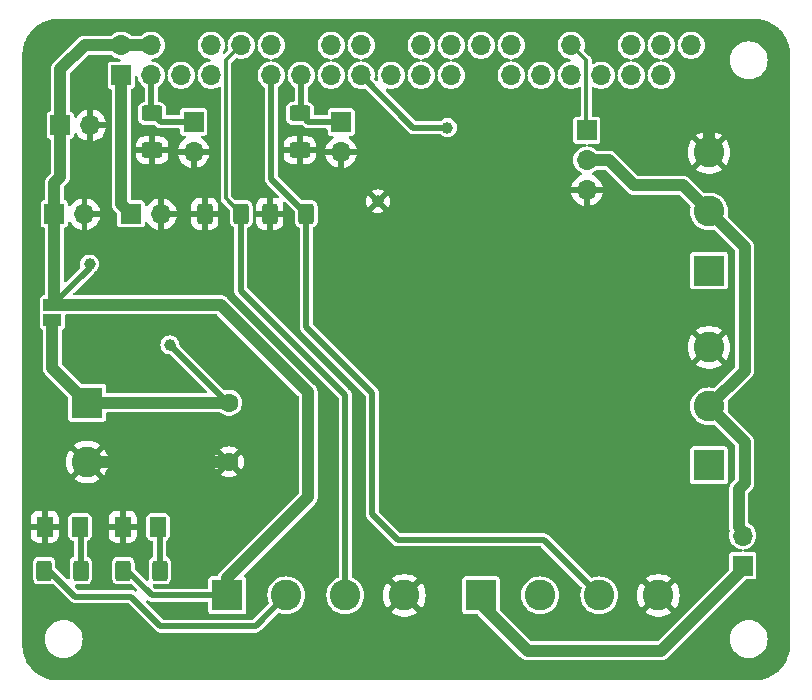
<source format=gbr>
%TF.GenerationSoftware,KiCad,Pcbnew,7.0.1*%
%TF.CreationDate,2024-02-06T22:48:23-07:00*%
%TF.ProjectId,Portal Gun PiHAT Mk2,506f7274-616c-4204-9775-6e2050694841,rev?*%
%TF.SameCoordinates,Original*%
%TF.FileFunction,Copper,L1,Top*%
%TF.FilePolarity,Positive*%
%FSLAX46Y46*%
G04 Gerber Fmt 4.6, Leading zero omitted, Abs format (unit mm)*
G04 Created by KiCad (PCBNEW 7.0.1) date 2024-02-06 22:48:23*
%MOMM*%
%LPD*%
G01*
G04 APERTURE LIST*
G04 Aperture macros list*
%AMRoundRect*
0 Rectangle with rounded corners*
0 $1 Rounding radius*
0 $2 $3 $4 $5 $6 $7 $8 $9 X,Y pos of 4 corners*
0 Add a 4 corners polygon primitive as box body*
4,1,4,$2,$3,$4,$5,$6,$7,$8,$9,$2,$3,0*
0 Add four circle primitives for the rounded corners*
1,1,$1+$1,$2,$3*
1,1,$1+$1,$4,$5*
1,1,$1+$1,$6,$7*
1,1,$1+$1,$8,$9*
0 Add four rect primitives between the rounded corners*
20,1,$1+$1,$2,$3,$4,$5,0*
20,1,$1+$1,$4,$5,$6,$7,0*
20,1,$1+$1,$6,$7,$8,$9,0*
20,1,$1+$1,$8,$9,$2,$3,0*%
G04 Aperture macros list end*
%TA.AperFunction,ComponentPad*%
%ADD10R,1.700000X1.700000*%
%TD*%
%TA.AperFunction,ComponentPad*%
%ADD11O,1.700000X1.700000*%
%TD*%
%TA.AperFunction,SMDPad,CuDef*%
%ADD12R,1.500000X1.000000*%
%TD*%
%TA.AperFunction,SMDPad,CuDef*%
%ADD13RoundRect,0.250001X-0.462499X-0.624999X0.462499X-0.624999X0.462499X0.624999X-0.462499X0.624999X0*%
%TD*%
%TA.AperFunction,ComponentPad*%
%ADD14R,2.600000X2.600000*%
%TD*%
%TA.AperFunction,ComponentPad*%
%ADD15C,2.600000*%
%TD*%
%TA.AperFunction,SMDPad,CuDef*%
%ADD16C,1.000000*%
%TD*%
%TA.AperFunction,SMDPad,CuDef*%
%ADD17RoundRect,0.250000X0.625000X-0.400000X0.625000X0.400000X-0.625000X0.400000X-0.625000X-0.400000X0*%
%TD*%
%TA.AperFunction,SMDPad,CuDef*%
%ADD18RoundRect,0.250000X-0.400000X-0.625000X0.400000X-0.625000X0.400000X0.625000X-0.400000X0.625000X0*%
%TD*%
%TA.AperFunction,ComponentPad*%
%ADD19C,1.600000*%
%TD*%
%TA.AperFunction,Conductor*%
%ADD20C,1.000000*%
%TD*%
%TA.AperFunction,Conductor*%
%ADD21C,0.300000*%
%TD*%
%TA.AperFunction,Conductor*%
%ADD22C,0.500000*%
%TD*%
G04 APERTURE END LIST*
D10*
%TO.P,J1,1,Pin_1*%
%TO.N,+5V*%
X102725000Y-60500000D03*
D11*
%TO.P,J1,2,Pin_2*%
%TO.N,GND*%
X105265000Y-60500000D03*
%TD*%
D10*
%TO.P,SW2,1,1*%
%TO.N,GPIO_SPARE_2*%
X114500000Y-52725000D03*
D11*
%TO.P,SW2,2,2*%
%TO.N,GND*%
X114500000Y-55265000D03*
%TD*%
D12*
%TO.P,JP1,1,A*%
%TO.N,+5V*%
X102550000Y-68200000D03*
%TO.P,JP1,2,B*%
%TO.N,VIN*%
X102550000Y-69500000D03*
%TD*%
D13*
%TO.P,D2,1,K*%
%TO.N,GND*%
X101912500Y-87000000D03*
%TO.P,D2,2,A*%
%TO.N,Net-(D2-A)*%
X104887500Y-87000000D03*
%TD*%
%TO.P,D1,1,K*%
%TO.N,GND*%
X108512500Y-87000000D03*
%TO.P,D1,2,A*%
%TO.N,Net-(D1-A)*%
X111487500Y-87000000D03*
%TD*%
D14*
%TO.P,J6,1,Pin_1*%
%TO.N,LED_FWD_GPIO*%
X158150000Y-65300000D03*
D15*
%TO.P,J6,2,Pin_2*%
%TO.N,LED_PWR*%
X158150000Y-60300000D03*
%TO.P,J6,3,Pin_3*%
%TO.N,GND*%
X158150000Y-55300000D03*
%TD*%
D16*
%TO.P,TP2,1,1*%
%TO.N,+3V3*%
X136000000Y-53200000D03*
%TD*%
D17*
%TO.P,R1,1*%
%TO.N,GND*%
X123500000Y-55100000D03*
%TO.P,R1,2*%
%TO.N,GPIO_SPARE_1*%
X123500000Y-52000000D03*
%TD*%
D10*
%TO.P,J10,1,Pin_1*%
%TO.N,LED_SPARE_GPIO*%
X147800000Y-53420000D03*
D11*
%TO.P,J10,2,Pin_2*%
%TO.N,LED_PWR*%
X147800000Y-55960000D03*
%TO.P,J10,3,Pin_3*%
%TO.N,GND*%
X147800000Y-58500000D03*
%TD*%
D14*
%TO.P,J8,1,Pin_1*%
%TO.N,+5V*%
X117350000Y-92800000D03*
D15*
%TO.P,J8,2,Pin_2*%
%TO.N,+3V3*%
X122350000Y-92800000D03*
%TO.P,J8,3,Pin_3*%
%TO.N,PB2_GPIO_WHT*%
X127350000Y-92800000D03*
%TO.P,J8,4,Pin_4*%
%TO.N,GND*%
X132350000Y-92800000D03*
%TD*%
D18*
%TO.P,R5,1*%
%TO.N,GND*%
X115450000Y-60500000D03*
%TO.P,R5,2*%
%TO.N,PB2_GPIO_WHT*%
X118550000Y-60500000D03*
%TD*%
%TO.P,R3,1*%
%TO.N,+5V*%
X108550000Y-90700000D03*
%TO.P,R3,2*%
%TO.N,Net-(D1-A)*%
X111650000Y-90700000D03*
%TD*%
D16*
%TO.P,TP4,1,1*%
%TO.N,GND*%
X130110000Y-59440000D03*
%TD*%
D14*
%TO.P,J2,1,Pin_1*%
%TO.N,VIN*%
X105500000Y-76500000D03*
D15*
%TO.P,J2,2,Pin_2*%
%TO.N,GND*%
X105500000Y-81500000D03*
%TD*%
D16*
%TO.P,TP3,1,1*%
%TO.N,VIN*%
X112500000Y-71600000D03*
%TD*%
D19*
%TO.P,C1,1*%
%TO.N,VIN*%
X117500000Y-76500000D03*
%TO.P,C1,2*%
%TO.N,GND*%
X117500000Y-81500000D03*
%TD*%
D18*
%TO.P,R4,1*%
%TO.N,GND*%
X120950000Y-60500000D03*
%TO.P,R4,2*%
%TO.N,PB1_GPIO_WHT*%
X124050000Y-60500000D03*
%TD*%
D10*
%TO.P,J4,1,Pin_1*%
%TO.N,+3V3*%
X109200000Y-60500000D03*
D11*
%TO.P,J4,2,Pin_2*%
%TO.N,GND*%
X111740000Y-60500000D03*
%TD*%
D16*
%TO.P,TP1,1,1*%
%TO.N,+5V*%
X105700000Y-64750000D03*
%TD*%
D14*
%TO.P,J9,1,Pin_1*%
%TO.N,LED_AFT_GPIO*%
X158150000Y-81800000D03*
D15*
%TO.P,J9,2,Pin_2*%
%TO.N,LED_PWR*%
X158150000Y-76800000D03*
%TO.P,J9,3,Pin_3*%
%TO.N,GND*%
X158150000Y-71800000D03*
%TD*%
D10*
%TO.P,J5,1,Pin_1*%
%TO.N,+5V*%
X103225000Y-53000000D03*
D11*
%TO.P,J5,2,Pin_2*%
%TO.N,GND*%
X105765000Y-53000000D03*
%TD*%
D14*
%TO.P,J7,1,Pin_1*%
%TO.N,+5V*%
X138850000Y-92800000D03*
D15*
%TO.P,J7,2,Pin_2*%
%TO.N,+3V3*%
X143850000Y-92800000D03*
%TO.P,J7,3,Pin_3*%
%TO.N,PB1_GPIO_WHT*%
X148850000Y-92800000D03*
%TO.P,J7,4,Pin_4*%
%TO.N,GND*%
X153850000Y-92800000D03*
%TD*%
D10*
%TO.P,SW1,1,1*%
%TO.N,GPIO_SPARE_1*%
X127000000Y-52725000D03*
D11*
%TO.P,SW1,2,2*%
%TO.N,GND*%
X127000000Y-55265000D03*
%TD*%
D18*
%TO.P,R6,1*%
%TO.N,+3V3*%
X101850000Y-90700000D03*
%TO.P,R6,2*%
%TO.N,Net-(D2-A)*%
X104950000Y-90700000D03*
%TD*%
D10*
%TO.P,SW3,1*%
%TO.N,+5V*%
X161000000Y-90275000D03*
D11*
%TO.P,SW3,2*%
%TO.N,LED_PWR*%
X161000000Y-87735000D03*
%TD*%
D17*
%TO.P,R2,1*%
%TO.N,GND*%
X111000000Y-55100000D03*
%TO.P,R2,2*%
%TO.N,GPIO_SPARE_2*%
X111000000Y-52000000D03*
%TD*%
D10*
%TO.P,J3,1,Pin_1*%
%TO.N,+3V3*%
X108370000Y-48770000D03*
D11*
%TO.P,J3,2,Pin_2*%
%TO.N,+5V*%
X108370000Y-46230000D03*
%TO.P,J3,3,Pin_3*%
%TO.N,GPIO_SPARE_2*%
X110910000Y-48770000D03*
%TO.P,J3,4,Pin_4*%
%TO.N,+5V*%
X110910000Y-46230000D03*
%TO.P,J3,5,Pin_5*%
%TO.N,/GPIO3{slash}SCL1*%
X113450000Y-48770000D03*
%TO.P,J3,6,Pin_6*%
%TO.N,GND*%
X113450000Y-46230000D03*
%TO.P,J3,7,Pin_7*%
%TO.N,/GPIO4{slash}GPCLK0*%
X115990000Y-48770000D03*
%TO.P,J3,8,Pin_8*%
%TO.N,/GPIO14{slash}TXD0*%
X115990000Y-46230000D03*
%TO.P,J3,9,Pin_9*%
%TO.N,GND*%
X118530000Y-48770000D03*
%TO.P,J3,10,Pin_10*%
%TO.N,PB2_GPIO_WHT*%
X118530000Y-46230000D03*
%TO.P,J3,11,Pin_11*%
%TO.N,PB1_GPIO_WHT*%
X121070000Y-48770000D03*
%TO.P,J3,12,Pin_12*%
%TO.N,LED_AFT_GPIO*%
X121070000Y-46230000D03*
%TO.P,J3,13,Pin_13*%
%TO.N,GPIO_SPARE_1*%
X123610000Y-48770000D03*
%TO.P,J3,14,Pin_14*%
%TO.N,GND*%
X123610000Y-46230000D03*
%TO.P,J3,15,Pin_15*%
%TO.N,/GPIO22*%
X126150000Y-48770000D03*
%TO.P,J3,16,Pin_16*%
%TO.N,/GPIO23*%
X126150000Y-46230000D03*
%TO.P,J3,17,Pin_17*%
%TO.N,+3V3*%
X128690000Y-48770000D03*
%TO.P,J3,18,Pin_18*%
%TO.N,/GPIO24*%
X128690000Y-46230000D03*
%TO.P,J3,19,Pin_19*%
%TO.N,/GPIO10{slash}SPI0.MOSI*%
X131230000Y-48770000D03*
%TO.P,J3,20,Pin_20*%
%TO.N,GND*%
X131230000Y-46230000D03*
%TO.P,J3,21,Pin_21*%
%TO.N,/GPIO9{slash}SPI0.MISO*%
X133770000Y-48770000D03*
%TO.P,J3,22,Pin_22*%
%TO.N,/GPIO25*%
X133770000Y-46230000D03*
%TO.P,J3,23,Pin_23*%
%TO.N,/GPIO11{slash}SPI0.SCLK*%
X136310000Y-48770000D03*
%TO.P,J3,24,Pin_24*%
%TO.N,/GPIO8{slash}SPI0.CE0*%
X136310000Y-46230000D03*
%TO.P,J3,25,Pin_25*%
%TO.N,GND*%
X138850000Y-48770000D03*
%TO.P,J3,26,Pin_26*%
%TO.N,/GPIO7{slash}SPI0.CE1*%
X138850000Y-46230000D03*
%TO.P,J3,27,Pin_27*%
%TO.N,/ID_SDA*%
X141390000Y-48770000D03*
%TO.P,J3,28,Pin_28*%
%TO.N,/ID_SCL*%
X141390000Y-46230000D03*
%TO.P,J3,29,Pin_29*%
%TO.N,/GPIO5*%
X143930000Y-48770000D03*
%TO.P,J3,30,Pin_30*%
%TO.N,GND*%
X143930000Y-46230000D03*
%TO.P,J3,31,Pin_31*%
%TO.N,/GPIO6*%
X146470000Y-48770000D03*
%TO.P,J3,32,Pin_32*%
%TO.N,LED_SPARE_GPIO*%
X146470000Y-46230000D03*
%TO.P,J3,33,Pin_33*%
%TO.N,/GPIO13{slash}PWM1*%
X149010000Y-48770000D03*
%TO.P,J3,34,Pin_34*%
%TO.N,GND*%
X149010000Y-46230000D03*
%TO.P,J3,35,Pin_35*%
%TO.N,/GPIO19{slash}PCM.FS*%
X151550000Y-48770000D03*
%TO.P,J3,36,Pin_36*%
%TO.N,/GPIO16*%
X151550000Y-46230000D03*
%TO.P,J3,37,Pin_37*%
%TO.N,/GPIO26*%
X154090000Y-48770000D03*
%TO.P,J3,38,Pin_38*%
%TO.N,/GPIO20{slash}PCM.DIN*%
X154090000Y-46230000D03*
%TO.P,J3,39,Pin_39*%
%TO.N,GND*%
X156630000Y-48770000D03*
%TO.P,J3,40,Pin_40*%
%TO.N,LED_FWD_GPIO*%
X156630000Y-46230000D03*
%TD*%
D20*
%TO.N,GND*%
X158150000Y-50290000D02*
X156630000Y-48770000D01*
X158150000Y-55300000D02*
X158150000Y-50290000D01*
X105500000Y-81500000D02*
X117500000Y-81500000D01*
D21*
%TO.N,LED_SPARE_GPIO*%
X147750000Y-53370000D02*
X147800000Y-53420000D01*
X147750000Y-47510000D02*
X147750000Y-53370000D01*
X146470000Y-46230000D02*
X147750000Y-47510000D01*
D20*
%TO.N,+5V*%
X108370000Y-46230000D02*
X105270000Y-46230000D01*
X124200000Y-75600000D02*
X124200000Y-84500000D01*
D22*
X111000000Y-92800000D02*
X117350000Y-92800000D01*
X108550000Y-90700000D02*
X108900000Y-90700000D01*
X105700000Y-64750000D02*
X105700000Y-65050000D01*
D20*
X117350000Y-91350000D02*
X117350000Y-92800000D01*
D22*
X108900000Y-90700000D02*
X111000000Y-92800000D01*
D20*
X103225000Y-53000000D02*
X103225000Y-57375000D01*
X105270000Y-46230000D02*
X103225000Y-48275000D01*
X110910000Y-46230000D02*
X108370000Y-46230000D01*
X161000000Y-90600000D02*
X161000000Y-90275000D01*
X138850000Y-93550000D02*
X142800000Y-97500000D01*
X102725000Y-60500000D02*
X102725000Y-68025000D01*
X142800000Y-97500000D02*
X154100000Y-97500000D01*
X102550000Y-68200000D02*
X116800000Y-68200000D01*
X124200000Y-84500000D02*
X117350000Y-91350000D01*
D22*
X105700000Y-65050000D02*
X102550000Y-68200000D01*
D20*
X154100000Y-97500000D02*
X161000000Y-90600000D01*
X103225000Y-48275000D02*
X103225000Y-53000000D01*
X138850000Y-92800000D02*
X138850000Y-93550000D01*
X103225000Y-57375000D02*
X102725000Y-57875000D01*
X102725000Y-68025000D02*
X102550000Y-68200000D01*
X102725000Y-57875000D02*
X102725000Y-60500000D01*
X116800000Y-68200000D02*
X124200000Y-75600000D01*
D22*
%TO.N,+3V3*%
X111700000Y-95400000D02*
X119750000Y-95400000D01*
X102300000Y-90700000D02*
X104500000Y-92900000D01*
X119750000Y-95400000D02*
X122350000Y-92800000D01*
X109200000Y-92900000D02*
X111700000Y-95400000D01*
X128690000Y-48770000D02*
X133120000Y-53200000D01*
D20*
X108370000Y-48770000D02*
X108370000Y-59670000D01*
D22*
X133120000Y-53200000D02*
X136000000Y-53200000D01*
X104500000Y-92900000D02*
X109200000Y-92900000D01*
D20*
X108370000Y-59670000D02*
X109200000Y-60500000D01*
D22*
X101850000Y-90700000D02*
X102300000Y-90700000D01*
D20*
%TO.N,VIN*%
X102550000Y-69500000D02*
X102550000Y-73550000D01*
X117500000Y-76500000D02*
X105500000Y-76500000D01*
D22*
X112500000Y-71600000D02*
X117400000Y-76500000D01*
X117400000Y-76500000D02*
X117500000Y-76500000D01*
D20*
X102550000Y-73550000D02*
X105500000Y-76500000D01*
D22*
%TO.N,Net-(D1-A)*%
X111650000Y-87162500D02*
X111487500Y-87000000D01*
X111650000Y-90700000D02*
X111650000Y-87162500D01*
%TO.N,GPIO_SPARE_2*%
X114500000Y-52725000D02*
X111725000Y-52725000D01*
X111725000Y-52725000D02*
X111000000Y-52000000D01*
X110910000Y-51910000D02*
X111000000Y-52000000D01*
X110910000Y-48770000D02*
X110910000Y-51910000D01*
D21*
%TO.N,PB2_GPIO_WHT*%
X118530000Y-46230000D02*
X117250000Y-47510000D01*
X117250000Y-47510000D02*
X117250000Y-59200000D01*
D22*
X127350000Y-75850000D02*
X127350000Y-92800000D01*
X118550000Y-60500000D02*
X118500000Y-60550000D01*
X118500000Y-67000000D02*
X127350000Y-75850000D01*
X118500000Y-60550000D02*
X118500000Y-67000000D01*
D21*
X117250000Y-59200000D02*
X118550000Y-60500000D01*
D22*
%TO.N,PB1_GPIO_WHT*%
X121070000Y-57520000D02*
X124050000Y-60500000D01*
X129650000Y-75700000D02*
X129650000Y-85950000D01*
X144150000Y-88100000D02*
X148850000Y-92800000D01*
X124050000Y-60500000D02*
X124050000Y-70100000D01*
X121070000Y-48770000D02*
X121070000Y-57520000D01*
X129650000Y-85950000D02*
X131800000Y-88100000D01*
X124050000Y-70100000D02*
X129650000Y-75700000D01*
X131800000Y-88100000D02*
X144150000Y-88100000D01*
%TO.N,GPIO_SPARE_1*%
X123610000Y-48770000D02*
X123610000Y-51890000D01*
X127000000Y-52725000D02*
X124225000Y-52725000D01*
X124225000Y-52725000D02*
X123500000Y-52000000D01*
X123610000Y-51890000D02*
X123500000Y-52000000D01*
D20*
%TO.N,LED_PWR*%
X155950000Y-58100000D02*
X151800000Y-58100000D01*
X161150000Y-79800000D02*
X161150000Y-83300000D01*
X161150000Y-83300000D02*
X160650000Y-83800000D01*
X161150000Y-63300000D02*
X161150000Y-73800000D01*
X158150000Y-76800000D02*
X161150000Y-79800000D01*
X161150000Y-73800000D02*
X158150000Y-76800000D01*
X149660000Y-55960000D02*
X147800000Y-55960000D01*
X160650000Y-83800000D02*
X160650000Y-87035000D01*
X151800000Y-58100000D02*
X149660000Y-55960000D01*
X158150000Y-60300000D02*
X161150000Y-63300000D01*
X158150000Y-60300000D02*
X155950000Y-58100000D01*
D22*
%TO.N,Net-(D2-A)*%
X104950000Y-90700000D02*
X104950000Y-87062500D01*
X104950000Y-87062500D02*
X104887500Y-87000000D01*
%TD*%
%TA.AperFunction,Conductor*%
%TO.N,GND*%
G36*
X162003243Y-44000669D02*
G01*
X162133379Y-44007490D01*
X162313908Y-44017628D01*
X162326309Y-44018955D01*
X162474990Y-44042504D01*
X162476245Y-44042709D01*
X162635324Y-44069738D01*
X162646606Y-44072202D01*
X162795635Y-44112134D01*
X162797761Y-44112725D01*
X162949174Y-44156347D01*
X162959260Y-44159729D01*
X163104710Y-44215562D01*
X163107599Y-44216714D01*
X163251768Y-44276430D01*
X163260594Y-44280500D01*
X163400064Y-44351565D01*
X163403748Y-44353521D01*
X163493848Y-44403316D01*
X163539548Y-44428574D01*
X163547061Y-44433081D01*
X163678754Y-44518604D01*
X163682947Y-44521452D01*
X163809147Y-44610996D01*
X163815428Y-44615759D01*
X163937567Y-44714665D01*
X163942158Y-44718571D01*
X164057424Y-44821579D01*
X164062478Y-44826358D01*
X164173640Y-44937520D01*
X164178419Y-44942574D01*
X164281427Y-45057840D01*
X164285333Y-45062431D01*
X164384239Y-45184570D01*
X164389002Y-45190851D01*
X164478546Y-45317051D01*
X164481409Y-45321266D01*
X164566907Y-45452921D01*
X164571430Y-45460460D01*
X164646477Y-45596250D01*
X164648433Y-45599934D01*
X164719498Y-45739404D01*
X164723575Y-45748247D01*
X164783259Y-45892337D01*
X164784462Y-45895353D01*
X164840265Y-46040727D01*
X164843655Y-46050836D01*
X164887258Y-46202185D01*
X164887879Y-46204419D01*
X164927791Y-46353370D01*
X164930264Y-46364694D01*
X164957282Y-46523715D01*
X164957507Y-46525087D01*
X164981040Y-46673666D01*
X164982372Y-46686111D01*
X164992498Y-46866421D01*
X164992523Y-46866884D01*
X164999330Y-46996757D01*
X164999500Y-47003247D01*
X164999500Y-50704429D01*
X148200500Y-50828315D01*
X148200500Y-49844586D01*
X148217593Y-49781761D01*
X148264161Y-49736257D01*
X148327364Y-49720619D01*
X148389777Y-49739159D01*
X148494979Y-49804297D01*
X148494981Y-49804298D01*
X148693802Y-49881321D01*
X148903390Y-49920500D01*
X149116608Y-49920500D01*
X149116610Y-49920500D01*
X149326198Y-49881321D01*
X149525019Y-49804298D01*
X149706302Y-49692052D01*
X149863872Y-49548407D01*
X149992366Y-49378255D01*
X149992366Y-49378253D01*
X149992368Y-49378252D01*
X150054034Y-49254407D01*
X150087405Y-49187389D01*
X150145756Y-48982310D01*
X150156529Y-48866047D01*
X150176633Y-48808996D01*
X150219410Y-48769999D01*
X150340589Y-48769999D01*
X150383367Y-48808996D01*
X150403471Y-48866048D01*
X150414243Y-48982310D01*
X150472595Y-49187390D01*
X150567631Y-49378252D01*
X150696126Y-49548405D01*
X150696128Y-49548407D01*
X150853698Y-49692052D01*
X151034981Y-49804298D01*
X151233802Y-49881321D01*
X151443390Y-49920500D01*
X151656608Y-49920500D01*
X151656610Y-49920500D01*
X151866198Y-49881321D01*
X152065019Y-49804298D01*
X152246302Y-49692052D01*
X152403872Y-49548407D01*
X152532366Y-49378255D01*
X152532366Y-49378253D01*
X152532368Y-49378252D01*
X152594034Y-49254407D01*
X152627405Y-49187389D01*
X152685756Y-48982310D01*
X152696529Y-48866047D01*
X152716633Y-48808996D01*
X152759410Y-48769999D01*
X152880589Y-48769999D01*
X152923367Y-48808996D01*
X152943471Y-48866048D01*
X152954243Y-48982310D01*
X153012595Y-49187390D01*
X153107631Y-49378252D01*
X153236126Y-49548405D01*
X153236128Y-49548407D01*
X153393698Y-49692052D01*
X153574981Y-49804298D01*
X153773802Y-49881321D01*
X153983390Y-49920500D01*
X154196608Y-49920500D01*
X154196610Y-49920500D01*
X154406198Y-49881321D01*
X154605019Y-49804298D01*
X154786302Y-49692052D01*
X154943872Y-49548407D01*
X155072366Y-49378255D01*
X155072366Y-49378253D01*
X155072368Y-49378252D01*
X155134034Y-49254407D01*
X155167405Y-49187389D01*
X155225756Y-48982310D01*
X155245429Y-48770000D01*
X155225756Y-48557690D01*
X155167405Y-48352611D01*
X155106376Y-48230046D01*
X155072368Y-48161747D01*
X154943873Y-47991594D01*
X154786301Y-47847947D01*
X154637677Y-47755923D01*
X154605019Y-47735702D01*
X154605017Y-47735701D01*
X154406198Y-47658679D01*
X154406197Y-47658678D01*
X154209385Y-47621888D01*
X154148634Y-47591637D01*
X154112906Y-47533934D01*
X154112906Y-47499999D01*
X159894551Y-47499999D01*
X159914317Y-47751149D01*
X159973126Y-47996110D01*
X159996710Y-48053046D01*
X160069534Y-48228859D01*
X160201164Y-48443659D01*
X160364776Y-48635224D01*
X160556341Y-48798836D01*
X160771141Y-48930466D01*
X161003889Y-49026873D01*
X161248852Y-49085683D01*
X161437118Y-49100500D01*
X161562879Y-49100500D01*
X161562882Y-49100500D01*
X161751148Y-49085683D01*
X161996111Y-49026873D01*
X162228859Y-48930466D01*
X162443659Y-48798836D01*
X162635224Y-48635224D01*
X162798836Y-48443659D01*
X162930466Y-48228859D01*
X163026873Y-47996111D01*
X163085683Y-47751148D01*
X163105449Y-47500000D01*
X163085683Y-47248852D01*
X163026873Y-47003889D01*
X162930466Y-46771141D01*
X162798836Y-46556341D01*
X162635224Y-46364776D01*
X162443659Y-46201164D01*
X162228859Y-46069534D01*
X162103694Y-46017689D01*
X161996110Y-45973126D01*
X161751149Y-45914317D01*
X161704081Y-45910612D01*
X161562882Y-45899500D01*
X161437118Y-45899500D01*
X161324158Y-45908390D01*
X161248850Y-45914317D01*
X161003889Y-45973126D01*
X160771139Y-46069535D01*
X160556342Y-46201163D01*
X160364776Y-46364776D01*
X160201163Y-46556342D01*
X160121422Y-46686467D01*
X160069534Y-46771141D01*
X160055415Y-46805225D01*
X159973126Y-47003889D01*
X159914317Y-47248850D01*
X159894551Y-47499999D01*
X154112906Y-47499999D01*
X154112906Y-47466066D01*
X154148634Y-47408363D01*
X154209385Y-47378111D01*
X154406198Y-47341321D01*
X154605019Y-47264298D01*
X154786302Y-47152052D01*
X154943872Y-47008407D01*
X155072366Y-46838255D01*
X155072366Y-46838253D01*
X155072368Y-46838252D01*
X155132866Y-46716753D01*
X155167405Y-46647389D01*
X155225756Y-46442310D01*
X155236529Y-46326047D01*
X155256633Y-46268996D01*
X155299410Y-46229999D01*
X155420589Y-46229999D01*
X155463367Y-46268996D01*
X155483471Y-46326048D01*
X155494243Y-46442310D01*
X155552595Y-46647390D01*
X155647631Y-46838252D01*
X155772231Y-47003247D01*
X155776128Y-47008407D01*
X155933698Y-47152052D01*
X156114981Y-47264298D01*
X156313802Y-47341321D01*
X156523390Y-47380500D01*
X156736608Y-47380500D01*
X156736610Y-47380500D01*
X156946198Y-47341321D01*
X157145019Y-47264298D01*
X157326302Y-47152052D01*
X157483872Y-47008407D01*
X157612366Y-46838255D01*
X157612366Y-46838253D01*
X157612368Y-46838252D01*
X157672866Y-46716753D01*
X157707405Y-46647389D01*
X157765756Y-46442310D01*
X157785429Y-46230000D01*
X157765756Y-46017690D01*
X157707405Y-45812611D01*
X157707014Y-45811827D01*
X157612368Y-45621747D01*
X157483873Y-45451594D01*
X157326301Y-45307947D01*
X157145017Y-45195701D01*
X156946198Y-45118679D01*
X156946197Y-45118678D01*
X156736610Y-45079500D01*
X156523390Y-45079500D01*
X156383664Y-45105619D01*
X156313801Y-45118679D01*
X156114982Y-45195701D01*
X155933698Y-45307947D01*
X155776126Y-45451594D01*
X155647631Y-45621747D01*
X155552595Y-45812609D01*
X155494243Y-46017689D01*
X155483471Y-46133951D01*
X155463367Y-46191003D01*
X155420589Y-46229999D01*
X155299410Y-46229999D01*
X155256633Y-46191003D01*
X155236529Y-46133951D01*
X155225756Y-46017689D01*
X155192127Y-45899500D01*
X155167405Y-45812611D01*
X155167014Y-45811827D01*
X155072368Y-45621747D01*
X154943873Y-45451594D01*
X154786301Y-45307947D01*
X154605017Y-45195701D01*
X154406198Y-45118679D01*
X154406197Y-45118678D01*
X154196610Y-45079500D01*
X153983390Y-45079500D01*
X153843664Y-45105619D01*
X153773801Y-45118679D01*
X153574982Y-45195701D01*
X153393698Y-45307947D01*
X153236126Y-45451594D01*
X153107631Y-45621747D01*
X153012595Y-45812609D01*
X152954243Y-46017689D01*
X152943471Y-46133951D01*
X152923367Y-46191003D01*
X152880589Y-46229999D01*
X152923367Y-46268996D01*
X152943471Y-46326048D01*
X152954243Y-46442310D01*
X153012595Y-46647390D01*
X153107631Y-46838252D01*
X153232231Y-47003247D01*
X153236128Y-47008407D01*
X153393698Y-47152052D01*
X153574981Y-47264298D01*
X153773802Y-47341321D01*
X153970613Y-47378111D01*
X154031365Y-47408363D01*
X154067093Y-47466066D01*
X154067093Y-47533934D01*
X154031365Y-47591637D01*
X153970613Y-47621888D01*
X153840475Y-47646215D01*
X153773801Y-47658679D01*
X153574982Y-47735701D01*
X153393698Y-47847947D01*
X153236126Y-47991594D01*
X153107631Y-48161747D01*
X153012595Y-48352609D01*
X152954243Y-48557689D01*
X152943471Y-48673951D01*
X152923367Y-48731003D01*
X152880589Y-48769999D01*
X152759410Y-48769999D01*
X152716633Y-48731003D01*
X152696529Y-48673951D01*
X152685756Y-48557689D01*
X152627404Y-48352609D01*
X152532368Y-48161747D01*
X152403873Y-47991594D01*
X152246301Y-47847947D01*
X152097677Y-47755923D01*
X152065019Y-47735702D01*
X152065017Y-47735701D01*
X151866198Y-47658679D01*
X151866197Y-47658678D01*
X151669385Y-47621888D01*
X151608634Y-47591637D01*
X151572906Y-47533934D01*
X151572906Y-47466066D01*
X151608634Y-47408363D01*
X151669385Y-47378111D01*
X151866198Y-47341321D01*
X152065019Y-47264298D01*
X152246302Y-47152052D01*
X152403872Y-47008407D01*
X152532366Y-46838255D01*
X152532366Y-46838253D01*
X152532368Y-46838252D01*
X152592866Y-46716753D01*
X152627405Y-46647389D01*
X152685756Y-46442310D01*
X152696529Y-46326047D01*
X152716633Y-46268996D01*
X152759410Y-46229999D01*
X152716633Y-46191003D01*
X152696529Y-46133951D01*
X152685756Y-46017689D01*
X152652127Y-45899500D01*
X152627405Y-45812611D01*
X152627014Y-45811827D01*
X152532368Y-45621747D01*
X152403873Y-45451594D01*
X152246301Y-45307947D01*
X152065017Y-45195701D01*
X151866198Y-45118679D01*
X151866197Y-45118678D01*
X151656610Y-45079500D01*
X151443390Y-45079500D01*
X151303664Y-45105619D01*
X151233801Y-45118679D01*
X151034982Y-45195701D01*
X150853698Y-45307947D01*
X150696126Y-45451594D01*
X150567631Y-45621747D01*
X150472595Y-45812609D01*
X150414243Y-46017689D01*
X150394571Y-46229999D01*
X150414243Y-46442310D01*
X150472595Y-46647390D01*
X150567631Y-46838252D01*
X150692231Y-47003247D01*
X150696128Y-47008407D01*
X150853698Y-47152052D01*
X151034981Y-47264298D01*
X151233802Y-47341321D01*
X151430613Y-47378111D01*
X151491365Y-47408363D01*
X151527093Y-47466066D01*
X151527093Y-47533934D01*
X151491365Y-47591637D01*
X151430613Y-47621888D01*
X151300475Y-47646215D01*
X151233801Y-47658679D01*
X151034982Y-47735701D01*
X150853698Y-47847947D01*
X150696126Y-47991594D01*
X150567631Y-48161747D01*
X150472595Y-48352609D01*
X150414243Y-48557689D01*
X150403471Y-48673951D01*
X150383367Y-48731003D01*
X150340589Y-48769999D01*
X150219410Y-48769999D01*
X150176633Y-48731003D01*
X150156529Y-48673951D01*
X150145756Y-48557689D01*
X150087404Y-48352609D01*
X149992368Y-48161747D01*
X149863873Y-47991594D01*
X149706301Y-47847947D01*
X149557677Y-47755923D01*
X149525019Y-47735702D01*
X149525017Y-47735701D01*
X149326198Y-47658679D01*
X149326197Y-47658678D01*
X149116610Y-47619500D01*
X148903390Y-47619500D01*
X148763664Y-47645619D01*
X148693801Y-47658679D01*
X148494979Y-47735702D01*
X148389777Y-47800841D01*
X148327364Y-47819381D01*
X148264161Y-47803743D01*
X148217593Y-47758239D01*
X148200500Y-47695414D01*
X148200500Y-47542262D01*
X148201280Y-47528378D01*
X148205270Y-47492966D01*
X148200180Y-47466066D01*
X148194635Y-47436761D01*
X148193864Y-47432220D01*
X148193676Y-47430973D01*
X148185348Y-47375713D01*
X148185347Y-47375711D01*
X148184448Y-47369744D01*
X148182842Y-47364861D01*
X148170399Y-47341319D01*
X148153296Y-47308961D01*
X148151241Y-47304892D01*
X148126425Y-47253358D01*
X148126423Y-47253356D01*
X148123807Y-47247923D01*
X148120827Y-47243723D01*
X148076165Y-47199062D01*
X148072946Y-47195721D01*
X148029958Y-47149391D01*
X148015067Y-47137964D01*
X147593856Y-46716753D01*
X147561518Y-46660242D01*
X147562270Y-46595141D01*
X147605756Y-46442310D01*
X147625429Y-46230000D01*
X147605756Y-46017690D01*
X147547405Y-45812611D01*
X147547014Y-45811827D01*
X147452368Y-45621747D01*
X147323873Y-45451594D01*
X147166301Y-45307947D01*
X146985017Y-45195701D01*
X146786198Y-45118679D01*
X146786197Y-45118678D01*
X146576610Y-45079500D01*
X146363390Y-45079500D01*
X146223664Y-45105619D01*
X146153801Y-45118679D01*
X145954982Y-45195701D01*
X145773698Y-45307947D01*
X145616126Y-45451594D01*
X145487631Y-45621747D01*
X145392595Y-45812609D01*
X145334243Y-46017689D01*
X145314571Y-46229999D01*
X145334243Y-46442310D01*
X145392595Y-46647390D01*
X145487631Y-46838252D01*
X145612231Y-47003247D01*
X145616128Y-47008407D01*
X145773698Y-47152052D01*
X145954981Y-47264298D01*
X146153802Y-47341321D01*
X146350613Y-47378111D01*
X146411365Y-47408363D01*
X146447093Y-47466066D01*
X146447093Y-47533934D01*
X146411365Y-47591637D01*
X146350613Y-47621888D01*
X146220475Y-47646215D01*
X146153801Y-47658679D01*
X145954982Y-47735701D01*
X145773698Y-47847947D01*
X145616126Y-47991594D01*
X145487631Y-48161747D01*
X145392595Y-48352609D01*
X145334243Y-48557689D01*
X145323471Y-48673951D01*
X145303367Y-48731003D01*
X145260589Y-48769999D01*
X145303367Y-48808996D01*
X145323471Y-48866048D01*
X145334243Y-48982310D01*
X145392595Y-49187390D01*
X145487631Y-49378252D01*
X145616126Y-49548405D01*
X145616128Y-49548407D01*
X145773698Y-49692052D01*
X145954981Y-49804298D01*
X146153802Y-49881321D01*
X146363390Y-49920500D01*
X146576608Y-49920500D01*
X146576610Y-49920500D01*
X146786198Y-49881321D01*
X146985019Y-49804298D01*
X147110223Y-49726774D01*
X147172636Y-49708235D01*
X147235839Y-49723873D01*
X147282407Y-49769377D01*
X147299500Y-49832202D01*
X147299500Y-50834960D01*
X131648902Y-50950377D01*
X130784307Y-50085782D01*
X130751549Y-50027604D01*
X130753709Y-49960872D01*
X130790160Y-49904933D01*
X130850335Y-49876006D01*
X130902163Y-49881052D01*
X130902508Y-49879209D01*
X130913798Y-49881319D01*
X130913802Y-49881321D01*
X131123390Y-49920500D01*
X131336608Y-49920500D01*
X131336610Y-49920500D01*
X131546198Y-49881321D01*
X131745019Y-49804298D01*
X131926302Y-49692052D01*
X132083872Y-49548407D01*
X132212366Y-49378255D01*
X132212366Y-49378253D01*
X132212368Y-49378252D01*
X132274034Y-49254407D01*
X132307405Y-49187389D01*
X132365756Y-48982310D01*
X132376529Y-48866047D01*
X132396633Y-48808996D01*
X132439410Y-48769999D01*
X132560589Y-48769999D01*
X132603367Y-48808996D01*
X132623471Y-48866048D01*
X132634243Y-48982310D01*
X132692595Y-49187390D01*
X132787631Y-49378252D01*
X132916126Y-49548405D01*
X132916128Y-49548407D01*
X133073698Y-49692052D01*
X133254981Y-49804298D01*
X133453802Y-49881321D01*
X133663390Y-49920500D01*
X133876608Y-49920500D01*
X133876610Y-49920500D01*
X134086198Y-49881321D01*
X134285019Y-49804298D01*
X134466302Y-49692052D01*
X134623872Y-49548407D01*
X134752366Y-49378255D01*
X134752366Y-49378253D01*
X134752368Y-49378252D01*
X134814034Y-49254407D01*
X134847405Y-49187389D01*
X134905756Y-48982310D01*
X134916529Y-48866047D01*
X134936633Y-48808996D01*
X134979410Y-48769999D01*
X135100589Y-48769999D01*
X135143367Y-48808996D01*
X135163471Y-48866048D01*
X135174243Y-48982310D01*
X135232595Y-49187390D01*
X135327631Y-49378252D01*
X135456126Y-49548405D01*
X135456128Y-49548407D01*
X135613698Y-49692052D01*
X135794981Y-49804298D01*
X135993802Y-49881321D01*
X136203390Y-49920500D01*
X136416608Y-49920500D01*
X136416610Y-49920500D01*
X136626198Y-49881321D01*
X136825019Y-49804298D01*
X137006302Y-49692052D01*
X137163872Y-49548407D01*
X137292366Y-49378255D01*
X137292366Y-49378253D01*
X137292368Y-49378252D01*
X137354034Y-49254407D01*
X137387405Y-49187389D01*
X137445756Y-48982310D01*
X137465429Y-48770000D01*
X137445756Y-48557690D01*
X137387405Y-48352611D01*
X137326376Y-48230046D01*
X137292368Y-48161747D01*
X137163873Y-47991594D01*
X137006301Y-47847947D01*
X136857677Y-47755923D01*
X136825019Y-47735702D01*
X136825017Y-47735701D01*
X136626198Y-47658679D01*
X136626197Y-47658678D01*
X136429385Y-47621888D01*
X136368634Y-47591637D01*
X136332906Y-47533934D01*
X136332906Y-47466066D01*
X136368634Y-47408363D01*
X136429385Y-47378111D01*
X136626198Y-47341321D01*
X136825019Y-47264298D01*
X137006302Y-47152052D01*
X137163872Y-47008407D01*
X137292366Y-46838255D01*
X137292366Y-46838253D01*
X137292368Y-46838252D01*
X137352866Y-46716753D01*
X137387405Y-46647389D01*
X137445756Y-46442310D01*
X137456529Y-46326047D01*
X137476633Y-46268996D01*
X137519410Y-46229999D01*
X137640589Y-46229999D01*
X137683367Y-46268996D01*
X137703471Y-46326048D01*
X137714243Y-46442310D01*
X137772595Y-46647390D01*
X137867631Y-46838252D01*
X137992231Y-47003247D01*
X137996128Y-47008407D01*
X138153698Y-47152052D01*
X138334981Y-47264298D01*
X138533802Y-47341321D01*
X138743390Y-47380500D01*
X138956608Y-47380500D01*
X138956610Y-47380500D01*
X139166198Y-47341321D01*
X139365019Y-47264298D01*
X139546302Y-47152052D01*
X139703872Y-47008407D01*
X139832366Y-46838255D01*
X139832366Y-46838253D01*
X139832368Y-46838252D01*
X139892866Y-46716753D01*
X139927405Y-46647389D01*
X139985756Y-46442310D01*
X139996529Y-46326047D01*
X140016633Y-46268996D01*
X140059410Y-46229999D01*
X140180589Y-46229999D01*
X140223367Y-46268996D01*
X140243471Y-46326048D01*
X140254243Y-46442310D01*
X140312595Y-46647390D01*
X140407631Y-46838252D01*
X140532231Y-47003247D01*
X140536128Y-47008407D01*
X140693698Y-47152052D01*
X140874981Y-47264298D01*
X141073802Y-47341321D01*
X141270613Y-47378111D01*
X141331365Y-47408363D01*
X141367093Y-47466066D01*
X141367093Y-47533934D01*
X141331365Y-47591637D01*
X141270613Y-47621888D01*
X141140475Y-47646215D01*
X141073801Y-47658679D01*
X140874982Y-47735701D01*
X140693698Y-47847947D01*
X140536126Y-47991594D01*
X140407631Y-48161747D01*
X140312595Y-48352609D01*
X140254243Y-48557689D01*
X140234571Y-48769999D01*
X140254243Y-48982310D01*
X140312595Y-49187390D01*
X140407631Y-49378252D01*
X140536126Y-49548405D01*
X140536128Y-49548407D01*
X140693698Y-49692052D01*
X140874981Y-49804298D01*
X141073802Y-49881321D01*
X141283390Y-49920500D01*
X141496608Y-49920500D01*
X141496610Y-49920500D01*
X141706198Y-49881321D01*
X141905019Y-49804298D01*
X142086302Y-49692052D01*
X142243872Y-49548407D01*
X142372366Y-49378255D01*
X142372366Y-49378253D01*
X142372368Y-49378252D01*
X142434034Y-49254407D01*
X142467405Y-49187389D01*
X142525756Y-48982310D01*
X142536529Y-48866047D01*
X142556633Y-48808996D01*
X142599410Y-48769999D01*
X142720589Y-48769999D01*
X142763367Y-48808996D01*
X142783471Y-48866048D01*
X142794243Y-48982310D01*
X142852595Y-49187390D01*
X142947631Y-49378252D01*
X143076126Y-49548405D01*
X143076128Y-49548407D01*
X143233698Y-49692052D01*
X143414981Y-49804298D01*
X143613802Y-49881321D01*
X143823390Y-49920500D01*
X144036608Y-49920500D01*
X144036610Y-49920500D01*
X144246198Y-49881321D01*
X144445019Y-49804298D01*
X144626302Y-49692052D01*
X144783872Y-49548407D01*
X144912366Y-49378255D01*
X144912366Y-49378253D01*
X144912368Y-49378252D01*
X144974034Y-49254407D01*
X145007405Y-49187389D01*
X145065756Y-48982310D01*
X145076529Y-48866047D01*
X145096633Y-48808996D01*
X145139410Y-48769999D01*
X145096633Y-48731003D01*
X145076529Y-48673951D01*
X145065756Y-48557689D01*
X145007404Y-48352609D01*
X144912368Y-48161747D01*
X144783873Y-47991594D01*
X144626301Y-47847947D01*
X144477677Y-47755923D01*
X144445019Y-47735702D01*
X144445017Y-47735701D01*
X144246198Y-47658679D01*
X144246197Y-47658678D01*
X144036610Y-47619500D01*
X143823390Y-47619500D01*
X143683664Y-47645619D01*
X143613801Y-47658679D01*
X143414982Y-47735701D01*
X143233698Y-47847947D01*
X143076126Y-47991594D01*
X142947631Y-48161747D01*
X142852595Y-48352609D01*
X142794243Y-48557689D01*
X142783471Y-48673951D01*
X142763367Y-48731003D01*
X142720589Y-48769999D01*
X142599410Y-48769999D01*
X142556633Y-48731003D01*
X142536529Y-48673951D01*
X142525756Y-48557689D01*
X142467404Y-48352609D01*
X142372368Y-48161747D01*
X142243873Y-47991594D01*
X142086301Y-47847947D01*
X141937677Y-47755923D01*
X141905019Y-47735702D01*
X141905017Y-47735701D01*
X141706198Y-47658679D01*
X141706197Y-47658678D01*
X141509385Y-47621888D01*
X141448634Y-47591637D01*
X141412906Y-47533934D01*
X141412906Y-47466066D01*
X141448634Y-47408363D01*
X141509385Y-47378111D01*
X141706198Y-47341321D01*
X141905019Y-47264298D01*
X142086302Y-47152052D01*
X142243872Y-47008407D01*
X142372366Y-46838255D01*
X142372366Y-46838253D01*
X142372368Y-46838252D01*
X142432866Y-46716753D01*
X142467405Y-46647389D01*
X142525756Y-46442310D01*
X142545429Y-46230000D01*
X142525756Y-46017690D01*
X142467405Y-45812611D01*
X142467014Y-45811827D01*
X142372368Y-45621747D01*
X142243873Y-45451594D01*
X142086301Y-45307947D01*
X141905017Y-45195701D01*
X141706198Y-45118679D01*
X141706197Y-45118678D01*
X141496610Y-45079500D01*
X141283390Y-45079500D01*
X141143664Y-45105619D01*
X141073801Y-45118679D01*
X140874982Y-45195701D01*
X140693698Y-45307947D01*
X140536126Y-45451594D01*
X140407631Y-45621747D01*
X140312595Y-45812609D01*
X140254243Y-46017689D01*
X140243471Y-46133951D01*
X140223367Y-46191003D01*
X140180589Y-46229999D01*
X140059410Y-46229999D01*
X140016633Y-46191003D01*
X139996529Y-46133951D01*
X139985756Y-46017689D01*
X139952127Y-45899500D01*
X139927405Y-45812611D01*
X139927014Y-45811827D01*
X139832368Y-45621747D01*
X139703873Y-45451594D01*
X139546301Y-45307947D01*
X139365017Y-45195701D01*
X139166198Y-45118679D01*
X139166197Y-45118678D01*
X138956610Y-45079500D01*
X138743390Y-45079500D01*
X138603664Y-45105619D01*
X138533801Y-45118679D01*
X138334982Y-45195701D01*
X138153698Y-45307947D01*
X137996126Y-45451594D01*
X137867631Y-45621747D01*
X137772595Y-45812609D01*
X137714243Y-46017689D01*
X137703471Y-46133951D01*
X137683367Y-46191003D01*
X137640589Y-46229999D01*
X137519410Y-46229999D01*
X137476633Y-46191003D01*
X137456529Y-46133951D01*
X137445756Y-46017689D01*
X137412127Y-45899500D01*
X137387405Y-45812611D01*
X137387014Y-45811827D01*
X137292368Y-45621747D01*
X137163873Y-45451594D01*
X137006301Y-45307947D01*
X136825017Y-45195701D01*
X136626198Y-45118679D01*
X136626197Y-45118678D01*
X136416610Y-45079500D01*
X136203390Y-45079500D01*
X136063664Y-45105619D01*
X135993801Y-45118679D01*
X135794982Y-45195701D01*
X135613698Y-45307947D01*
X135456126Y-45451594D01*
X135327631Y-45621747D01*
X135232595Y-45812609D01*
X135174243Y-46017689D01*
X135163471Y-46133951D01*
X135143367Y-46191003D01*
X135100589Y-46229999D01*
X135143367Y-46268996D01*
X135163471Y-46326048D01*
X135174243Y-46442310D01*
X135232595Y-46647390D01*
X135327631Y-46838252D01*
X135452231Y-47003247D01*
X135456128Y-47008407D01*
X135613698Y-47152052D01*
X135794981Y-47264298D01*
X135993802Y-47341321D01*
X136190613Y-47378111D01*
X136251365Y-47408363D01*
X136287093Y-47466066D01*
X136287093Y-47533934D01*
X136251365Y-47591637D01*
X136190613Y-47621888D01*
X136060475Y-47646215D01*
X135993801Y-47658679D01*
X135794982Y-47735701D01*
X135613698Y-47847947D01*
X135456126Y-47991594D01*
X135327631Y-48161747D01*
X135232595Y-48352609D01*
X135174243Y-48557689D01*
X135163471Y-48673951D01*
X135143367Y-48731003D01*
X135100589Y-48769999D01*
X134979410Y-48769999D01*
X134936633Y-48731003D01*
X134916529Y-48673951D01*
X134905756Y-48557689D01*
X134847404Y-48352609D01*
X134752368Y-48161747D01*
X134623873Y-47991594D01*
X134466301Y-47847947D01*
X134317677Y-47755923D01*
X134285019Y-47735702D01*
X134285017Y-47735701D01*
X134086198Y-47658679D01*
X134086197Y-47658678D01*
X133889385Y-47621888D01*
X133828634Y-47591637D01*
X133792906Y-47533934D01*
X133792906Y-47466066D01*
X133828634Y-47408363D01*
X133889385Y-47378111D01*
X134086198Y-47341321D01*
X134285019Y-47264298D01*
X134466302Y-47152052D01*
X134623872Y-47008407D01*
X134752366Y-46838255D01*
X134752366Y-46838253D01*
X134752368Y-46838252D01*
X134812866Y-46716753D01*
X134847405Y-46647389D01*
X134905756Y-46442310D01*
X134916529Y-46326047D01*
X134936633Y-46268996D01*
X134979410Y-46229999D01*
X134936633Y-46191003D01*
X134916529Y-46133951D01*
X134905756Y-46017689D01*
X134872127Y-45899500D01*
X134847405Y-45812611D01*
X134847014Y-45811827D01*
X134752368Y-45621747D01*
X134623873Y-45451594D01*
X134466301Y-45307947D01*
X134285017Y-45195701D01*
X134086198Y-45118679D01*
X134086197Y-45118678D01*
X133876610Y-45079500D01*
X133663390Y-45079500D01*
X133523664Y-45105619D01*
X133453801Y-45118679D01*
X133254982Y-45195701D01*
X133073698Y-45307947D01*
X132916126Y-45451594D01*
X132787631Y-45621747D01*
X132692595Y-45812609D01*
X132634243Y-46017689D01*
X132614571Y-46229999D01*
X132634243Y-46442310D01*
X132692595Y-46647390D01*
X132787631Y-46838252D01*
X132912231Y-47003247D01*
X132916128Y-47008407D01*
X133073698Y-47152052D01*
X133254981Y-47264298D01*
X133453802Y-47341321D01*
X133650613Y-47378111D01*
X133711365Y-47408363D01*
X133747093Y-47466066D01*
X133747093Y-47533934D01*
X133711365Y-47591637D01*
X133650613Y-47621888D01*
X133520475Y-47646215D01*
X133453801Y-47658679D01*
X133254982Y-47735701D01*
X133073698Y-47847947D01*
X132916126Y-47991594D01*
X132787631Y-48161747D01*
X132692595Y-48352609D01*
X132634243Y-48557689D01*
X132623471Y-48673951D01*
X132603367Y-48731003D01*
X132560589Y-48769999D01*
X132439410Y-48769999D01*
X132396633Y-48731003D01*
X132376529Y-48673951D01*
X132365756Y-48557689D01*
X132307404Y-48352609D01*
X132212368Y-48161747D01*
X132083873Y-47991594D01*
X131926301Y-47847947D01*
X131777677Y-47755923D01*
X131745019Y-47735702D01*
X131745017Y-47735701D01*
X131546198Y-47658679D01*
X131546197Y-47658678D01*
X131336610Y-47619500D01*
X131123390Y-47619500D01*
X130983664Y-47645619D01*
X130913801Y-47658679D01*
X130714982Y-47735701D01*
X130533698Y-47847947D01*
X130376126Y-47991594D01*
X130247631Y-48161747D01*
X130152595Y-48352609D01*
X130094243Y-48557689D01*
X130083471Y-48673951D01*
X130063367Y-48731003D01*
X130020589Y-48769999D01*
X130063367Y-48808996D01*
X130083471Y-48866048D01*
X130094243Y-48982310D01*
X130127985Y-49100897D01*
X130128880Y-49165447D01*
X130097207Y-49221699D01*
X130041550Y-49254407D01*
X129976995Y-49254705D01*
X129921038Y-49222513D01*
X129845182Y-49146657D01*
X129812844Y-49090145D01*
X129813596Y-49025043D01*
X129825756Y-48982310D01*
X129836529Y-48866047D01*
X129856633Y-48808996D01*
X129899410Y-48769999D01*
X129856633Y-48731003D01*
X129836529Y-48673951D01*
X129825756Y-48557689D01*
X129767404Y-48352609D01*
X129672368Y-48161747D01*
X129543873Y-47991594D01*
X129386301Y-47847947D01*
X129237677Y-47755923D01*
X129205019Y-47735702D01*
X129205017Y-47735701D01*
X129006198Y-47658679D01*
X129006197Y-47658678D01*
X128809385Y-47621888D01*
X128748634Y-47591637D01*
X128712906Y-47533934D01*
X128712906Y-47466066D01*
X128748634Y-47408363D01*
X128809385Y-47378111D01*
X129006198Y-47341321D01*
X129205019Y-47264298D01*
X129386302Y-47152052D01*
X129543872Y-47008407D01*
X129672366Y-46838255D01*
X129672366Y-46838253D01*
X129672368Y-46838252D01*
X129732866Y-46716753D01*
X129767405Y-46647389D01*
X129825756Y-46442310D01*
X129845429Y-46230000D01*
X129825756Y-46017690D01*
X129767405Y-45812611D01*
X129767014Y-45811827D01*
X129672368Y-45621747D01*
X129543873Y-45451594D01*
X129386301Y-45307947D01*
X129205017Y-45195701D01*
X129006198Y-45118679D01*
X129006197Y-45118678D01*
X128796610Y-45079500D01*
X128583390Y-45079500D01*
X128443664Y-45105619D01*
X128373801Y-45118679D01*
X128174982Y-45195701D01*
X127993698Y-45307947D01*
X127836126Y-45451594D01*
X127707631Y-45621747D01*
X127612595Y-45812609D01*
X127554243Y-46017689D01*
X127543471Y-46133951D01*
X127523367Y-46191003D01*
X127480589Y-46229999D01*
X127523367Y-46268996D01*
X127543471Y-46326048D01*
X127554243Y-46442310D01*
X127612595Y-46647390D01*
X127707631Y-46838252D01*
X127832231Y-47003247D01*
X127836128Y-47008407D01*
X127993698Y-47152052D01*
X128174981Y-47264298D01*
X128373802Y-47341321D01*
X128570613Y-47378111D01*
X128631365Y-47408363D01*
X128667093Y-47466066D01*
X128667093Y-47533934D01*
X128631365Y-47591637D01*
X128570613Y-47621888D01*
X128440475Y-47646215D01*
X128373801Y-47658679D01*
X128174982Y-47735701D01*
X127993698Y-47847947D01*
X127836126Y-47991594D01*
X127707631Y-48161747D01*
X127612595Y-48352609D01*
X127554243Y-48557689D01*
X127543471Y-48673951D01*
X127523367Y-48731003D01*
X127480589Y-48769999D01*
X127523367Y-48808996D01*
X127543471Y-48866048D01*
X127554243Y-48982310D01*
X127612595Y-49187390D01*
X127707631Y-49378252D01*
X127836126Y-49548405D01*
X127836128Y-49548407D01*
X127993698Y-49692052D01*
X128174981Y-49804298D01*
X128373802Y-49881321D01*
X128583390Y-49920500D01*
X128796607Y-49920500D01*
X128796610Y-49920500D01*
X128955937Y-49890716D01*
X129015398Y-49894154D01*
X129066399Y-49924924D01*
X130103250Y-50961775D01*
X124182867Y-51005436D01*
X124174731Y-50996266D01*
X124160500Y-50938587D01*
X124160500Y-49851397D01*
X124176171Y-49791058D01*
X124219222Y-49745970D01*
X124234909Y-49736257D01*
X124306302Y-49692052D01*
X124463872Y-49548407D01*
X124592366Y-49378255D01*
X124592366Y-49378253D01*
X124592368Y-49378252D01*
X124654034Y-49254407D01*
X124687405Y-49187389D01*
X124745756Y-48982310D01*
X124756529Y-48866047D01*
X124776633Y-48808996D01*
X124819410Y-48769999D01*
X124940589Y-48769999D01*
X124983367Y-48808996D01*
X125003471Y-48866048D01*
X125014243Y-48982310D01*
X125072595Y-49187390D01*
X125167631Y-49378252D01*
X125296126Y-49548405D01*
X125296128Y-49548407D01*
X125453698Y-49692052D01*
X125634981Y-49804298D01*
X125833802Y-49881321D01*
X126043390Y-49920500D01*
X126256608Y-49920500D01*
X126256610Y-49920500D01*
X126466198Y-49881321D01*
X126665019Y-49804298D01*
X126846302Y-49692052D01*
X127003872Y-49548407D01*
X127132366Y-49378255D01*
X127132366Y-49378253D01*
X127132368Y-49378252D01*
X127194034Y-49254407D01*
X127227405Y-49187389D01*
X127285756Y-48982310D01*
X127296529Y-48866047D01*
X127316633Y-48808996D01*
X127359410Y-48769999D01*
X127316633Y-48731003D01*
X127296529Y-48673951D01*
X127285756Y-48557689D01*
X127227404Y-48352609D01*
X127132368Y-48161747D01*
X127003873Y-47991594D01*
X126846301Y-47847947D01*
X126697677Y-47755923D01*
X126665019Y-47735702D01*
X126665017Y-47735701D01*
X126466198Y-47658679D01*
X126466197Y-47658678D01*
X126269385Y-47621888D01*
X126208634Y-47591637D01*
X126172906Y-47533934D01*
X126172906Y-47466066D01*
X126208634Y-47408363D01*
X126269385Y-47378111D01*
X126466198Y-47341321D01*
X126665019Y-47264298D01*
X126846302Y-47152052D01*
X127003872Y-47008407D01*
X127132366Y-46838255D01*
X127132366Y-46838253D01*
X127132368Y-46838252D01*
X127192866Y-46716753D01*
X127227405Y-46647389D01*
X127285756Y-46442310D01*
X127296529Y-46326047D01*
X127316633Y-46268996D01*
X127359410Y-46229999D01*
X127316633Y-46191003D01*
X127296529Y-46133951D01*
X127285756Y-46017689D01*
X127252127Y-45899500D01*
X127227405Y-45812611D01*
X127227014Y-45811827D01*
X127132368Y-45621747D01*
X127003873Y-45451594D01*
X126846301Y-45307947D01*
X126665017Y-45195701D01*
X126466198Y-45118679D01*
X126466197Y-45118678D01*
X126256610Y-45079500D01*
X126043390Y-45079500D01*
X125903664Y-45105619D01*
X125833801Y-45118679D01*
X125634982Y-45195701D01*
X125453698Y-45307947D01*
X125296126Y-45451594D01*
X125167631Y-45621747D01*
X125072595Y-45812609D01*
X125014243Y-46017689D01*
X124994571Y-46230000D01*
X125014243Y-46442310D01*
X125072595Y-46647390D01*
X125167631Y-46838252D01*
X125292231Y-47003247D01*
X125296128Y-47008407D01*
X125453698Y-47152052D01*
X125634981Y-47264298D01*
X125833802Y-47341321D01*
X126030613Y-47378111D01*
X126091365Y-47408363D01*
X126127093Y-47466066D01*
X126127093Y-47533934D01*
X126091365Y-47591637D01*
X126030613Y-47621888D01*
X125900475Y-47646215D01*
X125833801Y-47658679D01*
X125634982Y-47735701D01*
X125453698Y-47847947D01*
X125296126Y-47991594D01*
X125167631Y-48161747D01*
X125072595Y-48352609D01*
X125014243Y-48557689D01*
X125003471Y-48673951D01*
X124983367Y-48731003D01*
X124940589Y-48769999D01*
X124819410Y-48769999D01*
X124776633Y-48731003D01*
X124756529Y-48673951D01*
X124745756Y-48557689D01*
X124687404Y-48352609D01*
X124592368Y-48161747D01*
X124463873Y-47991594D01*
X124306301Y-47847947D01*
X124157677Y-47755923D01*
X124125019Y-47735702D01*
X124125017Y-47735701D01*
X123926198Y-47658679D01*
X123926197Y-47658678D01*
X123716610Y-47619500D01*
X123503390Y-47619500D01*
X123363664Y-47645619D01*
X123293801Y-47658679D01*
X123094982Y-47735701D01*
X122913698Y-47847947D01*
X122756126Y-47991594D01*
X122627631Y-48161747D01*
X122532595Y-48352609D01*
X122474243Y-48557689D01*
X122463471Y-48673951D01*
X122443367Y-48731003D01*
X122400589Y-48769999D01*
X122443367Y-48808996D01*
X122463471Y-48866048D01*
X122474243Y-48982310D01*
X122532595Y-49187390D01*
X122627631Y-49378252D01*
X122756126Y-49548405D01*
X122756128Y-49548407D01*
X122913698Y-49692052D01*
X122978478Y-49732162D01*
X123000778Y-49745970D01*
X123043829Y-49791058D01*
X123059500Y-49851397D01*
X123059500Y-50925500D01*
X123042887Y-50987500D01*
X123016348Y-51014038D01*
X121620500Y-51024333D01*
X121620500Y-49851397D01*
X121636171Y-49791058D01*
X121679222Y-49745970D01*
X121694909Y-49736257D01*
X121766302Y-49692052D01*
X121923872Y-49548407D01*
X122052366Y-49378255D01*
X122052366Y-49378253D01*
X122052368Y-49378252D01*
X122114034Y-49254407D01*
X122147405Y-49187389D01*
X122205756Y-48982310D01*
X122216529Y-48866047D01*
X122236633Y-48808996D01*
X122279410Y-48769999D01*
X122236633Y-48731003D01*
X122216529Y-48673951D01*
X122205756Y-48557689D01*
X122147404Y-48352609D01*
X122052368Y-48161747D01*
X121923873Y-47991594D01*
X121766301Y-47847947D01*
X121617677Y-47755923D01*
X121585019Y-47735702D01*
X121585017Y-47735701D01*
X121386198Y-47658679D01*
X121386197Y-47658678D01*
X121189385Y-47621888D01*
X121128634Y-47591637D01*
X121092906Y-47533934D01*
X121092906Y-47466066D01*
X121128634Y-47408363D01*
X121189385Y-47378111D01*
X121386198Y-47341321D01*
X121585019Y-47264298D01*
X121766302Y-47152052D01*
X121923872Y-47008407D01*
X122052366Y-46838255D01*
X122052366Y-46838253D01*
X122052368Y-46838252D01*
X122112866Y-46716753D01*
X122147405Y-46647389D01*
X122205756Y-46442310D01*
X122225429Y-46230000D01*
X122205756Y-46017690D01*
X122147405Y-45812611D01*
X122147014Y-45811827D01*
X122052368Y-45621747D01*
X121923873Y-45451594D01*
X121766301Y-45307947D01*
X121585017Y-45195701D01*
X121386198Y-45118679D01*
X121386197Y-45118678D01*
X121176610Y-45079500D01*
X120963390Y-45079500D01*
X120823664Y-45105619D01*
X120753801Y-45118679D01*
X120554982Y-45195701D01*
X120373698Y-45307947D01*
X120216126Y-45451594D01*
X120087631Y-45621747D01*
X119992595Y-45812609D01*
X119934243Y-46017689D01*
X119923471Y-46133951D01*
X119903367Y-46191003D01*
X119860589Y-46229999D01*
X119903367Y-46268996D01*
X119923471Y-46326048D01*
X119934243Y-46442310D01*
X119992595Y-46647390D01*
X120087631Y-46838252D01*
X120212231Y-47003247D01*
X120216128Y-47008407D01*
X120373698Y-47152052D01*
X120554981Y-47264298D01*
X120753802Y-47341321D01*
X120950613Y-47378111D01*
X121011365Y-47408363D01*
X121047093Y-47466066D01*
X121047093Y-47533934D01*
X121011365Y-47591637D01*
X120950613Y-47621888D01*
X120820475Y-47646215D01*
X120753801Y-47658679D01*
X120554982Y-47735701D01*
X120373698Y-47847947D01*
X120216126Y-47991594D01*
X120087631Y-48161747D01*
X119992595Y-48352609D01*
X119934243Y-48557689D01*
X119914571Y-48770000D01*
X119934243Y-48982310D01*
X119992595Y-49187390D01*
X120087631Y-49378252D01*
X120216126Y-49548405D01*
X120216128Y-49548407D01*
X120373698Y-49692052D01*
X120438478Y-49732162D01*
X120460778Y-49745970D01*
X120503829Y-49791058D01*
X120519500Y-49851397D01*
X120519500Y-51032452D01*
X117700500Y-51053241D01*
X117700500Y-47747966D01*
X117709939Y-47700513D01*
X117736816Y-47660287D01*
X118042777Y-47354325D01*
X118082119Y-47327819D01*
X118128543Y-47318026D01*
X118175247Y-47326385D01*
X118208974Y-47339450D01*
X118213802Y-47341321D01*
X118423390Y-47380500D01*
X118636608Y-47380500D01*
X118636610Y-47380500D01*
X118846198Y-47341321D01*
X119045019Y-47264298D01*
X119226302Y-47152052D01*
X119383872Y-47008407D01*
X119512366Y-46838255D01*
X119512366Y-46838253D01*
X119512368Y-46838252D01*
X119572866Y-46716753D01*
X119607405Y-46647389D01*
X119665756Y-46442310D01*
X119676529Y-46326047D01*
X119696633Y-46268996D01*
X119739410Y-46229999D01*
X119696633Y-46191003D01*
X119676529Y-46133951D01*
X119665756Y-46017689D01*
X119632127Y-45899500D01*
X119607405Y-45812611D01*
X119607014Y-45811827D01*
X119512368Y-45621747D01*
X119383873Y-45451594D01*
X119226301Y-45307947D01*
X119045017Y-45195701D01*
X118846198Y-45118679D01*
X118846197Y-45118678D01*
X118636610Y-45079500D01*
X118423390Y-45079500D01*
X118283664Y-45105619D01*
X118213801Y-45118679D01*
X118014982Y-45195701D01*
X117833698Y-45307947D01*
X117676126Y-45451594D01*
X117547631Y-45621747D01*
X117452595Y-45812609D01*
X117394243Y-46017689D01*
X117383471Y-46133951D01*
X117363367Y-46191003D01*
X117320589Y-46229999D01*
X117363367Y-46268996D01*
X117383471Y-46326048D01*
X117394244Y-46442312D01*
X117437727Y-46595138D01*
X117438479Y-46660242D01*
X117406142Y-46716753D01*
X117200165Y-46922730D01*
X117139757Y-46956012D01*
X117070912Y-46951873D01*
X117014928Y-46911592D01*
X116989124Y-46847631D01*
X117001484Y-46779778D01*
X117032866Y-46716753D01*
X117067405Y-46647389D01*
X117125756Y-46442310D01*
X117136529Y-46326047D01*
X117156633Y-46268996D01*
X117199410Y-46229999D01*
X117156633Y-46191003D01*
X117136529Y-46133951D01*
X117125756Y-46017689D01*
X117092127Y-45899500D01*
X117067405Y-45812611D01*
X117067014Y-45811827D01*
X116972368Y-45621747D01*
X116843873Y-45451594D01*
X116686301Y-45307947D01*
X116505017Y-45195701D01*
X116306198Y-45118679D01*
X116306197Y-45118678D01*
X116096610Y-45079500D01*
X115883390Y-45079500D01*
X115743664Y-45105619D01*
X115673801Y-45118679D01*
X115474982Y-45195701D01*
X115293698Y-45307947D01*
X115136126Y-45451594D01*
X115007631Y-45621747D01*
X114912595Y-45812609D01*
X114854243Y-46017689D01*
X114834571Y-46230000D01*
X114854243Y-46442310D01*
X114912595Y-46647390D01*
X115007631Y-46838252D01*
X115132231Y-47003247D01*
X115136128Y-47008407D01*
X115293698Y-47152052D01*
X115474981Y-47264298D01*
X115673802Y-47341321D01*
X115870613Y-47378111D01*
X115931365Y-47408363D01*
X115967093Y-47466066D01*
X115967093Y-47533934D01*
X115931365Y-47591637D01*
X115870613Y-47621888D01*
X115740475Y-47646215D01*
X115673801Y-47658679D01*
X115474982Y-47735701D01*
X115293698Y-47847947D01*
X115136126Y-47991594D01*
X115007631Y-48161747D01*
X114912595Y-48352609D01*
X114854243Y-48557689D01*
X114843471Y-48673951D01*
X114823367Y-48731003D01*
X114780589Y-48769999D01*
X114823367Y-48808996D01*
X114843471Y-48866048D01*
X114854243Y-48982310D01*
X114912595Y-49187390D01*
X115007631Y-49378252D01*
X115136126Y-49548405D01*
X115136128Y-49548407D01*
X115293698Y-49692052D01*
X115474981Y-49804298D01*
X115673802Y-49881321D01*
X115883390Y-49920500D01*
X116096608Y-49920500D01*
X116096610Y-49920500D01*
X116306198Y-49881321D01*
X116505019Y-49804298D01*
X116541417Y-49781761D01*
X116610223Y-49739159D01*
X116672636Y-49720619D01*
X116735839Y-49736257D01*
X116782407Y-49781761D01*
X116799500Y-49844586D01*
X116799500Y-51059886D01*
X111848550Y-51096397D01*
X111756567Y-51060123D01*
X111712332Y-51054811D01*
X111668102Y-51049500D01*
X111668099Y-51049500D01*
X111584500Y-51049500D01*
X111522500Y-51032887D01*
X111477113Y-50987500D01*
X111460500Y-50925500D01*
X111460500Y-49851397D01*
X111476171Y-49791058D01*
X111519222Y-49745970D01*
X111534909Y-49736257D01*
X111606302Y-49692052D01*
X111763872Y-49548407D01*
X111892366Y-49378255D01*
X111892366Y-49378253D01*
X111892368Y-49378252D01*
X111954034Y-49254407D01*
X111987405Y-49187389D01*
X112045756Y-48982310D01*
X112056529Y-48866047D01*
X112076633Y-48808996D01*
X112119410Y-48769999D01*
X112240589Y-48769999D01*
X112283367Y-48808996D01*
X112303471Y-48866048D01*
X112314243Y-48982310D01*
X112372595Y-49187390D01*
X112467631Y-49378252D01*
X112596126Y-49548405D01*
X112596128Y-49548407D01*
X112753698Y-49692052D01*
X112934981Y-49804298D01*
X113133802Y-49881321D01*
X113343390Y-49920500D01*
X113556608Y-49920500D01*
X113556610Y-49920500D01*
X113766198Y-49881321D01*
X113965019Y-49804298D01*
X114146302Y-49692052D01*
X114303872Y-49548407D01*
X114432366Y-49378255D01*
X114432366Y-49378253D01*
X114432368Y-49378252D01*
X114494034Y-49254407D01*
X114527405Y-49187389D01*
X114585756Y-48982310D01*
X114596529Y-48866047D01*
X114616633Y-48808996D01*
X114659410Y-48769999D01*
X114616633Y-48731003D01*
X114596529Y-48673951D01*
X114585756Y-48557689D01*
X114527404Y-48352609D01*
X114432368Y-48161747D01*
X114303873Y-47991594D01*
X114146301Y-47847947D01*
X113997677Y-47755923D01*
X113965019Y-47735702D01*
X113965017Y-47735701D01*
X113766198Y-47658679D01*
X113766197Y-47658678D01*
X113556610Y-47619500D01*
X113343390Y-47619500D01*
X113203664Y-47645619D01*
X113133801Y-47658679D01*
X112934982Y-47735701D01*
X112753698Y-47847947D01*
X112596126Y-47991594D01*
X112467631Y-48161747D01*
X112372595Y-48352609D01*
X112314243Y-48557689D01*
X112303471Y-48673951D01*
X112283367Y-48731003D01*
X112240589Y-48769999D01*
X112119410Y-48769999D01*
X112076633Y-48731003D01*
X112056529Y-48673951D01*
X112045756Y-48557689D01*
X111987404Y-48352609D01*
X111892368Y-48161747D01*
X111763873Y-47991594D01*
X111606301Y-47847947D01*
X111457677Y-47755923D01*
X111425019Y-47735702D01*
X111425017Y-47735701D01*
X111226198Y-47658679D01*
X111226197Y-47658678D01*
X111029385Y-47621888D01*
X110968634Y-47591637D01*
X110932906Y-47533934D01*
X110932906Y-47466066D01*
X110968634Y-47408363D01*
X111029385Y-47378111D01*
X111226198Y-47341321D01*
X111425019Y-47264298D01*
X111606302Y-47152052D01*
X111763872Y-47008407D01*
X111892366Y-46838255D01*
X111892366Y-46838253D01*
X111892368Y-46838252D01*
X111952866Y-46716753D01*
X111987405Y-46647389D01*
X112045756Y-46442310D01*
X112065429Y-46230000D01*
X112045756Y-46017690D01*
X111987405Y-45812611D01*
X111987014Y-45811827D01*
X111892368Y-45621747D01*
X111763873Y-45451594D01*
X111606301Y-45307947D01*
X111425017Y-45195701D01*
X111226198Y-45118679D01*
X111226197Y-45118678D01*
X111016610Y-45079500D01*
X110803390Y-45079500D01*
X110663664Y-45105619D01*
X110593801Y-45118679D01*
X110394982Y-45195701D01*
X110213695Y-45307949D01*
X110115862Y-45397137D01*
X110077118Y-45421127D01*
X110032324Y-45429500D01*
X109247676Y-45429500D01*
X109202882Y-45421127D01*
X109164138Y-45397137D01*
X109066304Y-45307949D01*
X108885017Y-45195701D01*
X108686198Y-45118679D01*
X108686197Y-45118678D01*
X108476610Y-45079500D01*
X108263390Y-45079500D01*
X108123664Y-45105619D01*
X108053801Y-45118679D01*
X107854982Y-45195701D01*
X107673695Y-45307949D01*
X107575862Y-45397137D01*
X107537118Y-45421127D01*
X107492324Y-45429500D01*
X105179803Y-45429500D01*
X105142480Y-45438017D01*
X105128780Y-45440345D01*
X105090743Y-45444631D01*
X105054623Y-45457270D01*
X105041268Y-45461118D01*
X105003939Y-45469639D01*
X104969441Y-45486251D01*
X104956604Y-45491568D01*
X104920476Y-45504211D01*
X104888067Y-45524574D01*
X104875903Y-45531297D01*
X104841414Y-45547906D01*
X104811486Y-45571773D01*
X104800152Y-45579815D01*
X104767738Y-45600183D01*
X104746177Y-45621745D01*
X104735748Y-45632174D01*
X103720532Y-46647390D01*
X102705297Y-47662624D01*
X102595185Y-47772735D01*
X102574817Y-47805151D01*
X102566772Y-47816489D01*
X102542908Y-47846413D01*
X102526300Y-47880899D01*
X102519576Y-47893064D01*
X102499211Y-47925475D01*
X102486565Y-47961613D01*
X102481246Y-47974453D01*
X102464639Y-48008938D01*
X102456118Y-48046268D01*
X102452270Y-48059623D01*
X102439631Y-48095743D01*
X102435345Y-48133780D01*
X102433017Y-48147480D01*
X102424500Y-48184803D01*
X102424500Y-51165896D01*
X100000500Y-51183772D01*
X100000500Y-47003245D01*
X100000670Y-46996756D01*
X100003022Y-46951873D01*
X100007501Y-46866421D01*
X100017628Y-46686087D01*
X100018954Y-46673694D01*
X100042513Y-46524947D01*
X100042700Y-46523809D01*
X100069739Y-46364666D01*
X100072199Y-46353402D01*
X100112150Y-46204305D01*
X100112709Y-46202293D01*
X100156351Y-46050811D01*
X100159724Y-46040753D01*
X100215583Y-45895233D01*
X100216692Y-45892452D01*
X100276439Y-45748212D01*
X100280488Y-45739429D01*
X100351569Y-45599925D01*
X100353521Y-45596250D01*
X100367049Y-45571773D01*
X100428588Y-45460426D01*
X100433065Y-45452962D01*
X100518633Y-45321199D01*
X100521434Y-45317077D01*
X100611010Y-45190832D01*
X100615733Y-45184603D01*
X100714702Y-45062386D01*
X100718532Y-45057885D01*
X100821613Y-44942537D01*
X100826323Y-44937556D01*
X100937556Y-44826323D01*
X100942537Y-44821613D01*
X101057885Y-44718532D01*
X101062386Y-44714702D01*
X101184603Y-44615733D01*
X101190832Y-44611010D01*
X101317077Y-44521434D01*
X101321199Y-44518633D01*
X101452962Y-44433065D01*
X101460426Y-44428588D01*
X101596255Y-44353517D01*
X101599934Y-44351565D01*
X101739429Y-44280488D01*
X101748212Y-44276439D01*
X101892452Y-44216692D01*
X101895233Y-44215583D01*
X102040753Y-44159724D01*
X102050811Y-44156351D01*
X102202293Y-44112709D01*
X102204305Y-44112150D01*
X102353402Y-44072199D01*
X102364666Y-44069739D01*
X102523809Y-44042700D01*
X102524947Y-44042513D01*
X102673694Y-44018954D01*
X102686087Y-44017628D01*
X102866554Y-44007493D01*
X102996756Y-44000669D01*
X103003245Y-44000500D01*
X161996755Y-44000500D01*
X162003243Y-44000669D01*
G37*
%TD.AperFunction*%
%TA.AperFunction,Conductor*%
G36*
X107537118Y-47038873D02*
G01*
X107575862Y-47062863D01*
X107673695Y-47152050D01*
X107673697Y-47152051D01*
X107673698Y-47152052D01*
X107854981Y-47264298D01*
X108053802Y-47341321D01*
X108226546Y-47373612D01*
X108281496Y-47398894D01*
X108317950Y-47447166D01*
X108327229Y-47506941D01*
X108307125Y-47563993D01*
X108262422Y-47604745D01*
X108203758Y-47619500D01*
X107475132Y-47619500D01*
X107450011Y-47622414D01*
X107347232Y-47667795D01*
X107267795Y-47747232D01*
X107222415Y-47850009D01*
X107219500Y-47875136D01*
X107219500Y-49664867D01*
X107222414Y-49689988D01*
X107222414Y-49689990D01*
X107222415Y-49689991D01*
X107244125Y-49739159D01*
X107267795Y-49792767D01*
X107347232Y-49872204D01*
X107347233Y-49872204D01*
X107347235Y-49872206D01*
X107396943Y-49894154D01*
X107450009Y-49917585D01*
X107459791Y-49918720D01*
X107515578Y-49939595D01*
X107555194Y-49984074D01*
X107569500Y-50041894D01*
X107569500Y-51127954D01*
X104025500Y-51154089D01*
X104025500Y-48657940D01*
X104034939Y-48610487D01*
X104061819Y-48570259D01*
X105565259Y-47066819D01*
X105605487Y-47039939D01*
X105652940Y-47030500D01*
X107492324Y-47030500D01*
X107537118Y-47038873D01*
G37*
%TD.AperFunction*%
%TA.AperFunction,Conductor*%
G36*
X109699770Y-48815049D02*
G01*
X109746799Y-48855972D01*
X109767970Y-48914607D01*
X109774243Y-48982310D01*
X109832595Y-49187390D01*
X109927631Y-49378252D01*
X110056126Y-49548405D01*
X110056128Y-49548407D01*
X110213698Y-49692052D01*
X110278478Y-49732162D01*
X110300778Y-49745970D01*
X110343829Y-49791058D01*
X110359500Y-49851397D01*
X110359500Y-50936185D01*
X110345271Y-50993859D01*
X110305850Y-51038297D01*
X110250285Y-51059300D01*
X110247418Y-51059644D01*
X110243432Y-51060123D01*
X110119107Y-51109151D01*
X109170500Y-51116147D01*
X109170500Y-50041893D01*
X109184807Y-49984071D01*
X109224426Y-49939591D01*
X109280213Y-49918718D01*
X109289991Y-49917585D01*
X109392765Y-49872206D01*
X109472206Y-49792765D01*
X109517585Y-49689991D01*
X109520500Y-49664865D01*
X109520499Y-48926046D01*
X109536170Y-48865710D01*
X109579221Y-48820622D01*
X109638772Y-48802181D01*
X109699770Y-48815049D01*
G37*
%TD.AperFunction*%
%TD*%
%TA.AperFunction,Conductor*%
%TO.N,GND*%
G36*
X102424500Y-51728107D02*
G01*
X102410193Y-51785929D01*
X102370574Y-51830409D01*
X102314786Y-51851281D01*
X102306558Y-51852235D01*
X102305008Y-51852415D01*
X102202232Y-51897795D01*
X102122795Y-51977232D01*
X102077415Y-52080009D01*
X102074500Y-52105136D01*
X102074500Y-53894867D01*
X102077414Y-53919988D01*
X102077414Y-53919990D01*
X102077415Y-53919991D01*
X102119649Y-54015642D01*
X102122795Y-54022767D01*
X102202232Y-54102204D01*
X102202233Y-54102204D01*
X102202235Y-54102206D01*
X102305008Y-54147584D01*
X102305009Y-54147585D01*
X102314791Y-54148720D01*
X102370578Y-54169595D01*
X102410194Y-54214074D01*
X102424500Y-54271894D01*
X102424500Y-56992060D01*
X102415061Y-57039513D01*
X102388183Y-57079738D01*
X102234388Y-57233533D01*
X102205297Y-57262624D01*
X102205295Y-57262626D01*
X102095185Y-57372735D01*
X102074817Y-57405151D01*
X102066772Y-57416489D01*
X102042908Y-57446413D01*
X102026300Y-57480899D01*
X102019576Y-57493064D01*
X101999211Y-57525475D01*
X101986565Y-57561613D01*
X101981246Y-57574453D01*
X101964639Y-57608938D01*
X101956118Y-57646268D01*
X101952270Y-57659623D01*
X101939631Y-57695743D01*
X101935345Y-57733780D01*
X101933017Y-57747480D01*
X101924500Y-57784803D01*
X101924500Y-59228107D01*
X101910193Y-59285929D01*
X101870574Y-59330409D01*
X101814786Y-59351281D01*
X101806558Y-59352235D01*
X101805008Y-59352415D01*
X101702232Y-59397795D01*
X101622795Y-59477232D01*
X101577415Y-59580009D01*
X101574500Y-59605136D01*
X101574500Y-61394867D01*
X101577414Y-61419988D01*
X101622795Y-61522767D01*
X101702232Y-61602204D01*
X101702233Y-61602204D01*
X101702235Y-61602206D01*
X101801798Y-61646167D01*
X101805009Y-61647585D01*
X101814791Y-61648720D01*
X101870578Y-61669595D01*
X101910194Y-61714074D01*
X101924500Y-61771894D01*
X101924500Y-67275501D01*
X101907887Y-67337501D01*
X101862500Y-67382888D01*
X101800500Y-67399501D01*
X101755133Y-67399501D01*
X101730011Y-67402414D01*
X101627232Y-67447795D01*
X101547795Y-67527232D01*
X101502415Y-67630009D01*
X101499500Y-67655136D01*
X101499500Y-68744867D01*
X101502414Y-68769989D01*
X101515627Y-68799914D01*
X101526192Y-68849998D01*
X101515628Y-68900082D01*
X101502415Y-68930008D01*
X101499500Y-68955136D01*
X101499500Y-70044867D01*
X101502414Y-70069988D01*
X101502414Y-70069990D01*
X101502415Y-70069991D01*
X101540756Y-70156826D01*
X101547795Y-70172767D01*
X101627234Y-70252206D01*
X101675586Y-70273556D01*
X101714521Y-70300669D01*
X101740423Y-70340421D01*
X101749500Y-70386990D01*
X101749500Y-73640196D01*
X101758017Y-73677518D01*
X101760345Y-73691219D01*
X101764631Y-73729252D01*
X101777272Y-73765380D01*
X101781119Y-73778736D01*
X101789638Y-73816058D01*
X101806250Y-73850553D01*
X101811570Y-73863398D01*
X101824209Y-73899520D01*
X101834770Y-73916327D01*
X101844576Y-73931933D01*
X101851298Y-73944095D01*
X101867908Y-73978586D01*
X101891772Y-74008510D01*
X101899818Y-74019850D01*
X101920184Y-74052262D01*
X103863181Y-75995259D01*
X103890061Y-76035487D01*
X103899500Y-76082940D01*
X103899500Y-77844867D01*
X103902414Y-77869988D01*
X103947795Y-77972767D01*
X104027232Y-78052204D01*
X104027233Y-78052204D01*
X104027235Y-78052206D01*
X104130009Y-78097585D01*
X104155135Y-78100500D01*
X106844864Y-78100499D01*
X106844867Y-78100499D01*
X106857427Y-78099042D01*
X106869991Y-78097585D01*
X106972765Y-78052206D01*
X107052206Y-77972765D01*
X107097585Y-77869991D01*
X107100500Y-77844865D01*
X107100500Y-77424500D01*
X107117113Y-77362500D01*
X107162500Y-77317113D01*
X107224500Y-77300500D01*
X116696541Y-77300500D01*
X116741335Y-77308874D01*
X116780076Y-77332860D01*
X116826682Y-77375347D01*
X116833961Y-77381983D01*
X117007361Y-77489347D01*
X117007363Y-77489348D01*
X117197544Y-77563024D01*
X117398024Y-77600500D01*
X117601974Y-77600500D01*
X117601976Y-77600500D01*
X117802456Y-77563024D01*
X117992637Y-77489348D01*
X118166041Y-77381981D01*
X118316764Y-77244579D01*
X118439673Y-77081821D01*
X118439673Y-77081819D01*
X118439675Y-77081818D01*
X118485313Y-76990161D01*
X118530582Y-76899250D01*
X118586397Y-76703083D01*
X118605215Y-76500000D01*
X118586397Y-76296917D01*
X118530582Y-76100750D01*
X118515838Y-76071139D01*
X118439675Y-75918181D01*
X118316763Y-75755419D01*
X118166041Y-75618018D01*
X117992638Y-75510652D01*
X117802457Y-75436976D01*
X117711198Y-75419917D01*
X117601976Y-75399500D01*
X117398024Y-75399500D01*
X117375674Y-75403678D01*
X117192668Y-75437886D01*
X117133204Y-75434448D01*
X117082203Y-75403678D01*
X113339680Y-71661155D01*
X113315641Y-71627276D01*
X113304141Y-71587358D01*
X113285368Y-71420748D01*
X113285368Y-71420745D01*
X113225789Y-71250478D01*
X113129816Y-71097738D01*
X113129815Y-71097737D01*
X113129814Y-71097735D01*
X113002264Y-70970185D01*
X112939867Y-70930978D01*
X112849522Y-70874211D01*
X112679255Y-70814632D01*
X112679253Y-70814631D01*
X112679251Y-70814631D01*
X112500000Y-70794434D01*
X112320748Y-70814631D01*
X112320745Y-70814631D01*
X112320745Y-70814632D01*
X112150478Y-70874211D01*
X112150476Y-70874211D01*
X112150476Y-70874212D01*
X111997735Y-70970185D01*
X111870185Y-71097735D01*
X111774212Y-71250476D01*
X111774211Y-71250478D01*
X111714632Y-71420745D01*
X111714631Y-71420748D01*
X111694434Y-71599999D01*
X111714631Y-71779251D01*
X111714631Y-71779253D01*
X111714632Y-71779255D01*
X111774211Y-71949522D01*
X111774212Y-71949523D01*
X111870185Y-72102264D01*
X111997735Y-72229814D01*
X111997737Y-72229815D01*
X111997738Y-72229816D01*
X112150478Y-72325789D01*
X112320745Y-72385368D01*
X112397257Y-72393988D01*
X112487358Y-72404141D01*
X112527276Y-72415641D01*
X112561155Y-72439680D01*
X114150218Y-74028743D01*
X115609295Y-75487819D01*
X115639545Y-75537182D01*
X115644087Y-75594898D01*
X115621932Y-75648385D01*
X115577909Y-75685985D01*
X115521614Y-75699500D01*
X107224499Y-75699500D01*
X107162499Y-75682887D01*
X107117112Y-75637500D01*
X107100499Y-75575500D01*
X107100499Y-75155133D01*
X107098285Y-75136044D01*
X107097585Y-75130009D01*
X107052206Y-75027235D01*
X107052204Y-75027233D01*
X107052204Y-75027232D01*
X106972767Y-74947795D01*
X106972765Y-74947794D01*
X106869991Y-74902415D01*
X106844865Y-74899500D01*
X106844864Y-74899500D01*
X105082940Y-74899500D01*
X105035487Y-74890061D01*
X104995259Y-74863181D01*
X103386819Y-73254741D01*
X103359939Y-73214513D01*
X103350500Y-73167060D01*
X103350500Y-70386990D01*
X103359577Y-70340421D01*
X103385479Y-70300669D01*
X103424414Y-70273556D01*
X103472765Y-70252206D01*
X103552204Y-70172767D01*
X103552203Y-70172767D01*
X103552206Y-70172765D01*
X103597585Y-70069991D01*
X103600500Y-70044865D01*
X103600499Y-69124499D01*
X103617112Y-69062500D01*
X103662499Y-69017113D01*
X103724499Y-69000500D01*
X116417060Y-69000500D01*
X116464513Y-69009939D01*
X116504741Y-69036819D01*
X123363181Y-75895259D01*
X123390061Y-75935487D01*
X123399500Y-75982940D01*
X123399500Y-84117060D01*
X123390061Y-84164513D01*
X123363181Y-84204741D01*
X116830297Y-90737624D01*
X116720185Y-90847735D01*
X116699817Y-90880151D01*
X116691772Y-90891489D01*
X116667908Y-90921413D01*
X116651300Y-90955899D01*
X116644576Y-90968064D01*
X116624211Y-91000475D01*
X116611565Y-91036613D01*
X116606246Y-91049453D01*
X116589639Y-91083938D01*
X116585266Y-91103097D01*
X116561321Y-91152815D01*
X116518176Y-91187221D01*
X116464376Y-91199500D01*
X116005132Y-91199500D01*
X115980011Y-91202414D01*
X115877232Y-91247795D01*
X115797795Y-91327232D01*
X115752415Y-91430009D01*
X115749500Y-91455136D01*
X115749500Y-92125500D01*
X115732887Y-92187500D01*
X115687500Y-92232887D01*
X115625500Y-92249500D01*
X111279386Y-92249500D01*
X111231933Y-92240061D01*
X111191705Y-92213181D01*
X111059414Y-92080890D01*
X111028282Y-92028697D01*
X111025689Y-91967980D01*
X111052257Y-91913323D01*
X111101605Y-91877854D01*
X111161880Y-91870094D01*
X111206895Y-91875500D01*
X111206898Y-91875500D01*
X112093099Y-91875500D01*
X112093102Y-91875500D01*
X112181564Y-91864877D01*
X112322342Y-91809361D01*
X112442922Y-91717922D01*
X112534361Y-91597342D01*
X112589877Y-91456564D01*
X112600500Y-91368102D01*
X112600500Y-90031898D01*
X112589877Y-89943436D01*
X112589876Y-89943434D01*
X112589876Y-89943432D01*
X112534361Y-89802659D01*
X112534361Y-89802658D01*
X112488641Y-89742368D01*
X112442922Y-89682077D01*
X112322341Y-89590638D01*
X112279009Y-89573550D01*
X112237822Y-89546869D01*
X112210211Y-89506300D01*
X112200500Y-89458196D01*
X112200500Y-88187514D01*
X112213444Y-88132354D01*
X112249575Y-88088710D01*
X112342922Y-88017922D01*
X112342921Y-88017922D01*
X112434361Y-87897342D01*
X112489876Y-87756564D01*
X112489876Y-87756561D01*
X112489877Y-87756560D01*
X112494767Y-87715837D01*
X112500500Y-87668099D01*
X112500499Y-86331902D01*
X112489876Y-86243436D01*
X112434361Y-86102658D01*
X112391952Y-86046733D01*
X112342922Y-85982077D01*
X112222343Y-85890640D01*
X112222342Y-85890639D01*
X112139421Y-85857939D01*
X112081560Y-85835122D01*
X111993102Y-85824500D01*
X110981906Y-85824500D01*
X110893453Y-85835122D01*
X110893436Y-85835124D01*
X110752658Y-85890639D01*
X110752657Y-85890639D01*
X110752656Y-85890640D01*
X110632077Y-85982077D01*
X110540640Y-86102656D01*
X110485122Y-86243439D01*
X110474500Y-86331897D01*
X110474500Y-87668093D01*
X110480419Y-87717381D01*
X110485124Y-87756564D01*
X110540639Y-87897342D01*
X110540640Y-87897343D01*
X110632077Y-88017922D01*
X110705718Y-88073765D01*
X110752658Y-88109361D01*
X110893436Y-88164876D01*
X110893439Y-88164877D01*
X110989267Y-88176385D01*
X110988940Y-88179101D01*
X111037500Y-88192113D01*
X111082887Y-88237500D01*
X111099500Y-88299500D01*
X111099500Y-89458196D01*
X111089789Y-89506300D01*
X111062178Y-89546869D01*
X111020991Y-89573550D01*
X110977658Y-89590638D01*
X110857077Y-89682077D01*
X110765638Y-89802659D01*
X110710123Y-89943432D01*
X110710123Y-89943436D01*
X110699500Y-90031898D01*
X110699500Y-91368102D01*
X110700678Y-91377908D01*
X110704906Y-91413119D01*
X110697144Y-91473394D01*
X110661675Y-91522742D01*
X110607018Y-91549310D01*
X110546301Y-91546716D01*
X110494109Y-91515584D01*
X109536819Y-90558294D01*
X109509939Y-90518066D01*
X109500500Y-90470613D01*
X109500500Y-90031901D01*
X109500500Y-90031898D01*
X109489877Y-89943436D01*
X109489876Y-89943434D01*
X109489876Y-89943432D01*
X109434361Y-89802659D01*
X109434361Y-89802658D01*
X109388641Y-89742368D01*
X109342922Y-89682077D01*
X109263416Y-89621786D01*
X109222342Y-89590639D01*
X109222340Y-89590638D01*
X109081567Y-89535123D01*
X109037333Y-89529811D01*
X108993102Y-89524500D01*
X108106898Y-89524500D01*
X108068985Y-89529052D01*
X108018432Y-89535123D01*
X107877659Y-89590638D01*
X107757077Y-89682077D01*
X107665638Y-89802659D01*
X107610123Y-89943432D01*
X107610123Y-89943436D01*
X107599500Y-90031898D01*
X107599500Y-91368102D01*
X107600678Y-91377908D01*
X107610123Y-91456567D01*
X107665638Y-91597340D01*
X107665639Y-91597342D01*
X107696787Y-91638416D01*
X107757077Y-91717922D01*
X107815954Y-91762569D01*
X107877658Y-91809361D01*
X107925324Y-91828158D01*
X108018432Y-91864876D01*
X108018434Y-91864876D01*
X108018436Y-91864877D01*
X108106898Y-91875500D01*
X108993099Y-91875500D01*
X108993102Y-91875500D01*
X109081564Y-91864877D01*
X109152772Y-91836795D01*
X109199674Y-91828158D01*
X109246367Y-91837861D01*
X109285944Y-91864469D01*
X109687512Y-92266036D01*
X109718231Y-92316877D01*
X109721779Y-92376174D01*
X109697341Y-92430316D01*
X109650524Y-92466880D01*
X109592074Y-92477473D01*
X109535403Y-92459665D01*
X109515577Y-92447609D01*
X109505079Y-92440464D01*
X109472342Y-92415639D01*
X109472340Y-92415638D01*
X109455644Y-92409053D01*
X109436714Y-92399650D01*
X109421384Y-92390328D01*
X109390924Y-92381793D01*
X109381814Y-92379240D01*
X109369795Y-92375199D01*
X109331564Y-92360124D01*
X109331563Y-92360123D01*
X109331561Y-92360123D01*
X109313715Y-92358288D01*
X109292952Y-92354342D01*
X109275668Y-92349500D01*
X109275665Y-92349500D01*
X109234582Y-92349500D01*
X109221901Y-92348850D01*
X109181027Y-92344647D01*
X109163344Y-92347697D01*
X109142275Y-92349500D01*
X104779387Y-92349500D01*
X104731934Y-92340061D01*
X104691706Y-92313181D01*
X104465706Y-92087181D01*
X104435456Y-92037818D01*
X104430914Y-91980102D01*
X104453069Y-91926615D01*
X104497092Y-91889015D01*
X104553387Y-91875500D01*
X105393099Y-91875500D01*
X105393102Y-91875500D01*
X105481564Y-91864877D01*
X105622342Y-91809361D01*
X105742922Y-91717922D01*
X105834361Y-91597342D01*
X105889877Y-91456564D01*
X105900500Y-91368102D01*
X105900500Y-90031898D01*
X105889877Y-89943436D01*
X105889876Y-89943434D01*
X105889876Y-89943432D01*
X105834361Y-89802659D01*
X105834361Y-89802658D01*
X105788641Y-89742368D01*
X105742922Y-89682077D01*
X105622341Y-89590638D01*
X105579009Y-89573550D01*
X105537822Y-89546869D01*
X105510211Y-89506300D01*
X105500500Y-89458196D01*
X105500500Y-88241803D01*
X105510211Y-88193699D01*
X105537823Y-88153129D01*
X105579009Y-88126449D01*
X105622342Y-88109361D01*
X105742922Y-88017922D01*
X105834361Y-87897342D01*
X105889876Y-87756564D01*
X105889876Y-87756561D01*
X105889877Y-87756560D01*
X105894767Y-87715837D01*
X105900500Y-87668099D01*
X105900500Y-87250000D01*
X107300000Y-87250000D01*
X107300000Y-87674978D01*
X107310493Y-87777695D01*
X107365642Y-87944121D01*
X107457683Y-88093344D01*
X107581655Y-88217316D01*
X107730878Y-88309357D01*
X107897304Y-88364506D01*
X108000022Y-88375000D01*
X108262500Y-88375000D01*
X108262500Y-87250000D01*
X108762500Y-87250000D01*
X108762500Y-88375000D01*
X109024978Y-88375000D01*
X109127695Y-88364506D01*
X109294121Y-88309357D01*
X109443344Y-88217316D01*
X109567316Y-88093344D01*
X109659357Y-87944121D01*
X109714506Y-87777695D01*
X109725000Y-87674978D01*
X109725000Y-87250000D01*
X108762500Y-87250000D01*
X108262500Y-87250000D01*
X107300000Y-87250000D01*
X105900500Y-87250000D01*
X105900499Y-86750000D01*
X107300000Y-86750000D01*
X108262500Y-86750000D01*
X108262500Y-85625000D01*
X108762500Y-85625000D01*
X108762500Y-86750000D01*
X109725000Y-86750000D01*
X109725000Y-86325022D01*
X109714506Y-86222304D01*
X109659357Y-86055878D01*
X109567316Y-85906655D01*
X109443344Y-85782683D01*
X109294121Y-85690642D01*
X109127695Y-85635493D01*
X109024978Y-85625000D01*
X108762500Y-85625000D01*
X108262500Y-85625000D01*
X108000022Y-85625000D01*
X107897304Y-85635493D01*
X107730878Y-85690642D01*
X107581655Y-85782683D01*
X107457683Y-85906655D01*
X107365642Y-86055878D01*
X107310493Y-86222304D01*
X107300000Y-86325022D01*
X107300000Y-86750000D01*
X105900499Y-86750000D01*
X105900499Y-86331902D01*
X105889876Y-86243436D01*
X105834361Y-86102658D01*
X105791952Y-86046733D01*
X105742922Y-85982077D01*
X105622343Y-85890640D01*
X105622342Y-85890639D01*
X105539421Y-85857939D01*
X105481560Y-85835122D01*
X105393102Y-85824500D01*
X104381906Y-85824500D01*
X104293453Y-85835122D01*
X104293436Y-85835124D01*
X104152658Y-85890639D01*
X104152657Y-85890639D01*
X104152656Y-85890640D01*
X104032077Y-85982077D01*
X103940640Y-86102656D01*
X103885122Y-86243439D01*
X103874500Y-86331897D01*
X103874500Y-87668093D01*
X103880419Y-87717381D01*
X103885124Y-87756564D01*
X103940639Y-87897342D01*
X103940640Y-87897343D01*
X104032077Y-88017922D01*
X104105718Y-88073765D01*
X104152658Y-88109361D01*
X104293436Y-88164876D01*
X104293437Y-88164876D01*
X104308289Y-88170733D01*
X104308093Y-88171229D01*
X104345849Y-88185500D01*
X104385271Y-88229939D01*
X104399500Y-88287613D01*
X104399500Y-89458196D01*
X104389789Y-89506300D01*
X104362178Y-89546869D01*
X104320991Y-89573550D01*
X104277658Y-89590638D01*
X104157077Y-89682077D01*
X104065638Y-89802659D01*
X104010123Y-89943432D01*
X103999500Y-90031901D01*
X103999500Y-91321613D01*
X103985985Y-91377908D01*
X103948385Y-91421931D01*
X103894898Y-91444086D01*
X103837182Y-91439544D01*
X103787819Y-91409294D01*
X102836819Y-90458294D01*
X102809939Y-90418066D01*
X102800500Y-90370613D01*
X102800500Y-90031901D01*
X102800500Y-90031898D01*
X102789877Y-89943436D01*
X102789876Y-89943434D01*
X102789876Y-89943432D01*
X102734361Y-89802659D01*
X102734361Y-89802658D01*
X102688641Y-89742368D01*
X102642922Y-89682077D01*
X102563416Y-89621786D01*
X102522342Y-89590639D01*
X102522340Y-89590638D01*
X102381567Y-89535123D01*
X102337333Y-89529811D01*
X102293102Y-89524500D01*
X101406898Y-89524500D01*
X101368985Y-89529052D01*
X101318432Y-89535123D01*
X101177659Y-89590638D01*
X101057077Y-89682077D01*
X100965638Y-89802659D01*
X100910123Y-89943432D01*
X100910123Y-89943436D01*
X100899500Y-90031898D01*
X100899500Y-91368102D01*
X100900678Y-91377908D01*
X100910123Y-91456567D01*
X100965638Y-91597340D01*
X100965639Y-91597342D01*
X100996787Y-91638416D01*
X101057077Y-91717922D01*
X101115954Y-91762569D01*
X101177658Y-91809361D01*
X101225324Y-91828158D01*
X101318432Y-91864876D01*
X101318434Y-91864876D01*
X101318436Y-91864877D01*
X101406898Y-91875500D01*
X102293099Y-91875500D01*
X102293102Y-91875500D01*
X102381564Y-91864877D01*
X102382599Y-91864469D01*
X102524491Y-91808514D01*
X102571392Y-91799876D01*
X102618085Y-91809579D01*
X102657662Y-91836187D01*
X104102592Y-93281117D01*
X104105534Y-93284161D01*
X104139712Y-93320757D01*
X104149320Y-93331044D01*
X104184434Y-93352397D01*
X104194914Y-93359530D01*
X104227658Y-93384361D01*
X104244354Y-93390945D01*
X104263281Y-93400345D01*
X104278618Y-93409672D01*
X104278620Y-93409672D01*
X104278621Y-93409673D01*
X104318181Y-93420757D01*
X104330213Y-93424803D01*
X104368436Y-93439876D01*
X104386285Y-93441711D01*
X104407046Y-93445656D01*
X104424335Y-93450500D01*
X104465418Y-93450500D01*
X104478098Y-93451149D01*
X104518972Y-93455352D01*
X104536656Y-93452303D01*
X104557725Y-93450500D01*
X108920613Y-93450500D01*
X108968066Y-93459939D01*
X109008294Y-93486819D01*
X111302592Y-95781117D01*
X111305534Y-95784161D01*
X111349320Y-95831044D01*
X111384434Y-95852397D01*
X111394914Y-95859530D01*
X111427658Y-95884361D01*
X111444354Y-95890945D01*
X111463281Y-95900345D01*
X111478618Y-95909672D01*
X111478620Y-95909672D01*
X111478621Y-95909673D01*
X111518181Y-95920757D01*
X111530213Y-95924803D01*
X111568436Y-95939876D01*
X111586285Y-95941711D01*
X111607046Y-95945656D01*
X111624335Y-95950500D01*
X111665418Y-95950500D01*
X111678098Y-95951149D01*
X111718972Y-95955352D01*
X111736656Y-95952303D01*
X111757725Y-95950500D01*
X119738478Y-95950500D01*
X119742711Y-95950572D01*
X119806824Y-95952762D01*
X119806824Y-95952761D01*
X119806826Y-95952762D01*
X119846751Y-95943031D01*
X119859196Y-95940666D01*
X119899920Y-95935070D01*
X119916383Y-95927918D01*
X119936419Y-95921180D01*
X119953852Y-95916933D01*
X119989695Y-95896778D01*
X120001015Y-95891157D01*
X120038720Y-95874780D01*
X120052635Y-95863458D01*
X120070111Y-95851563D01*
X120085759Y-95842766D01*
X120114813Y-95813710D01*
X120124230Y-95805211D01*
X120156108Y-95779278D01*
X120166461Y-95764610D01*
X120180073Y-95748450D01*
X121616945Y-94311577D01*
X121657170Y-94284700D01*
X121704623Y-94275261D01*
X121752072Y-94284699D01*
X121853889Y-94326873D01*
X122098852Y-94385683D01*
X122350000Y-94405449D01*
X122601148Y-94385683D01*
X122846111Y-94326873D01*
X123078859Y-94230466D01*
X123293659Y-94098836D01*
X123485224Y-93935224D01*
X123648836Y-93743659D01*
X123780466Y-93528859D01*
X123876873Y-93296111D01*
X123935683Y-93051148D01*
X123955449Y-92800000D01*
X123935683Y-92548852D01*
X123876873Y-92303889D01*
X123780466Y-92071141D01*
X123648836Y-91856341D01*
X123485224Y-91664776D01*
X123293659Y-91501164D01*
X123078859Y-91369534D01*
X122947921Y-91315298D01*
X122846110Y-91273126D01*
X122601149Y-91214317D01*
X122350000Y-91194551D01*
X122098850Y-91214317D01*
X121853889Y-91273126D01*
X121675531Y-91347005D01*
X121624599Y-91368102D01*
X121621139Y-91369535D01*
X121406342Y-91501163D01*
X121214776Y-91664776D01*
X121051163Y-91856342D01*
X120919535Y-92071139D01*
X120823126Y-92303889D01*
X120764317Y-92548850D01*
X120744551Y-92800000D01*
X120764317Y-93051149D01*
X120823127Y-93296113D01*
X120865298Y-93397923D01*
X120874737Y-93445375D01*
X120865298Y-93492828D01*
X120838418Y-93533056D01*
X119558294Y-94813181D01*
X119518066Y-94840061D01*
X119470613Y-94849500D01*
X111979387Y-94849500D01*
X111931934Y-94840061D01*
X111891706Y-94813181D01*
X110512488Y-93433963D01*
X110481768Y-93383121D01*
X110478220Y-93323825D01*
X110502658Y-93269682D01*
X110549474Y-93233118D01*
X110607924Y-93222525D01*
X110664591Y-93240331D01*
X110684438Y-93252400D01*
X110694912Y-93259529D01*
X110727657Y-93284361D01*
X110744351Y-93290944D01*
X110763287Y-93300349D01*
X110778618Y-93309672D01*
X110793354Y-93313801D01*
X110818179Y-93320757D01*
X110830209Y-93324802D01*
X110868435Y-93339876D01*
X110886287Y-93341710D01*
X110907056Y-93345658D01*
X110924335Y-93350500D01*
X110965425Y-93350500D01*
X110978103Y-93351149D01*
X111018971Y-93355351D01*
X111036650Y-93352302D01*
X111057719Y-93350500D01*
X115625501Y-93350500D01*
X115687501Y-93367113D01*
X115732888Y-93412500D01*
X115749501Y-93474500D01*
X115749501Y-94144867D01*
X115752414Y-94169988D01*
X115752414Y-94169990D01*
X115752415Y-94169991D01*
X115779117Y-94230466D01*
X115797795Y-94272767D01*
X115877232Y-94352204D01*
X115877233Y-94352204D01*
X115877235Y-94352206D01*
X115980009Y-94397585D01*
X116005135Y-94400500D01*
X118694864Y-94400499D01*
X118694867Y-94400499D01*
X118707427Y-94399041D01*
X118719991Y-94397585D01*
X118822765Y-94352206D01*
X118902206Y-94272765D01*
X118947585Y-94169991D01*
X118950500Y-94144865D01*
X118950499Y-91455136D01*
X118947585Y-91430009D01*
X118902206Y-91327235D01*
X118902204Y-91327233D01*
X118902204Y-91327232D01*
X118822535Y-91247563D01*
X118775808Y-91211422D01*
X118751120Y-91157214D01*
X118754558Y-91097749D01*
X118785326Y-91046750D01*
X124797826Y-85034252D01*
X124813819Y-85018257D01*
X124829816Y-85002262D01*
X124850192Y-84969832D01*
X124858209Y-84958534D01*
X124882092Y-84928587D01*
X124898700Y-84894097D01*
X124905427Y-84881927D01*
X124907998Y-84877834D01*
X124925789Y-84849522D01*
X124938432Y-84813385D01*
X124943750Y-84800550D01*
X124960360Y-84766061D01*
X124968882Y-84728721D01*
X124972722Y-84715392D01*
X124985368Y-84679255D01*
X124989655Y-84641197D01*
X124991980Y-84627520D01*
X125000500Y-84590194D01*
X125000500Y-84409806D01*
X125000500Y-75555046D01*
X125000500Y-75509805D01*
X124998527Y-75501163D01*
X124995482Y-75487819D01*
X124991980Y-75472481D01*
X124989655Y-75458800D01*
X124985368Y-75420745D01*
X124972724Y-75384610D01*
X124968875Y-75371249D01*
X124960644Y-75335188D01*
X124960359Y-75333939D01*
X124943754Y-75299458D01*
X124938433Y-75286614D01*
X124933714Y-75273127D01*
X124925789Y-75250478D01*
X124905418Y-75218058D01*
X124898698Y-75205899D01*
X124882091Y-75171413D01*
X124882090Y-75171412D01*
X124882090Y-75171411D01*
X124858225Y-75141486D01*
X124850177Y-75130143D01*
X124829816Y-75097738D01*
X124702262Y-74970184D01*
X117334252Y-67602174D01*
X117302262Y-67570184D01*
X117269851Y-67549818D01*
X117258510Y-67541772D01*
X117228586Y-67517908D01*
X117194095Y-67501298D01*
X117181933Y-67494576D01*
X117166327Y-67484770D01*
X117149520Y-67474209D01*
X117113398Y-67461570D01*
X117100553Y-67456250D01*
X117066058Y-67439638D01*
X117028736Y-67431119D01*
X117015380Y-67427272D01*
X116979252Y-67414631D01*
X116941219Y-67410345D01*
X116927518Y-67408017D01*
X116890196Y-67399500D01*
X116890194Y-67399500D01*
X116844954Y-67399500D01*
X104428387Y-67399500D01*
X104372092Y-67385985D01*
X104328069Y-67348385D01*
X104305914Y-67294898D01*
X104310456Y-67237182D01*
X104340706Y-67187819D01*
X104760459Y-66768066D01*
X106048291Y-65480232D01*
X106069997Y-65462923D01*
X106202262Y-65379816D01*
X106329814Y-65252264D01*
X106329813Y-65252264D01*
X106329816Y-65252262D01*
X106425789Y-65099522D01*
X106485368Y-64929255D01*
X106505565Y-64750000D01*
X106485368Y-64570745D01*
X106425789Y-64400478D01*
X106329816Y-64247738D01*
X106329815Y-64247737D01*
X106329814Y-64247735D01*
X106202264Y-64120185D01*
X106139867Y-64080978D01*
X106049522Y-64024211D01*
X105879255Y-63964632D01*
X105879253Y-63964631D01*
X105879251Y-63964631D01*
X105700000Y-63944434D01*
X105520748Y-63964631D01*
X105520745Y-63964631D01*
X105520745Y-63964632D01*
X105350478Y-64024211D01*
X105350476Y-64024211D01*
X105350476Y-64024212D01*
X105197735Y-64120185D01*
X105070185Y-64247735D01*
X104974212Y-64400476D01*
X104914631Y-64570748D01*
X104894434Y-64749999D01*
X104914631Y-64929252D01*
X104921971Y-64950228D01*
X104925820Y-65018775D01*
X104892610Y-65078863D01*
X103737181Y-66234294D01*
X103687818Y-66264544D01*
X103630102Y-66269086D01*
X103576615Y-66246931D01*
X103539015Y-66202908D01*
X103525500Y-66146613D01*
X103525500Y-61771893D01*
X103539807Y-61714071D01*
X103579426Y-61669591D01*
X103635213Y-61648718D01*
X103644991Y-61647585D01*
X103747765Y-61602206D01*
X103827206Y-61522765D01*
X103872585Y-61419991D01*
X103875500Y-61394865D01*
X103875499Y-61262516D01*
X103891046Y-61202403D01*
X103933788Y-61157361D01*
X103993009Y-61138689D01*
X104053856Y-61151068D01*
X104101073Y-61191395D01*
X104226889Y-61371077D01*
X104393918Y-61538106D01*
X104587423Y-61673600D01*
X104801507Y-61773430D01*
X105014999Y-61830635D01*
X105015000Y-61830636D01*
X105015000Y-60750000D01*
X105515000Y-60750000D01*
X105515000Y-61830635D01*
X105728492Y-61773430D01*
X105942576Y-61673600D01*
X106136081Y-61538106D01*
X106303106Y-61371081D01*
X106438600Y-61177576D01*
X106538430Y-60963492D01*
X106595636Y-60750000D01*
X105515000Y-60750000D01*
X105015000Y-60750000D01*
X105015000Y-59169364D01*
X105515000Y-59169364D01*
X105515000Y-60250000D01*
X106595636Y-60250000D01*
X106595635Y-60249999D01*
X106538430Y-60036507D01*
X106438599Y-59822421D01*
X106303109Y-59628921D01*
X106136081Y-59461893D01*
X105942576Y-59326399D01*
X105728492Y-59226569D01*
X105515000Y-59169364D01*
X105015000Y-59169364D01*
X105014999Y-59169364D01*
X104801507Y-59226569D01*
X104587421Y-59326400D01*
X104393921Y-59461890D01*
X104226893Y-59628918D01*
X104101074Y-59808607D01*
X104053857Y-59848933D01*
X103993009Y-59861313D01*
X103933789Y-59842641D01*
X103891046Y-59797599D01*
X103875499Y-59737483D01*
X103875499Y-59605133D01*
X103872585Y-59580011D01*
X103872585Y-59580009D01*
X103827206Y-59477235D01*
X103827204Y-59477233D01*
X103827204Y-59477232D01*
X103747767Y-59397795D01*
X103644990Y-59352414D01*
X103635209Y-59351280D01*
X103579422Y-59330405D01*
X103539806Y-59285926D01*
X103525500Y-59228106D01*
X103525500Y-58257940D01*
X103534939Y-58210487D01*
X103561819Y-58170259D01*
X103854814Y-57877264D01*
X103854814Y-57877263D01*
X103854816Y-57877262D01*
X103875184Y-57844845D01*
X103883219Y-57833521D01*
X103907092Y-57803586D01*
X103923704Y-57769088D01*
X103930423Y-57756931D01*
X103950789Y-57724522D01*
X103963433Y-57688385D01*
X103968747Y-57675556D01*
X103985360Y-57641061D01*
X103993882Y-57603721D01*
X103997720Y-57590399D01*
X104010368Y-57554255D01*
X104014655Y-57516197D01*
X104016980Y-57502520D01*
X104025500Y-57465194D01*
X104025500Y-57284806D01*
X104025500Y-54271893D01*
X104039807Y-54214071D01*
X104079426Y-54169591D01*
X104135213Y-54148718D01*
X104144991Y-54147585D01*
X104247765Y-54102206D01*
X104327206Y-54022765D01*
X104372585Y-53919991D01*
X104375500Y-53894865D01*
X104375499Y-53762516D01*
X104391046Y-53702403D01*
X104433788Y-53657361D01*
X104493009Y-53638689D01*
X104553856Y-53651068D01*
X104601073Y-53691395D01*
X104726889Y-53871077D01*
X104893918Y-54038106D01*
X105087423Y-54173600D01*
X105301507Y-54273430D01*
X105514999Y-54330635D01*
X105515000Y-54330636D01*
X105515000Y-53250000D01*
X106015000Y-53250000D01*
X106015000Y-54330635D01*
X106228492Y-54273430D01*
X106442576Y-54173600D01*
X106636081Y-54038106D01*
X106803106Y-53871081D01*
X106938600Y-53677576D01*
X107038430Y-53463492D01*
X107095636Y-53250000D01*
X106015000Y-53250000D01*
X105515000Y-53250000D01*
X105515000Y-51669364D01*
X106015000Y-51669364D01*
X106015000Y-52750000D01*
X107095636Y-52750000D01*
X107095635Y-52749999D01*
X107038430Y-52536507D01*
X106938599Y-52322421D01*
X106803109Y-52128921D01*
X106636081Y-51961893D01*
X106442576Y-51826399D01*
X106228492Y-51726569D01*
X106015000Y-51669364D01*
X105515000Y-51669364D01*
X105514999Y-51669364D01*
X105301507Y-51726569D01*
X105087421Y-51826400D01*
X104893921Y-51961890D01*
X104726893Y-52128918D01*
X104601074Y-52308607D01*
X104553857Y-52348933D01*
X104493009Y-52361313D01*
X104433789Y-52342641D01*
X104391046Y-52297599D01*
X104375499Y-52237483D01*
X104375499Y-52105133D01*
X104372585Y-52080011D01*
X104372585Y-52080009D01*
X104327206Y-51977235D01*
X104327204Y-51977233D01*
X104327204Y-51977232D01*
X104247767Y-51897795D01*
X104144990Y-51852414D01*
X104135209Y-51851280D01*
X104079422Y-51830405D01*
X104039806Y-51785926D01*
X104025500Y-51728106D01*
X104025500Y-50400000D01*
X107569500Y-50400000D01*
X107569500Y-59760196D01*
X107578017Y-59797518D01*
X107580345Y-59811219D01*
X107584631Y-59849252D01*
X107597272Y-59885380D01*
X107601119Y-59898736D01*
X107609638Y-59936058D01*
X107626250Y-59970553D01*
X107631570Y-59983398D01*
X107644209Y-60019520D01*
X107654770Y-60036327D01*
X107664576Y-60051933D01*
X107671298Y-60064095D01*
X107687908Y-60098586D01*
X107711771Y-60128509D01*
X107719818Y-60139850D01*
X107740185Y-60172264D01*
X107772174Y-60204252D01*
X108013181Y-60445259D01*
X108040061Y-60485487D01*
X108049500Y-60532940D01*
X108049500Y-61394867D01*
X108052414Y-61419988D01*
X108097795Y-61522767D01*
X108177232Y-61602204D01*
X108177233Y-61602204D01*
X108177235Y-61602206D01*
X108280009Y-61647585D01*
X108305135Y-61650500D01*
X110094864Y-61650499D01*
X110094867Y-61650499D01*
X110107427Y-61649042D01*
X110119991Y-61647585D01*
X110222765Y-61602206D01*
X110302206Y-61522765D01*
X110347585Y-61419991D01*
X110350500Y-61394865D01*
X110350499Y-61262516D01*
X110366046Y-61202403D01*
X110408788Y-61157361D01*
X110468009Y-61138689D01*
X110528856Y-61151068D01*
X110576073Y-61191395D01*
X110701889Y-61371077D01*
X110868918Y-61538106D01*
X111062423Y-61673600D01*
X111276507Y-61773430D01*
X111489999Y-61830635D01*
X111490000Y-61830636D01*
X111490000Y-60750000D01*
X111990000Y-60750000D01*
X111990000Y-61830635D01*
X112203492Y-61773430D01*
X112417576Y-61673600D01*
X112611081Y-61538106D01*
X112778106Y-61371081D01*
X112913600Y-61177576D01*
X113013430Y-60963492D01*
X113070636Y-60750000D01*
X114300001Y-60750000D01*
X114300001Y-61174979D01*
X114310493Y-61277695D01*
X114365642Y-61444122D01*
X114457683Y-61593345D01*
X114581654Y-61717316D01*
X114730877Y-61809357D01*
X114897303Y-61864506D01*
X115000021Y-61875000D01*
X115200000Y-61875000D01*
X115200000Y-60750000D01*
X115700000Y-60750000D01*
X115700000Y-61874999D01*
X115899979Y-61874999D01*
X116002695Y-61864506D01*
X116169122Y-61809357D01*
X116318345Y-61717316D01*
X116442316Y-61593345D01*
X116534357Y-61444122D01*
X116589506Y-61277696D01*
X116600000Y-61174979D01*
X116600000Y-60750000D01*
X115700000Y-60750000D01*
X115200000Y-60750000D01*
X114300001Y-60750000D01*
X113070636Y-60750000D01*
X111990000Y-60750000D01*
X111490000Y-60750000D01*
X111490000Y-59169364D01*
X111990000Y-59169364D01*
X111990000Y-60250000D01*
X113070636Y-60250000D01*
X114300000Y-60250000D01*
X115200000Y-60250000D01*
X115200000Y-59125001D01*
X115000021Y-59125001D01*
X114897304Y-59135493D01*
X114730877Y-59190642D01*
X114581654Y-59282683D01*
X114457683Y-59406654D01*
X114365642Y-59555877D01*
X114310493Y-59722303D01*
X114300000Y-59825021D01*
X114300000Y-60250000D01*
X113070636Y-60250000D01*
X113070635Y-60249999D01*
X113013430Y-60036507D01*
X112913599Y-59822421D01*
X112778109Y-59628921D01*
X112611081Y-59461893D01*
X112417576Y-59326399D01*
X112203492Y-59226569D01*
X111990000Y-59169364D01*
X111490000Y-59169364D01*
X111489999Y-59169364D01*
X111276507Y-59226569D01*
X111062421Y-59326400D01*
X110868921Y-59461890D01*
X110701893Y-59628918D01*
X110576074Y-59808607D01*
X110528857Y-59848933D01*
X110468009Y-59861313D01*
X110408789Y-59842641D01*
X110366046Y-59797599D01*
X110350499Y-59737483D01*
X110350499Y-59605133D01*
X110347585Y-59580011D01*
X110347585Y-59580009D01*
X110302206Y-59477235D01*
X110302204Y-59477233D01*
X110302204Y-59477232D01*
X110222767Y-59397795D01*
X110206558Y-59390638D01*
X110119991Y-59352415D01*
X110094865Y-59349500D01*
X110094864Y-59349500D01*
X109294500Y-59349500D01*
X109232500Y-59332887D01*
X109187113Y-59287500D01*
X109170500Y-59225500D01*
X109170500Y-59125000D01*
X115700000Y-59125000D01*
X115700000Y-60250000D01*
X116599999Y-60250000D01*
X116599999Y-59825021D01*
X116589506Y-59722304D01*
X116534357Y-59555877D01*
X116442316Y-59406654D01*
X116318345Y-59282683D01*
X116169122Y-59190642D01*
X116002696Y-59135493D01*
X115899979Y-59125000D01*
X115700000Y-59125000D01*
X109170500Y-59125000D01*
X109170500Y-55350000D01*
X109625001Y-55350000D01*
X109625001Y-55549979D01*
X109635493Y-55652695D01*
X109690642Y-55819122D01*
X109782683Y-55968345D01*
X109906654Y-56092316D01*
X110055877Y-56184357D01*
X110222303Y-56239506D01*
X110325021Y-56250000D01*
X110750000Y-56250000D01*
X110750000Y-55350000D01*
X111250000Y-55350000D01*
X111250000Y-56249999D01*
X111674979Y-56249999D01*
X111777695Y-56239506D01*
X111944122Y-56184357D01*
X112093345Y-56092316D01*
X112217316Y-55968345D01*
X112309357Y-55819122D01*
X112364506Y-55652696D01*
X112375000Y-55549979D01*
X112375000Y-55515000D01*
X113169364Y-55515000D01*
X113226569Y-55728492D01*
X113326399Y-55942576D01*
X113461893Y-56136081D01*
X113628918Y-56303106D01*
X113822423Y-56438600D01*
X114036507Y-56538430D01*
X114249999Y-56595635D01*
X114250000Y-56595636D01*
X114250000Y-55515000D01*
X114750000Y-55515000D01*
X114750000Y-56595635D01*
X114963492Y-56538430D01*
X115177576Y-56438600D01*
X115371081Y-56303106D01*
X115538106Y-56136081D01*
X115673600Y-55942576D01*
X115773430Y-55728492D01*
X115830636Y-55515000D01*
X114750000Y-55515000D01*
X114250000Y-55515000D01*
X113169364Y-55515000D01*
X112375000Y-55515000D01*
X112375000Y-55350000D01*
X111250000Y-55350000D01*
X110750000Y-55350000D01*
X109625001Y-55350000D01*
X109170500Y-55350000D01*
X109170500Y-54850000D01*
X109625000Y-54850000D01*
X110750000Y-54850000D01*
X110750000Y-53950001D01*
X110325021Y-53950001D01*
X110222304Y-53960493D01*
X110055877Y-54015642D01*
X109906654Y-54107683D01*
X109782683Y-54231654D01*
X109690642Y-54380877D01*
X109635493Y-54547303D01*
X109625000Y-54650021D01*
X109625000Y-54850000D01*
X109170500Y-54850000D01*
X109170500Y-53950000D01*
X111250000Y-53950000D01*
X111250000Y-54850000D01*
X112374999Y-54850000D01*
X112374999Y-54650021D01*
X112364506Y-54547304D01*
X112309357Y-54380877D01*
X112217316Y-54231654D01*
X112093345Y-54107683D01*
X111944122Y-54015642D01*
X111777696Y-53960493D01*
X111674979Y-53950000D01*
X111250000Y-53950000D01*
X109170500Y-53950000D01*
X109170500Y-50400000D01*
X110359500Y-50400000D01*
X110359500Y-50936185D01*
X110345271Y-50993859D01*
X110305850Y-51038297D01*
X110250285Y-51059300D01*
X110247418Y-51059644D01*
X110243432Y-51060123D01*
X110102659Y-51115638D01*
X109982077Y-51207077D01*
X109890638Y-51327659D01*
X109835123Y-51468432D01*
X109824500Y-51556901D01*
X109824500Y-52443099D01*
X109835123Y-52531567D01*
X109877909Y-52640061D01*
X109890639Y-52672342D01*
X109921787Y-52713416D01*
X109982077Y-52792922D01*
X110042368Y-52838641D01*
X110102658Y-52884361D01*
X110159786Y-52906889D01*
X110243432Y-52939876D01*
X110243434Y-52939876D01*
X110243436Y-52939877D01*
X110331898Y-52950500D01*
X111120613Y-52950500D01*
X111168066Y-52959939D01*
X111208294Y-52986819D01*
X111327592Y-53106117D01*
X111330534Y-53109161D01*
X111374320Y-53156044D01*
X111409434Y-53177397D01*
X111419914Y-53184530D01*
X111452658Y-53209361D01*
X111469354Y-53215945D01*
X111488281Y-53225345D01*
X111503618Y-53234672D01*
X111503620Y-53234672D01*
X111503621Y-53234673D01*
X111543181Y-53245757D01*
X111555213Y-53249803D01*
X111593436Y-53264876D01*
X111611285Y-53266711D01*
X111632046Y-53270656D01*
X111649335Y-53275500D01*
X111690418Y-53275500D01*
X111703098Y-53276149D01*
X111743972Y-53280352D01*
X111761656Y-53277303D01*
X111782725Y-53275500D01*
X113225501Y-53275500D01*
X113287501Y-53292113D01*
X113332888Y-53337500D01*
X113349501Y-53399500D01*
X113349501Y-53619867D01*
X113352414Y-53644988D01*
X113352414Y-53644990D01*
X113352415Y-53644991D01*
X113395600Y-53742796D01*
X113397795Y-53747767D01*
X113477232Y-53827204D01*
X113477233Y-53827204D01*
X113477235Y-53827206D01*
X113580009Y-53872585D01*
X113605135Y-53875500D01*
X113737483Y-53875499D01*
X113797597Y-53891046D01*
X113842639Y-53933788D01*
X113861311Y-53993009D01*
X113848932Y-54053856D01*
X113808605Y-54101073D01*
X113628922Y-54226889D01*
X113461890Y-54393921D01*
X113326400Y-54587421D01*
X113226569Y-54801507D01*
X113169364Y-55014999D01*
X113169364Y-55015000D01*
X115830636Y-55015000D01*
X115830635Y-55014999D01*
X115773430Y-54801507D01*
X115673599Y-54587421D01*
X115538109Y-54393921D01*
X115371081Y-54226893D01*
X115191393Y-54101074D01*
X115151067Y-54053857D01*
X115138687Y-53993009D01*
X115157359Y-53933789D01*
X115202401Y-53891046D01*
X115262516Y-53875499D01*
X115394864Y-53875499D01*
X115394867Y-53875499D01*
X115407427Y-53874042D01*
X115419991Y-53872585D01*
X115522765Y-53827206D01*
X115602206Y-53747765D01*
X115647585Y-53644991D01*
X115650500Y-53619865D01*
X115650499Y-51830136D01*
X115647585Y-51805009D01*
X115602206Y-51702235D01*
X115602204Y-51702233D01*
X115602204Y-51702232D01*
X115522767Y-51622795D01*
X115522765Y-51622794D01*
X115419991Y-51577415D01*
X115394865Y-51574500D01*
X115394863Y-51574500D01*
X113605132Y-51574500D01*
X113580011Y-51577414D01*
X113477232Y-51622795D01*
X113397795Y-51702232D01*
X113386371Y-51728106D01*
X113352415Y-51805009D01*
X113349934Y-51826399D01*
X113349500Y-51830136D01*
X113349500Y-52050500D01*
X113332887Y-52112500D01*
X113287500Y-52157887D01*
X113225500Y-52174500D01*
X112299500Y-52174500D01*
X112237500Y-52157887D01*
X112192113Y-52112500D01*
X112175500Y-52050500D01*
X112175500Y-51556901D01*
X112175500Y-51556898D01*
X112164877Y-51468436D01*
X112164876Y-51468434D01*
X112164876Y-51468432D01*
X112109361Y-51327659D01*
X112109361Y-51327658D01*
X112063641Y-51267368D01*
X112017922Y-51207077D01*
X111938416Y-51146787D01*
X111897342Y-51115639D01*
X111897340Y-51115638D01*
X111756567Y-51060123D01*
X111707782Y-51054265D01*
X111668102Y-51049500D01*
X111668099Y-51049500D01*
X111584500Y-51049500D01*
X111522500Y-51032887D01*
X111477113Y-50987500D01*
X111460500Y-50925500D01*
X111460500Y-50400000D01*
X116799500Y-50400000D01*
X116799500Y-59167738D01*
X116798720Y-59181622D01*
X116794729Y-59217034D01*
X116805356Y-59273194D01*
X116806130Y-59277751D01*
X116809607Y-59300819D01*
X116815550Y-59340248D01*
X116817163Y-59345148D01*
X116846687Y-59401010D01*
X116848777Y-59405150D01*
X116876184Y-59462060D01*
X116879183Y-59466287D01*
X116923846Y-59510950D01*
X116927063Y-59514289D01*
X116970043Y-59560611D01*
X116984930Y-59572034D01*
X117274209Y-59861313D01*
X117563181Y-60150284D01*
X117590061Y-60190512D01*
X117599500Y-60237965D01*
X117599500Y-61168099D01*
X117610123Y-61256567D01*
X117655281Y-61371077D01*
X117665639Y-61397342D01*
X117694365Y-61435223D01*
X117757077Y-61517922D01*
X117891238Y-61619659D01*
X117891141Y-61619785D01*
X117912178Y-61633413D01*
X117939789Y-61673982D01*
X117949500Y-61722086D01*
X117949500Y-66988478D01*
X117949428Y-66992711D01*
X117947237Y-67056826D01*
X117956963Y-67096733D01*
X117959334Y-67109207D01*
X117964930Y-67149922D01*
X117972079Y-67166380D01*
X117978819Y-67186421D01*
X117983067Y-67203853D01*
X118003206Y-67239672D01*
X118008852Y-67251039D01*
X118025220Y-67288720D01*
X118030246Y-67294898D01*
X118036542Y-67302637D01*
X118048437Y-67320116D01*
X118057232Y-67335757D01*
X118086285Y-67364810D01*
X118094793Y-67374237D01*
X118117717Y-67402415D01*
X118120722Y-67406108D01*
X118132796Y-67414631D01*
X118135378Y-67416453D01*
X118151552Y-67430077D01*
X126763181Y-76041705D01*
X126790061Y-76081933D01*
X126799500Y-76129386D01*
X126799500Y-91212802D01*
X126790061Y-91260255D01*
X126763181Y-91300484D01*
X126722953Y-91327362D01*
X126687159Y-91342188D01*
X126621138Y-91369534D01*
X126406342Y-91501163D01*
X126214776Y-91664776D01*
X126051163Y-91856342D01*
X125919535Y-92071139D01*
X125823126Y-92303889D01*
X125764317Y-92548850D01*
X125744551Y-92800000D01*
X125764317Y-93051149D01*
X125823126Y-93296110D01*
X125864020Y-93394836D01*
X125919534Y-93528859D01*
X126051164Y-93743659D01*
X126214776Y-93935224D01*
X126406341Y-94098836D01*
X126621141Y-94230466D01*
X126853889Y-94326873D01*
X127098852Y-94385683D01*
X127350000Y-94405449D01*
X127601148Y-94385683D01*
X127846111Y-94326873D01*
X128058975Y-94238702D01*
X131264848Y-94238702D01*
X131447479Y-94363217D01*
X131690542Y-94480270D01*
X131948339Y-94559791D01*
X132215109Y-94600000D01*
X132484891Y-94600000D01*
X132751660Y-94559791D01*
X133009460Y-94480270D01*
X133252523Y-94363217D01*
X133435150Y-94238702D01*
X132350000Y-93153553D01*
X131264848Y-94238702D01*
X128058975Y-94238702D01*
X128078859Y-94230466D01*
X128293659Y-94098836D01*
X128485224Y-93935224D01*
X128648836Y-93743659D01*
X128780466Y-93528859D01*
X128876873Y-93296111D01*
X128935683Y-93051148D01*
X128955449Y-92800000D01*
X128955449Y-92799999D01*
X130544952Y-92799999D01*
X130565113Y-93069026D01*
X130625146Y-93332049D01*
X130723708Y-93583178D01*
X130858598Y-93816816D01*
X130912295Y-93884150D01*
X131996447Y-92800001D01*
X131996447Y-92800000D01*
X132703553Y-92800000D01*
X133787703Y-93884151D01*
X133787704Y-93884150D01*
X133841400Y-93816818D01*
X133976291Y-93583178D01*
X134074853Y-93332049D01*
X134134886Y-93069026D01*
X134155047Y-92799999D01*
X134134886Y-92530973D01*
X134074853Y-92267950D01*
X133976291Y-92016821D01*
X133841398Y-91783178D01*
X133787704Y-91715847D01*
X132703553Y-92800000D01*
X131996447Y-92800000D01*
X130912295Y-91715848D01*
X130858598Y-91783182D01*
X130723708Y-92016821D01*
X130625146Y-92267950D01*
X130565113Y-92530973D01*
X130544952Y-92799999D01*
X128955449Y-92799999D01*
X128935683Y-92548852D01*
X128876873Y-92303889D01*
X128780466Y-92071141D01*
X128648836Y-91856341D01*
X128485224Y-91664776D01*
X128293659Y-91501164D01*
X128248343Y-91473394D01*
X128078861Y-91369534D01*
X128058972Y-91361296D01*
X131264848Y-91361296D01*
X132350000Y-92446447D01*
X132350001Y-92446447D01*
X133435150Y-91361296D01*
X133252519Y-91236780D01*
X133009460Y-91119729D01*
X132751660Y-91040208D01*
X132484891Y-91000000D01*
X132215109Y-91000000D01*
X131948339Y-91040208D01*
X131690542Y-91119729D01*
X131447476Y-91236783D01*
X131264848Y-91361296D01*
X128058972Y-91361296D01*
X128022709Y-91346276D01*
X127977046Y-91327362D01*
X127936819Y-91300484D01*
X127909939Y-91260255D01*
X127900500Y-91212802D01*
X127900500Y-75861522D01*
X127900572Y-75857289D01*
X127902762Y-75793174D01*
X127893035Y-75753262D01*
X127890665Y-75740794D01*
X127885070Y-75700080D01*
X127877920Y-75683620D01*
X127871180Y-75663578D01*
X127866933Y-75646148D01*
X127865261Y-75643174D01*
X127846796Y-75610333D01*
X127841148Y-75598963D01*
X127840333Y-75597086D01*
X127824780Y-75561280D01*
X127813458Y-75547364D01*
X127801554Y-75529874D01*
X127792764Y-75514239D01*
X127763718Y-75485194D01*
X127755209Y-75475766D01*
X127752542Y-75472488D01*
X127729278Y-75443892D01*
X127720770Y-75437886D01*
X127714612Y-75433539D01*
X127698441Y-75419917D01*
X119086819Y-66808294D01*
X119059939Y-66768066D01*
X119050500Y-66720613D01*
X119050500Y-61761521D01*
X119060211Y-61713417D01*
X119087822Y-61672848D01*
X119129010Y-61646167D01*
X119161351Y-61633413D01*
X119222342Y-61609361D01*
X119342922Y-61517922D01*
X119434361Y-61397342D01*
X119489877Y-61256564D01*
X119500500Y-61168102D01*
X119500500Y-60750000D01*
X119800001Y-60750000D01*
X119800001Y-61174979D01*
X119810493Y-61277695D01*
X119865642Y-61444122D01*
X119957683Y-61593345D01*
X120081654Y-61717316D01*
X120230877Y-61809357D01*
X120397303Y-61864506D01*
X120500021Y-61875000D01*
X120700000Y-61875000D01*
X120700000Y-60750000D01*
X121200000Y-60750000D01*
X121200000Y-61874999D01*
X121399979Y-61874999D01*
X121502695Y-61864506D01*
X121669122Y-61809357D01*
X121818345Y-61717316D01*
X121942316Y-61593345D01*
X122034357Y-61444122D01*
X122089506Y-61277696D01*
X122100000Y-61174979D01*
X122100000Y-60750000D01*
X121200000Y-60750000D01*
X120700000Y-60750000D01*
X119800001Y-60750000D01*
X119500500Y-60750000D01*
X119500500Y-60250000D01*
X119800000Y-60250000D01*
X120700000Y-60250000D01*
X120700000Y-59125001D01*
X120500021Y-59125001D01*
X120397304Y-59135493D01*
X120230877Y-59190642D01*
X120081654Y-59282683D01*
X119957683Y-59406654D01*
X119865642Y-59555877D01*
X119810493Y-59722303D01*
X119800000Y-59825021D01*
X119800000Y-60250000D01*
X119500500Y-60250000D01*
X119500500Y-59831898D01*
X119489877Y-59743436D01*
X119489876Y-59743434D01*
X119489876Y-59743432D01*
X119444718Y-59628921D01*
X119434361Y-59602658D01*
X119385410Y-59538106D01*
X119342922Y-59482077D01*
X119243461Y-59406654D01*
X119222342Y-59390639D01*
X119222340Y-59390638D01*
X119081567Y-59335123D01*
X119037332Y-59329811D01*
X118993102Y-59324500D01*
X118106898Y-59324500D01*
X118081660Y-59327530D01*
X118026351Y-59321604D01*
X117979198Y-59292095D01*
X117736819Y-59049716D01*
X117709939Y-59009488D01*
X117700500Y-58962035D01*
X117700500Y-50400000D01*
X120519500Y-50400000D01*
X120519500Y-57508478D01*
X120519428Y-57512711D01*
X120517237Y-57576826D01*
X120526963Y-57616733D01*
X120529334Y-57629207D01*
X120534930Y-57669922D01*
X120542079Y-57686380D01*
X120548819Y-57706421D01*
X120553067Y-57723853D01*
X120573206Y-57759672D01*
X120578852Y-57771039D01*
X120595220Y-57808720D01*
X120603009Y-57818294D01*
X120606542Y-57822637D01*
X120618437Y-57840116D01*
X120627232Y-57855757D01*
X120656285Y-57884810D01*
X120664793Y-57894237D01*
X120690721Y-57926107D01*
X120705378Y-57936453D01*
X120721552Y-57950077D01*
X121737364Y-58965889D01*
X121769823Y-59022872D01*
X121768679Y-59088442D01*
X121734251Y-59144258D01*
X121676169Y-59174708D01*
X121610679Y-59171276D01*
X121502696Y-59135493D01*
X121399979Y-59125000D01*
X121200000Y-59125000D01*
X121200000Y-60250000D01*
X122099999Y-60250000D01*
X122099999Y-59825021D01*
X122089506Y-59722304D01*
X122053723Y-59614319D01*
X122050291Y-59548829D01*
X122080741Y-59490747D01*
X122136557Y-59456319D01*
X122202127Y-59455175D01*
X122259110Y-59487634D01*
X123063181Y-60291705D01*
X123090061Y-60331933D01*
X123099500Y-60379386D01*
X123099500Y-61168099D01*
X123110123Y-61256567D01*
X123155281Y-61371077D01*
X123165639Y-61397342D01*
X123194365Y-61435223D01*
X123257077Y-61517922D01*
X123377658Y-61609361D01*
X123420991Y-61626450D01*
X123462178Y-61653131D01*
X123489789Y-61693700D01*
X123499500Y-61741804D01*
X123499500Y-70088478D01*
X123499428Y-70092711D01*
X123497237Y-70156826D01*
X123506963Y-70196733D01*
X123509334Y-70209207D01*
X123514930Y-70249922D01*
X123522079Y-70266380D01*
X123528819Y-70286421D01*
X123533067Y-70303853D01*
X123553206Y-70339672D01*
X123558852Y-70351039D01*
X123575220Y-70388720D01*
X123583009Y-70398294D01*
X123586542Y-70402637D01*
X123598437Y-70420116D01*
X123607232Y-70435757D01*
X123636285Y-70464810D01*
X123644793Y-70474237D01*
X123670721Y-70506107D01*
X123685378Y-70516453D01*
X123701552Y-70530077D01*
X129063181Y-75891706D01*
X129090061Y-75931934D01*
X129099500Y-75979387D01*
X129099500Y-85938478D01*
X129099428Y-85942711D01*
X129097237Y-86006826D01*
X129106963Y-86046733D01*
X129109334Y-86059207D01*
X129114930Y-86099922D01*
X129122079Y-86116380D01*
X129128819Y-86136421D01*
X129133067Y-86153853D01*
X129153206Y-86189672D01*
X129158852Y-86201039D01*
X129175220Y-86238720D01*
X129183009Y-86248294D01*
X129186542Y-86252637D01*
X129198437Y-86270116D01*
X129207232Y-86285757D01*
X129236285Y-86314810D01*
X129244793Y-86324237D01*
X129270721Y-86356107D01*
X129285378Y-86366453D01*
X129301552Y-86380077D01*
X131402579Y-88481103D01*
X131405492Y-88484116D01*
X131449320Y-88531044D01*
X131484425Y-88552391D01*
X131494918Y-88559532D01*
X131527658Y-88584361D01*
X131544353Y-88590944D01*
X131563292Y-88600352D01*
X131578618Y-88609672D01*
X131618181Y-88620757D01*
X131630213Y-88624803D01*
X131668436Y-88639876D01*
X131686285Y-88641711D01*
X131707046Y-88645656D01*
X131724335Y-88650500D01*
X131765418Y-88650500D01*
X131778098Y-88651149D01*
X131818972Y-88655352D01*
X131836656Y-88652303D01*
X131857725Y-88650500D01*
X143870613Y-88650500D01*
X143918066Y-88659939D01*
X143958294Y-88686819D01*
X147338418Y-92066943D01*
X147365298Y-92107171D01*
X147374737Y-92154623D01*
X147365298Y-92202076D01*
X147323127Y-92303886D01*
X147264317Y-92548850D01*
X147244551Y-92799999D01*
X147264317Y-93051149D01*
X147323126Y-93296110D01*
X147364020Y-93394836D01*
X147419534Y-93528859D01*
X147551164Y-93743659D01*
X147714776Y-93935224D01*
X147906341Y-94098836D01*
X148121141Y-94230466D01*
X148353889Y-94326873D01*
X148598852Y-94385683D01*
X148850000Y-94405449D01*
X149101148Y-94385683D01*
X149346111Y-94326873D01*
X149558975Y-94238702D01*
X152764848Y-94238702D01*
X152947479Y-94363217D01*
X153190542Y-94480270D01*
X153448339Y-94559791D01*
X153715109Y-94600000D01*
X153984891Y-94600000D01*
X154251660Y-94559791D01*
X154509460Y-94480270D01*
X154752523Y-94363217D01*
X154935150Y-94238702D01*
X153850000Y-93153553D01*
X152764848Y-94238702D01*
X149558975Y-94238702D01*
X149578859Y-94230466D01*
X149793659Y-94098836D01*
X149985224Y-93935224D01*
X150148836Y-93743659D01*
X150280466Y-93528859D01*
X150376873Y-93296111D01*
X150435683Y-93051148D01*
X150455449Y-92800000D01*
X150455449Y-92799999D01*
X152044952Y-92799999D01*
X152065113Y-93069026D01*
X152125146Y-93332049D01*
X152223708Y-93583178D01*
X152358598Y-93816816D01*
X152412295Y-93884150D01*
X153496447Y-92800001D01*
X154203553Y-92800001D01*
X155287703Y-93884151D01*
X155287704Y-93884150D01*
X155341400Y-93816818D01*
X155476291Y-93583178D01*
X155574853Y-93332049D01*
X155634886Y-93069026D01*
X155655047Y-92799999D01*
X155634886Y-92530973D01*
X155574853Y-92267950D01*
X155476291Y-92016821D01*
X155341398Y-91783178D01*
X155287704Y-91715847D01*
X154203553Y-92800000D01*
X154203553Y-92800001D01*
X153496447Y-92800001D01*
X153496447Y-92800000D01*
X152412295Y-91715848D01*
X152358598Y-91783182D01*
X152223708Y-92016821D01*
X152125146Y-92267950D01*
X152065113Y-92530973D01*
X152044952Y-92799999D01*
X150455449Y-92799999D01*
X150435683Y-92548852D01*
X150376873Y-92303889D01*
X150280466Y-92071141D01*
X150148836Y-91856341D01*
X149985224Y-91664776D01*
X149793659Y-91501164D01*
X149578859Y-91369534D01*
X149558971Y-91361296D01*
X152764848Y-91361296D01*
X153850000Y-92446447D01*
X153850001Y-92446447D01*
X154935150Y-91361296D01*
X154752519Y-91236780D01*
X154509460Y-91119729D01*
X154251660Y-91040208D01*
X153984891Y-91000000D01*
X153715109Y-91000000D01*
X153448339Y-91040208D01*
X153190542Y-91119729D01*
X152947476Y-91236783D01*
X152764848Y-91361296D01*
X149558971Y-91361296D01*
X149447921Y-91315298D01*
X149346110Y-91273126D01*
X149101149Y-91214317D01*
X148850000Y-91194551D01*
X148598850Y-91214317D01*
X148353886Y-91273127D01*
X148252076Y-91315298D01*
X148204623Y-91324737D01*
X148157171Y-91315298D01*
X148116943Y-91288418D01*
X144547406Y-87718881D01*
X144544492Y-87715867D01*
X144500680Y-87668956D01*
X144500679Y-87668955D01*
X144500678Y-87668954D01*
X144465574Y-87647607D01*
X144455079Y-87640464D01*
X144422342Y-87615639D01*
X144422340Y-87615638D01*
X144405644Y-87609053D01*
X144386714Y-87599650D01*
X144371384Y-87590328D01*
X144340924Y-87581793D01*
X144331814Y-87579240D01*
X144319795Y-87575199D01*
X144281564Y-87560124D01*
X144281563Y-87560123D01*
X144281561Y-87560123D01*
X144263715Y-87558288D01*
X144242952Y-87554342D01*
X144225668Y-87549500D01*
X144225665Y-87549500D01*
X144184582Y-87549500D01*
X144171901Y-87548850D01*
X144131027Y-87544647D01*
X144113344Y-87547697D01*
X144092275Y-87549500D01*
X132079386Y-87549500D01*
X132031933Y-87540061D01*
X131991705Y-87513181D01*
X130236819Y-85758294D01*
X130209939Y-85718066D01*
X130200500Y-85670613D01*
X130200500Y-83144867D01*
X156549500Y-83144867D01*
X156552414Y-83169988D01*
X156552414Y-83169990D01*
X156552415Y-83169991D01*
X156597794Y-83272765D01*
X156597795Y-83272767D01*
X156677232Y-83352204D01*
X156677233Y-83352204D01*
X156677235Y-83352206D01*
X156780009Y-83397585D01*
X156805135Y-83400500D01*
X159494864Y-83400499D01*
X159494867Y-83400499D01*
X159507427Y-83399042D01*
X159519991Y-83397585D01*
X159622765Y-83352206D01*
X159702206Y-83272765D01*
X159747585Y-83169991D01*
X159750500Y-83144865D01*
X159750499Y-80455136D01*
X159747585Y-80430009D01*
X159702206Y-80327235D01*
X159702204Y-80327233D01*
X159702204Y-80327232D01*
X159622767Y-80247795D01*
X159622765Y-80247794D01*
X159519991Y-80202415D01*
X159494865Y-80199500D01*
X159494863Y-80199500D01*
X156805132Y-80199500D01*
X156780011Y-80202414D01*
X156677232Y-80247795D01*
X156597795Y-80327232D01*
X156552415Y-80430009D01*
X156549500Y-80455136D01*
X156549500Y-83144867D01*
X130200500Y-83144867D01*
X130200500Y-75711522D01*
X130200572Y-75707289D01*
X130202762Y-75643174D01*
X130201379Y-75637500D01*
X130193034Y-75603259D01*
X130190665Y-75590794D01*
X130185070Y-75550080D01*
X130177920Y-75533620D01*
X130171180Y-75513578D01*
X130166933Y-75496148D01*
X130146792Y-75460327D01*
X130141149Y-75448964D01*
X130124780Y-75411280D01*
X130113456Y-75397360D01*
X130101559Y-75379880D01*
X130092766Y-75364241D01*
X130063712Y-75335187D01*
X130055205Y-75325761D01*
X130029277Y-75293891D01*
X130014615Y-75283541D01*
X129998444Y-75269919D01*
X127967227Y-73238702D01*
X157064848Y-73238702D01*
X157247479Y-73363217D01*
X157490542Y-73480270D01*
X157748339Y-73559791D01*
X158015109Y-73600000D01*
X158284891Y-73600000D01*
X158551660Y-73559791D01*
X158809460Y-73480270D01*
X159052523Y-73363217D01*
X159235150Y-73238702D01*
X158150000Y-72153553D01*
X157064848Y-73238702D01*
X127967227Y-73238702D01*
X126528524Y-71799999D01*
X156344952Y-71799999D01*
X156365113Y-72069026D01*
X156425146Y-72332049D01*
X156523708Y-72583178D01*
X156658598Y-72816816D01*
X156712295Y-72884150D01*
X157796447Y-71800001D01*
X157796447Y-71800000D01*
X158503553Y-71800000D01*
X159587703Y-72884151D01*
X159587704Y-72884150D01*
X159641400Y-72816818D01*
X159776291Y-72583178D01*
X159874853Y-72332049D01*
X159934886Y-72069026D01*
X159955047Y-71799999D01*
X159934886Y-71530973D01*
X159874853Y-71267950D01*
X159776291Y-71016821D01*
X159641398Y-70783178D01*
X159587704Y-70715847D01*
X158503553Y-71800000D01*
X157796447Y-71800000D01*
X156712295Y-70715848D01*
X156658598Y-70783182D01*
X156523708Y-71016821D01*
X156425146Y-71267950D01*
X156365113Y-71530973D01*
X156344952Y-71799999D01*
X126528524Y-71799999D01*
X125089821Y-70361296D01*
X157064848Y-70361296D01*
X158150000Y-71446447D01*
X158150001Y-71446447D01*
X159235150Y-70361296D01*
X159052519Y-70236780D01*
X158809460Y-70119729D01*
X158551660Y-70040208D01*
X158284891Y-70000000D01*
X158015109Y-70000000D01*
X157748339Y-70040208D01*
X157490542Y-70119729D01*
X157247476Y-70236783D01*
X157064848Y-70361296D01*
X125089821Y-70361296D01*
X124636819Y-69908294D01*
X124609939Y-69868066D01*
X124600500Y-69820613D01*
X124600500Y-66644867D01*
X156549500Y-66644867D01*
X156552414Y-66669988D01*
X156597795Y-66772767D01*
X156677232Y-66852204D01*
X156677233Y-66852204D01*
X156677235Y-66852206D01*
X156780009Y-66897585D01*
X156805135Y-66900500D01*
X159494864Y-66900499D01*
X159494867Y-66900499D01*
X159507427Y-66899041D01*
X159519991Y-66897585D01*
X159622765Y-66852206D01*
X159702206Y-66772765D01*
X159747585Y-66669991D01*
X159750500Y-66644865D01*
X159750499Y-63955136D01*
X159747585Y-63930009D01*
X159702206Y-63827235D01*
X159702204Y-63827233D01*
X159702204Y-63827232D01*
X159622767Y-63747795D01*
X159622765Y-63747794D01*
X159519991Y-63702415D01*
X159494865Y-63699500D01*
X159494863Y-63699500D01*
X156805132Y-63699500D01*
X156780011Y-63702414D01*
X156677232Y-63747795D01*
X156597795Y-63827232D01*
X156597793Y-63827235D01*
X156597794Y-63827235D01*
X156552415Y-63930009D01*
X156550742Y-63944434D01*
X156549500Y-63955136D01*
X156549500Y-66644867D01*
X124600500Y-66644867D01*
X124600500Y-61741804D01*
X124610211Y-61693700D01*
X124637822Y-61653131D01*
X124679009Y-61626450D01*
X124701239Y-61617682D01*
X124722342Y-61609361D01*
X124842922Y-61517922D01*
X124934361Y-61397342D01*
X124989877Y-61256564D01*
X125000500Y-61168102D01*
X125000500Y-60302076D01*
X129601476Y-60302076D01*
X129725465Y-60368349D01*
X129913969Y-60425531D01*
X130110000Y-60444838D01*
X130306030Y-60425531D01*
X130494538Y-60368347D01*
X130618522Y-60302077D01*
X130618522Y-60302076D01*
X130110001Y-59793553D01*
X130110000Y-59793553D01*
X129601476Y-60302076D01*
X125000500Y-60302076D01*
X125000500Y-59831898D01*
X124989877Y-59743436D01*
X124989876Y-59743434D01*
X124989876Y-59743432D01*
X124944718Y-59628921D01*
X124934361Y-59602658D01*
X124885410Y-59538106D01*
X124842922Y-59482077D01*
X124787435Y-59440000D01*
X129105161Y-59440000D01*
X129124468Y-59636032D01*
X129181650Y-59824537D01*
X129247921Y-59948522D01*
X129247922Y-59948522D01*
X129756446Y-59439999D01*
X130463553Y-59439999D01*
X130972077Y-59948523D01*
X131038347Y-59824538D01*
X131095531Y-59636030D01*
X131114838Y-59440000D01*
X131095531Y-59243969D01*
X131038349Y-59055465D01*
X130972076Y-58931476D01*
X130463553Y-59439998D01*
X130463553Y-59439999D01*
X129756446Y-59439999D01*
X129756446Y-59439998D01*
X129247923Y-58931475D01*
X129247922Y-58931476D01*
X129181649Y-59055466D01*
X129124468Y-59243967D01*
X129105161Y-59440000D01*
X124787435Y-59440000D01*
X124743461Y-59406654D01*
X124722342Y-59390639D01*
X124722340Y-59390638D01*
X124581567Y-59335123D01*
X124537332Y-59329811D01*
X124493102Y-59324500D01*
X124493099Y-59324500D01*
X123704386Y-59324500D01*
X123656933Y-59315061D01*
X123616705Y-59288181D01*
X122906446Y-58577922D01*
X129601476Y-58577922D01*
X130110000Y-59086446D01*
X130110001Y-59086446D01*
X130446445Y-58750000D01*
X146469364Y-58750000D01*
X146526569Y-58963492D01*
X146626399Y-59177576D01*
X146761893Y-59371081D01*
X146928918Y-59538106D01*
X147122423Y-59673600D01*
X147336507Y-59773430D01*
X147549999Y-59830635D01*
X147550000Y-59830636D01*
X147550000Y-58750000D01*
X148050000Y-58750000D01*
X148050000Y-59830635D01*
X148263492Y-59773430D01*
X148477576Y-59673600D01*
X148671081Y-59538106D01*
X148838106Y-59371081D01*
X148973600Y-59177576D01*
X149073430Y-58963492D01*
X149130636Y-58750000D01*
X148050000Y-58750000D01*
X147550000Y-58750000D01*
X146469364Y-58750000D01*
X130446445Y-58750000D01*
X130618522Y-58577922D01*
X130618522Y-58577921D01*
X130494537Y-58511650D01*
X130306032Y-58454468D01*
X130110000Y-58435161D01*
X129913967Y-58454468D01*
X129725466Y-58511649D01*
X129601476Y-58577922D01*
X122906446Y-58577922D01*
X121656819Y-57328294D01*
X121629939Y-57288066D01*
X121620500Y-57240613D01*
X121620500Y-55350000D01*
X122125001Y-55350000D01*
X122125001Y-55549979D01*
X122135493Y-55652695D01*
X122190642Y-55819122D01*
X122282683Y-55968345D01*
X122406654Y-56092316D01*
X122555877Y-56184357D01*
X122722303Y-56239506D01*
X122825021Y-56250000D01*
X123250000Y-56250000D01*
X123250000Y-55350000D01*
X123750000Y-55350000D01*
X123750000Y-56249999D01*
X124174979Y-56249999D01*
X124277695Y-56239506D01*
X124444122Y-56184357D01*
X124593345Y-56092316D01*
X124717316Y-55968345D01*
X124809357Y-55819122D01*
X124864506Y-55652696D01*
X124875000Y-55549979D01*
X124875000Y-55515000D01*
X125669364Y-55515000D01*
X125726569Y-55728492D01*
X125826399Y-55942576D01*
X125961893Y-56136081D01*
X126128918Y-56303106D01*
X126322423Y-56438600D01*
X126536507Y-56538430D01*
X126749999Y-56595635D01*
X126750000Y-56595636D01*
X126750000Y-55515000D01*
X127250000Y-55515000D01*
X127250000Y-56595635D01*
X127463492Y-56538430D01*
X127677576Y-56438600D01*
X127871081Y-56303106D01*
X128038106Y-56136081D01*
X128173600Y-55942576D01*
X128273430Y-55728492D01*
X128330636Y-55515000D01*
X127250000Y-55515000D01*
X126750000Y-55515000D01*
X125669364Y-55515000D01*
X124875000Y-55515000D01*
X124875000Y-55350000D01*
X123750000Y-55350000D01*
X123250000Y-55350000D01*
X122125001Y-55350000D01*
X121620500Y-55350000D01*
X121620500Y-54850000D01*
X122125000Y-54850000D01*
X123250000Y-54850000D01*
X123250000Y-53950001D01*
X122825021Y-53950001D01*
X122722304Y-53960493D01*
X122555877Y-54015642D01*
X122406654Y-54107683D01*
X122282683Y-54231654D01*
X122190642Y-54380877D01*
X122135493Y-54547303D01*
X122125000Y-54650021D01*
X122125000Y-54850000D01*
X121620500Y-54850000D01*
X121620500Y-53950000D01*
X123750000Y-53950000D01*
X123750000Y-54850000D01*
X124874999Y-54850000D01*
X124874999Y-54650021D01*
X124864506Y-54547304D01*
X124809357Y-54380877D01*
X124717316Y-54231654D01*
X124593345Y-54107683D01*
X124444122Y-54015642D01*
X124277696Y-53960493D01*
X124174979Y-53950000D01*
X123750000Y-53950000D01*
X121620500Y-53950000D01*
X121620500Y-50400000D01*
X123059500Y-50400000D01*
X123059500Y-50925500D01*
X123042887Y-50987500D01*
X122997500Y-51032887D01*
X122935500Y-51049500D01*
X122831898Y-51049500D01*
X122793985Y-51054052D01*
X122743432Y-51060123D01*
X122602659Y-51115638D01*
X122482077Y-51207077D01*
X122390638Y-51327659D01*
X122335123Y-51468432D01*
X122324500Y-51556901D01*
X122324500Y-52443099D01*
X122335123Y-52531567D01*
X122377909Y-52640061D01*
X122390639Y-52672342D01*
X122421787Y-52713416D01*
X122482077Y-52792922D01*
X122542368Y-52838641D01*
X122602658Y-52884361D01*
X122659786Y-52906889D01*
X122743432Y-52939876D01*
X122743434Y-52939876D01*
X122743436Y-52939877D01*
X122831898Y-52950500D01*
X123620613Y-52950500D01*
X123668066Y-52959939D01*
X123708294Y-52986819D01*
X123827592Y-53106117D01*
X123830534Y-53109161D01*
X123874320Y-53156044D01*
X123909434Y-53177397D01*
X123919914Y-53184530D01*
X123952658Y-53209361D01*
X123969354Y-53215945D01*
X123988281Y-53225345D01*
X124003618Y-53234672D01*
X124003620Y-53234672D01*
X124003621Y-53234673D01*
X124043181Y-53245757D01*
X124055213Y-53249803D01*
X124093436Y-53264876D01*
X124111285Y-53266711D01*
X124132046Y-53270656D01*
X124149335Y-53275500D01*
X124190418Y-53275500D01*
X124203098Y-53276149D01*
X124243972Y-53280352D01*
X124261656Y-53277303D01*
X124282725Y-53275500D01*
X125725501Y-53275500D01*
X125787501Y-53292113D01*
X125832888Y-53337500D01*
X125849501Y-53399500D01*
X125849501Y-53619867D01*
X125852414Y-53644988D01*
X125852414Y-53644990D01*
X125852415Y-53644991D01*
X125895600Y-53742796D01*
X125897795Y-53747767D01*
X125977232Y-53827204D01*
X125977233Y-53827204D01*
X125977235Y-53827206D01*
X126080009Y-53872585D01*
X126105135Y-53875500D01*
X126237483Y-53875499D01*
X126297597Y-53891046D01*
X126342639Y-53933788D01*
X126361311Y-53993009D01*
X126348932Y-54053856D01*
X126308605Y-54101073D01*
X126128922Y-54226889D01*
X125961890Y-54393921D01*
X125826400Y-54587421D01*
X125726569Y-54801507D01*
X125669364Y-55014999D01*
X125669364Y-55015000D01*
X128330636Y-55015000D01*
X128330635Y-55014999D01*
X128273430Y-54801507D01*
X128173599Y-54587421D01*
X128038109Y-54393921D01*
X127871081Y-54226893D01*
X127691393Y-54101074D01*
X127651067Y-54053857D01*
X127638687Y-53993009D01*
X127657359Y-53933789D01*
X127702401Y-53891046D01*
X127762516Y-53875499D01*
X127894864Y-53875499D01*
X127894867Y-53875499D01*
X127907427Y-53874042D01*
X127919991Y-53872585D01*
X128022765Y-53827206D01*
X128102206Y-53747765D01*
X128147585Y-53644991D01*
X128150500Y-53619865D01*
X128150499Y-51830136D01*
X128147585Y-51805009D01*
X128102206Y-51702235D01*
X128102204Y-51702233D01*
X128102204Y-51702232D01*
X128022767Y-51622795D01*
X128022765Y-51622794D01*
X127919991Y-51577415D01*
X127894865Y-51574500D01*
X127894863Y-51574500D01*
X126105132Y-51574500D01*
X126080011Y-51577414D01*
X125977232Y-51622795D01*
X125897795Y-51702232D01*
X125886371Y-51728106D01*
X125852415Y-51805009D01*
X125849934Y-51826399D01*
X125849500Y-51830136D01*
X125849500Y-52050500D01*
X125832887Y-52112500D01*
X125787500Y-52157887D01*
X125725500Y-52174500D01*
X124799500Y-52174500D01*
X124737500Y-52157887D01*
X124692113Y-52112500D01*
X124675500Y-52050500D01*
X124675500Y-51556901D01*
X124675500Y-51556898D01*
X124664877Y-51468436D01*
X124664876Y-51468434D01*
X124664876Y-51468432D01*
X124609361Y-51327659D01*
X124609361Y-51327658D01*
X124563641Y-51267368D01*
X124517922Y-51207077D01*
X124438416Y-51146787D01*
X124397342Y-51115639D01*
X124397340Y-51115638D01*
X124241711Y-51054265D01*
X124242791Y-51051524D01*
X124214158Y-51040705D01*
X124174731Y-50996266D01*
X124160500Y-50938587D01*
X124160500Y-50400000D01*
X129541475Y-50400000D01*
X132722579Y-53581103D01*
X132725492Y-53584116D01*
X132769320Y-53631044D01*
X132792251Y-53644988D01*
X132804425Y-53652391D01*
X132814918Y-53659532D01*
X132847658Y-53684361D01*
X132864353Y-53690944D01*
X132883292Y-53700352D01*
X132898618Y-53709672D01*
X132938181Y-53720757D01*
X132950213Y-53724803D01*
X132988436Y-53739876D01*
X133006285Y-53741711D01*
X133027046Y-53745656D01*
X133044335Y-53750500D01*
X133085418Y-53750500D01*
X133098098Y-53751149D01*
X133138972Y-53755352D01*
X133156656Y-53752303D01*
X133177725Y-53750500D01*
X135367060Y-53750500D01*
X135414513Y-53759939D01*
X135454742Y-53786820D01*
X135497736Y-53829815D01*
X135497738Y-53829816D01*
X135650478Y-53925789D01*
X135820745Y-53985368D01*
X136000000Y-54005565D01*
X136179255Y-53985368D01*
X136349522Y-53925789D01*
X136502262Y-53829816D01*
X136629816Y-53702262D01*
X136725789Y-53549522D01*
X136785368Y-53379255D01*
X136805565Y-53200000D01*
X136785368Y-53020745D01*
X136725789Y-52850478D01*
X136629816Y-52697738D01*
X136629815Y-52697737D01*
X136629814Y-52697735D01*
X136502264Y-52570185D01*
X136390579Y-52500009D01*
X136349522Y-52474211D01*
X136179255Y-52414632D01*
X136179253Y-52414631D01*
X136179251Y-52414631D01*
X136000000Y-52394434D01*
X135820748Y-52414631D01*
X135820745Y-52414631D01*
X135820745Y-52414632D01*
X135650478Y-52474211D01*
X135650476Y-52474211D01*
X135650476Y-52474212D01*
X135497736Y-52570184D01*
X135454742Y-52613180D01*
X135414513Y-52640061D01*
X135367060Y-52649500D01*
X133399386Y-52649500D01*
X133351933Y-52640061D01*
X133311705Y-52613181D01*
X131098525Y-50400000D01*
X147299500Y-50400000D01*
X147299500Y-52145501D01*
X147282887Y-52207501D01*
X147237500Y-52252888D01*
X147175500Y-52269501D01*
X146905133Y-52269501D01*
X146880011Y-52272414D01*
X146777232Y-52317795D01*
X146697795Y-52397232D01*
X146652415Y-52500009D01*
X146649500Y-52525136D01*
X146649500Y-54314867D01*
X146652414Y-54339988D01*
X146652414Y-54339990D01*
X146652415Y-54339991D01*
X146697794Y-54442765D01*
X146697795Y-54442767D01*
X146777232Y-54522204D01*
X146777233Y-54522204D01*
X146777235Y-54522206D01*
X146880009Y-54567585D01*
X146905135Y-54570500D01*
X147633759Y-54570499D01*
X147692420Y-54585253D01*
X147737124Y-54626005D01*
X147757228Y-54683057D01*
X147747949Y-54742832D01*
X147711496Y-54791105D01*
X147656543Y-54816387D01*
X147483802Y-54848679D01*
X147430357Y-54869383D01*
X147284982Y-54925701D01*
X147103698Y-55037947D01*
X146946126Y-55181594D01*
X146817631Y-55351747D01*
X146722595Y-55542609D01*
X146664243Y-55747689D01*
X146644571Y-55959999D01*
X146664243Y-56172310D01*
X146722595Y-56377390D01*
X146817631Y-56568252D01*
X146838311Y-56595636D01*
X146946128Y-56738407D01*
X147103698Y-56882052D01*
X147284981Y-56994298D01*
X147313961Y-57005524D01*
X147361231Y-57038083D01*
X147388775Y-57088442D01*
X147390691Y-57145809D01*
X147366567Y-57197893D01*
X147321573Y-57233533D01*
X147122419Y-57326401D01*
X146928921Y-57461890D01*
X146761890Y-57628921D01*
X146626400Y-57822421D01*
X146526569Y-58036507D01*
X146469364Y-58249999D01*
X146469364Y-58250000D01*
X149130636Y-58250000D01*
X149130635Y-58249999D01*
X149073430Y-58036507D01*
X148973599Y-57822421D01*
X148838109Y-57628921D01*
X148671081Y-57461893D01*
X148477576Y-57326399D01*
X148278427Y-57233533D01*
X148233432Y-57197893D01*
X148209308Y-57145809D01*
X148211224Y-57088441D01*
X148238769Y-57038083D01*
X148286038Y-57005524D01*
X148315019Y-56994298D01*
X148496302Y-56882052D01*
X148516963Y-56863217D01*
X148594138Y-56792863D01*
X148632882Y-56768873D01*
X148677676Y-56760500D01*
X149277060Y-56760500D01*
X149324513Y-56769939D01*
X149364741Y-56796819D01*
X151170184Y-58602262D01*
X151297738Y-58729816D01*
X151309650Y-58737301D01*
X151330143Y-58750177D01*
X151341486Y-58758225D01*
X151371414Y-58782092D01*
X151405895Y-58798697D01*
X151418066Y-58805423D01*
X151450480Y-58825790D01*
X151486608Y-58838432D01*
X151499450Y-58843750D01*
X151533938Y-58860359D01*
X151533939Y-58860360D01*
X151571250Y-58868876D01*
X151584611Y-58872725D01*
X151620745Y-58885368D01*
X151658776Y-58889653D01*
X151672481Y-58891981D01*
X151709806Y-58900500D01*
X151755046Y-58900500D01*
X151890194Y-58900500D01*
X155567060Y-58900500D01*
X155614513Y-58909939D01*
X155654741Y-58936819D01*
X156554408Y-59836486D01*
X156586071Y-59890508D01*
X156587301Y-59953113D01*
X156564317Y-60048848D01*
X156544551Y-60300000D01*
X156564317Y-60551149D01*
X156623126Y-60796110D01*
X156671330Y-60912485D01*
X156719534Y-61028859D01*
X156851164Y-61243659D01*
X157014776Y-61435224D01*
X157206341Y-61598836D01*
X157421141Y-61730466D01*
X157653889Y-61826873D01*
X157898852Y-61885683D01*
X158150000Y-61905449D01*
X158401148Y-61885683D01*
X158496886Y-61862698D01*
X158559490Y-61863927D01*
X158613513Y-61895591D01*
X160313181Y-63595258D01*
X160340061Y-63635486D01*
X160349500Y-63682939D01*
X160349500Y-73417061D01*
X160340061Y-73464514D01*
X160313181Y-73504742D01*
X158613512Y-75204408D01*
X158559490Y-75236071D01*
X158496884Y-75237301D01*
X158401149Y-75214317D01*
X158150000Y-75194551D01*
X157898850Y-75214317D01*
X157653889Y-75273126D01*
X157455225Y-75355416D01*
X157433920Y-75364241D01*
X157421139Y-75369535D01*
X157206342Y-75501163D01*
X157014776Y-75664776D01*
X156851163Y-75856342D01*
X156719535Y-76071139D01*
X156623126Y-76303889D01*
X156564317Y-76548850D01*
X156544551Y-76799999D01*
X156564317Y-77051149D01*
X156623126Y-77296110D01*
X156631826Y-77317113D01*
X156719534Y-77528859D01*
X156851164Y-77743659D01*
X157014776Y-77935224D01*
X157206341Y-78098836D01*
X157421141Y-78230466D01*
X157653889Y-78326873D01*
X157898852Y-78385683D01*
X158150000Y-78405449D01*
X158401148Y-78385683D01*
X158496886Y-78362698D01*
X158559490Y-78363927D01*
X158613513Y-78395591D01*
X160313181Y-80095258D01*
X160340061Y-80135486D01*
X160349500Y-80182939D01*
X160349500Y-82917060D01*
X160340061Y-82964513D01*
X160313183Y-83004738D01*
X160254705Y-83063217D01*
X160130297Y-83187624D01*
X160130295Y-83187626D01*
X160020185Y-83297735D01*
X159999817Y-83330151D01*
X159991772Y-83341489D01*
X159967908Y-83371413D01*
X159951300Y-83405899D01*
X159944576Y-83418064D01*
X159924211Y-83450475D01*
X159911565Y-83486613D01*
X159906246Y-83499453D01*
X159889639Y-83533938D01*
X159881118Y-83571268D01*
X159877270Y-83584623D01*
X159864631Y-83620743D01*
X159860345Y-83658780D01*
X159858017Y-83672480D01*
X159849500Y-83709803D01*
X159849500Y-87079957D01*
X159864631Y-87214253D01*
X159899840Y-87314876D01*
X159906743Y-87352148D01*
X159902064Y-87389764D01*
X159864244Y-87522688D01*
X159844571Y-87735000D01*
X159864243Y-87947310D01*
X159922595Y-88152390D01*
X160017631Y-88343252D01*
X160146126Y-88513405D01*
X160146128Y-88513407D01*
X160303698Y-88657052D01*
X160484981Y-88769298D01*
X160683802Y-88846321D01*
X160856546Y-88878612D01*
X160911496Y-88903894D01*
X160947950Y-88952166D01*
X160957229Y-89011941D01*
X160937125Y-89068993D01*
X160892422Y-89109745D01*
X160833758Y-89124500D01*
X160105132Y-89124500D01*
X160080011Y-89127414D01*
X159977232Y-89172795D01*
X159897795Y-89252232D01*
X159852415Y-89355009D01*
X159849500Y-89380136D01*
X159849500Y-90567059D01*
X159840061Y-90614512D01*
X159813181Y-90654740D01*
X153804741Y-96663181D01*
X153764513Y-96690061D01*
X153717060Y-96699500D01*
X143182940Y-96699500D01*
X143135487Y-96690061D01*
X143095259Y-96663181D01*
X140486818Y-94054740D01*
X140459938Y-94014512D01*
X140450499Y-93967059D01*
X140450499Y-92799999D01*
X142244551Y-92799999D01*
X142264317Y-93051149D01*
X142323126Y-93296110D01*
X142364020Y-93394836D01*
X142419534Y-93528859D01*
X142551164Y-93743659D01*
X142714776Y-93935224D01*
X142906341Y-94098836D01*
X143121141Y-94230466D01*
X143353889Y-94326873D01*
X143598852Y-94385683D01*
X143850000Y-94405449D01*
X144101148Y-94385683D01*
X144346111Y-94326873D01*
X144578859Y-94230466D01*
X144793659Y-94098836D01*
X144985224Y-93935224D01*
X145148836Y-93743659D01*
X145280466Y-93528859D01*
X145376873Y-93296111D01*
X145435683Y-93051148D01*
X145455449Y-92800000D01*
X145435683Y-92548852D01*
X145376873Y-92303889D01*
X145280466Y-92071141D01*
X145148836Y-91856341D01*
X144985224Y-91664776D01*
X144793659Y-91501164D01*
X144578859Y-91369534D01*
X144447921Y-91315298D01*
X144346110Y-91273126D01*
X144101149Y-91214317D01*
X143850000Y-91194551D01*
X143598850Y-91214317D01*
X143353889Y-91273126D01*
X143175531Y-91347005D01*
X143124599Y-91368102D01*
X143121139Y-91369535D01*
X142906342Y-91501163D01*
X142714776Y-91664776D01*
X142551163Y-91856342D01*
X142419535Y-92071139D01*
X142323126Y-92303889D01*
X142264317Y-92548850D01*
X142244551Y-92799999D01*
X140450499Y-92799999D01*
X140450499Y-91455133D01*
X140447585Y-91430011D01*
X140447585Y-91430009D01*
X140402206Y-91327235D01*
X140402204Y-91327233D01*
X140402204Y-91327232D01*
X140322767Y-91247795D01*
X140297827Y-91236783D01*
X140219991Y-91202415D01*
X140194865Y-91199500D01*
X140194863Y-91199500D01*
X137505132Y-91199500D01*
X137480011Y-91202414D01*
X137377232Y-91247795D01*
X137297795Y-91327232D01*
X137252415Y-91430009D01*
X137249500Y-91455136D01*
X137249500Y-94144867D01*
X137252414Y-94169988D01*
X137252414Y-94169990D01*
X137252415Y-94169991D01*
X137279117Y-94230466D01*
X137297795Y-94272767D01*
X137377232Y-94352204D01*
X137377233Y-94352204D01*
X137377235Y-94352206D01*
X137480009Y-94397585D01*
X137505135Y-94400500D01*
X138517059Y-94400499D01*
X138564512Y-94409938D01*
X138604740Y-94436818D01*
X142152742Y-97984819D01*
X142152743Y-97984821D01*
X142170184Y-98002262D01*
X142297738Y-98129816D01*
X142314447Y-98140315D01*
X142330149Y-98150181D01*
X142341491Y-98158229D01*
X142371414Y-98182092D01*
X142405898Y-98198699D01*
X142418068Y-98205424D01*
X142418070Y-98205426D01*
X142450480Y-98225790D01*
X142486597Y-98238428D01*
X142499441Y-98243748D01*
X142530499Y-98258703D01*
X142533939Y-98260360D01*
X142571276Y-98268881D01*
X142584613Y-98272725D01*
X142620745Y-98285368D01*
X142658776Y-98289653D01*
X142672481Y-98291981D01*
X142709806Y-98300500D01*
X142755046Y-98300500D01*
X142890195Y-98300500D01*
X154009806Y-98300500D01*
X154144954Y-98300500D01*
X154190194Y-98300500D01*
X154190195Y-98300500D01*
X154201009Y-98298031D01*
X154227520Y-98291980D01*
X154241197Y-98289655D01*
X154279255Y-98285368D01*
X154315399Y-98272720D01*
X154328721Y-98268882D01*
X154366061Y-98260360D01*
X154400549Y-98243750D01*
X154413391Y-98238431D01*
X154449522Y-98225789D01*
X154481932Y-98205423D01*
X154494103Y-98198697D01*
X154528587Y-98182091D01*
X154558515Y-98158222D01*
X154569834Y-98150190D01*
X154602262Y-98129816D01*
X154729816Y-98002262D01*
X154788396Y-97943682D01*
X154788399Y-97943678D01*
X156232077Y-96500000D01*
X159894551Y-96500000D01*
X159914317Y-96751149D01*
X159973126Y-96996110D01*
X160021330Y-97112485D01*
X160069534Y-97228859D01*
X160201164Y-97443659D01*
X160364776Y-97635224D01*
X160556341Y-97798836D01*
X160771141Y-97930466D01*
X161003889Y-98026873D01*
X161248852Y-98085683D01*
X161437118Y-98100500D01*
X161562879Y-98100500D01*
X161562882Y-98100500D01*
X161751148Y-98085683D01*
X161996111Y-98026873D01*
X162228859Y-97930466D01*
X162443659Y-97798836D01*
X162635224Y-97635224D01*
X162798836Y-97443659D01*
X162930466Y-97228859D01*
X163026873Y-96996111D01*
X163085683Y-96751148D01*
X163105449Y-96500000D01*
X163085683Y-96248852D01*
X163026873Y-96003889D01*
X162930466Y-95771141D01*
X162798836Y-95556341D01*
X162635224Y-95364776D01*
X162443659Y-95201164D01*
X162228859Y-95069534D01*
X162112485Y-95021330D01*
X161996110Y-94973126D01*
X161751149Y-94914317D01*
X161704081Y-94910612D01*
X161562882Y-94899500D01*
X161437118Y-94899500D01*
X161324158Y-94908390D01*
X161248850Y-94914317D01*
X161003889Y-94973126D01*
X160771139Y-95069535D01*
X160556342Y-95201163D01*
X160364776Y-95364776D01*
X160201163Y-95556342D01*
X160069535Y-95771139D01*
X159973126Y-96003889D01*
X159914317Y-96248850D01*
X159894551Y-96500000D01*
X156232077Y-96500000D01*
X161270259Y-91461817D01*
X161310487Y-91434938D01*
X161357940Y-91425499D01*
X161894867Y-91425499D01*
X161907427Y-91424042D01*
X161919991Y-91422585D01*
X162022765Y-91377206D01*
X162102206Y-91297765D01*
X162147585Y-91194991D01*
X162150500Y-91169865D01*
X162150499Y-89380136D01*
X162147585Y-89355009D01*
X162102206Y-89252235D01*
X162102204Y-89252233D01*
X162102204Y-89252232D01*
X162022767Y-89172795D01*
X162022765Y-89172794D01*
X161919991Y-89127415D01*
X161894864Y-89124500D01*
X161166242Y-89124500D01*
X161107578Y-89109746D01*
X161062875Y-89068993D01*
X161042771Y-89011941D01*
X161052050Y-88952167D01*
X161088503Y-88903894D01*
X161143453Y-88878612D01*
X161316198Y-88846321D01*
X161515019Y-88769298D01*
X161696302Y-88657052D01*
X161853872Y-88513407D01*
X161982366Y-88343255D01*
X161982366Y-88343253D01*
X161982368Y-88343252D01*
X162038790Y-88229939D01*
X162077405Y-88152389D01*
X162135756Y-87947310D01*
X162155429Y-87735000D01*
X162135756Y-87522690D01*
X162135755Y-87522688D01*
X162112550Y-87441132D01*
X162077405Y-87317611D01*
X162043739Y-87250000D01*
X161982368Y-87126747D01*
X161853873Y-86956594D01*
X161853872Y-86956593D01*
X161696302Y-86812948D01*
X161594638Y-86750000D01*
X161509222Y-86697112D01*
X161466171Y-86652024D01*
X161450500Y-86591685D01*
X161450500Y-84182940D01*
X161459939Y-84135487D01*
X161486819Y-84095259D01*
X161779814Y-83802264D01*
X161779814Y-83802263D01*
X161779816Y-83802262D01*
X161800184Y-83769845D01*
X161808219Y-83758521D01*
X161832092Y-83728586D01*
X161848704Y-83694088D01*
X161855423Y-83681931D01*
X161875789Y-83649522D01*
X161888433Y-83613385D01*
X161893747Y-83600556D01*
X161910360Y-83566061D01*
X161918882Y-83528721D01*
X161922720Y-83515399D01*
X161935368Y-83479255D01*
X161939655Y-83441197D01*
X161941980Y-83427520D01*
X161950500Y-83390194D01*
X161950500Y-83209806D01*
X161950500Y-79755046D01*
X161950500Y-79709806D01*
X161941981Y-79672481D01*
X161939653Y-79658776D01*
X161935368Y-79620745D01*
X161922725Y-79584613D01*
X161918881Y-79571276D01*
X161910360Y-79533939D01*
X161908703Y-79530499D01*
X161893748Y-79499441D01*
X161888428Y-79486597D01*
X161875790Y-79450480D01*
X161855425Y-79418069D01*
X161848699Y-79405898D01*
X161832092Y-79371414D01*
X161808228Y-79341490D01*
X161800185Y-79330156D01*
X161779816Y-79297738D01*
X161652262Y-79170184D01*
X161643582Y-79161504D01*
X161643577Y-79161500D01*
X159745591Y-77263513D01*
X159713927Y-77209490D01*
X159712698Y-77146886D01*
X159735683Y-77051148D01*
X159755449Y-76800000D01*
X159735683Y-76548852D01*
X159712697Y-76453113D01*
X159713928Y-76390507D01*
X159745589Y-76336487D01*
X161652259Y-74429817D01*
X161652262Y-74429816D01*
X161779816Y-74302262D01*
X161800187Y-74269839D01*
X161808228Y-74258509D01*
X161832090Y-74228588D01*
X161832092Y-74228586D01*
X161848705Y-74194086D01*
X161855423Y-74181931D01*
X161875789Y-74149522D01*
X161888433Y-74113385D01*
X161893747Y-74100556D01*
X161910360Y-74066061D01*
X161918882Y-74028721D01*
X161922720Y-74015399D01*
X161935368Y-73979255D01*
X161939655Y-73941197D01*
X161941980Y-73927520D01*
X161950500Y-73890194D01*
X161950500Y-73709805D01*
X161950500Y-63255046D01*
X161950500Y-63209806D01*
X161941981Y-63172481D01*
X161939653Y-63158776D01*
X161935368Y-63120745D01*
X161922725Y-63084613D01*
X161918881Y-63071276D01*
X161910360Y-63033939D01*
X161908703Y-63030499D01*
X161893748Y-62999441D01*
X161888428Y-62986597D01*
X161875790Y-62950480D01*
X161855425Y-62918069D01*
X161848699Y-62905898D01*
X161832092Y-62871414D01*
X161808228Y-62841490D01*
X161800185Y-62830156D01*
X161779816Y-62797738D01*
X161652262Y-62670184D01*
X161643582Y-62661504D01*
X161643577Y-62661500D01*
X159745591Y-60763513D01*
X159713927Y-60709490D01*
X159712698Y-60646886D01*
X159735683Y-60551148D01*
X159755449Y-60300000D01*
X159735683Y-60048852D01*
X159676873Y-59803889D01*
X159580466Y-59571141D01*
X159448836Y-59356341D01*
X159285224Y-59164776D01*
X159093659Y-59001164D01*
X158878859Y-58869534D01*
X158724081Y-58805423D01*
X158646110Y-58773126D01*
X158401149Y-58714317D01*
X158150000Y-58694551D01*
X157898848Y-58714317D01*
X157803113Y-58737301D01*
X157740508Y-58736071D01*
X157686486Y-58704408D01*
X156452262Y-57470184D01*
X156419850Y-57449818D01*
X156408510Y-57441772D01*
X156378586Y-57417908D01*
X156344095Y-57401298D01*
X156331933Y-57394576D01*
X156316327Y-57384770D01*
X156299520Y-57374209D01*
X156263398Y-57361570D01*
X156250553Y-57356250D01*
X156216058Y-57339638D01*
X156178736Y-57331119D01*
X156165380Y-57327272D01*
X156129252Y-57314631D01*
X156091219Y-57310345D01*
X156077518Y-57308017D01*
X156040196Y-57299500D01*
X156040194Y-57299500D01*
X155994954Y-57299500D01*
X152182940Y-57299500D01*
X152135487Y-57290061D01*
X152095259Y-57263181D01*
X151570780Y-56738702D01*
X157064848Y-56738702D01*
X157247479Y-56863217D01*
X157490542Y-56980270D01*
X157748339Y-57059791D01*
X158015109Y-57100000D01*
X158284891Y-57100000D01*
X158551660Y-57059791D01*
X158809460Y-56980270D01*
X159052523Y-56863217D01*
X159235150Y-56738702D01*
X158150000Y-55653553D01*
X157064848Y-56738702D01*
X151570780Y-56738702D01*
X150162262Y-55330184D01*
X150129850Y-55309818D01*
X150118510Y-55301772D01*
X150116289Y-55300001D01*
X150116286Y-55299999D01*
X156344952Y-55299999D01*
X156365113Y-55569026D01*
X156425146Y-55832049D01*
X156523708Y-56083178D01*
X156658598Y-56316816D01*
X156712295Y-56384150D01*
X157796447Y-55300001D01*
X157796447Y-55300000D01*
X158503553Y-55300000D01*
X159587703Y-56384151D01*
X159587704Y-56384150D01*
X159641400Y-56316818D01*
X159776291Y-56083178D01*
X159874853Y-55832049D01*
X159934886Y-55569026D01*
X159955047Y-55299999D01*
X159934886Y-55030973D01*
X159874853Y-54767950D01*
X159776291Y-54516821D01*
X159641398Y-54283178D01*
X159587704Y-54215847D01*
X158503553Y-55300000D01*
X157796447Y-55300000D01*
X156712295Y-54215848D01*
X156658598Y-54283182D01*
X156523708Y-54516821D01*
X156425146Y-54767950D01*
X156365113Y-55030973D01*
X156344952Y-55299999D01*
X150116286Y-55299999D01*
X150088587Y-55277909D01*
X150088586Y-55277908D01*
X150054095Y-55261298D01*
X150041933Y-55254576D01*
X150026327Y-55244770D01*
X150009520Y-55234209D01*
X149973398Y-55221570D01*
X149960553Y-55216250D01*
X149926058Y-55199638D01*
X149888736Y-55191119D01*
X149875380Y-55187272D01*
X149839252Y-55174631D01*
X149801219Y-55170345D01*
X149787518Y-55168017D01*
X149750196Y-55159500D01*
X149750194Y-55159500D01*
X149704954Y-55159500D01*
X148677676Y-55159500D01*
X148632882Y-55151127D01*
X148594138Y-55127137D01*
X148496304Y-55037949D01*
X148315017Y-54925701D01*
X148116198Y-54848679D01*
X148116197Y-54848678D01*
X147943455Y-54816387D01*
X147888502Y-54791105D01*
X147852049Y-54742832D01*
X147842770Y-54683057D01*
X147862874Y-54626006D01*
X147907577Y-54585253D01*
X147966239Y-54570499D01*
X148694864Y-54570499D01*
X148694867Y-54570499D01*
X148707427Y-54569041D01*
X148719991Y-54567585D01*
X148822765Y-54522206D01*
X148902206Y-54442765D01*
X148947585Y-54339991D01*
X148950500Y-54314865D01*
X148950500Y-53861296D01*
X157064848Y-53861296D01*
X158150000Y-54946447D01*
X158150001Y-54946447D01*
X159235150Y-53861296D01*
X159052519Y-53736780D01*
X158809460Y-53619729D01*
X158551660Y-53540208D01*
X158284891Y-53500000D01*
X158015109Y-53500000D01*
X157748339Y-53540208D01*
X157490542Y-53619729D01*
X157247476Y-53736783D01*
X157064848Y-53861296D01*
X148950500Y-53861296D01*
X148950499Y-52525136D01*
X148947585Y-52500009D01*
X148902206Y-52397235D01*
X148902204Y-52397233D01*
X148902204Y-52397232D01*
X148822767Y-52317795D01*
X148801958Y-52308607D01*
X148719991Y-52272415D01*
X148694865Y-52269500D01*
X148694864Y-52269500D01*
X148324500Y-52269500D01*
X148262500Y-52252887D01*
X148217113Y-52207500D01*
X148200500Y-52145500D01*
X148200500Y-50400000D01*
X164999500Y-50400000D01*
X164999500Y-96996753D01*
X164999330Y-97003243D01*
X164992523Y-97133114D01*
X164992498Y-97133577D01*
X164982372Y-97313887D01*
X164981040Y-97326332D01*
X164957507Y-97474911D01*
X164957282Y-97476283D01*
X164930264Y-97635304D01*
X164927791Y-97646628D01*
X164887879Y-97795579D01*
X164887258Y-97797813D01*
X164843655Y-97949162D01*
X164840265Y-97959271D01*
X164784462Y-98104645D01*
X164783259Y-98107661D01*
X164723575Y-98251751D01*
X164719498Y-98260594D01*
X164648433Y-98400064D01*
X164646477Y-98403748D01*
X164571430Y-98539538D01*
X164566897Y-98547094D01*
X164481412Y-98678728D01*
X164478546Y-98682947D01*
X164389002Y-98809147D01*
X164384239Y-98815428D01*
X164285333Y-98937567D01*
X164281427Y-98942158D01*
X164178419Y-99057424D01*
X164173640Y-99062478D01*
X164062478Y-99173640D01*
X164057424Y-99178419D01*
X163942158Y-99281427D01*
X163937567Y-99285333D01*
X163815428Y-99384239D01*
X163809147Y-99389002D01*
X163682947Y-99478546D01*
X163678728Y-99481412D01*
X163547094Y-99566897D01*
X163539538Y-99571430D01*
X163403748Y-99646477D01*
X163400064Y-99648433D01*
X163260594Y-99719498D01*
X163251751Y-99723575D01*
X163107661Y-99783259D01*
X163104645Y-99784462D01*
X162959271Y-99840265D01*
X162949162Y-99843655D01*
X162797813Y-99887258D01*
X162795579Y-99887879D01*
X162646628Y-99927791D01*
X162635304Y-99930264D01*
X162476283Y-99957282D01*
X162474911Y-99957507D01*
X162326332Y-99981040D01*
X162313887Y-99982372D01*
X162133577Y-99992498D01*
X162133114Y-99992523D01*
X162003243Y-99999330D01*
X161996753Y-99999500D01*
X103003247Y-99999500D01*
X102996757Y-99999330D01*
X102866884Y-99992523D01*
X102866421Y-99992498D01*
X102686111Y-99982372D01*
X102673666Y-99981040D01*
X102525087Y-99957507D01*
X102523715Y-99957282D01*
X102364694Y-99930264D01*
X102353370Y-99927791D01*
X102204419Y-99887879D01*
X102202185Y-99887258D01*
X102050836Y-99843655D01*
X102040727Y-99840265D01*
X101895353Y-99784462D01*
X101892337Y-99783259D01*
X101748247Y-99723575D01*
X101739404Y-99719498D01*
X101599934Y-99648433D01*
X101596250Y-99646477D01*
X101460460Y-99571430D01*
X101452921Y-99566907D01*
X101321266Y-99481409D01*
X101317051Y-99478546D01*
X101190851Y-99389002D01*
X101184570Y-99384239D01*
X101062431Y-99285333D01*
X101057840Y-99281427D01*
X100942574Y-99178419D01*
X100937520Y-99173640D01*
X100826358Y-99062478D01*
X100821579Y-99057424D01*
X100718571Y-98942158D01*
X100714665Y-98937567D01*
X100615759Y-98815428D01*
X100610996Y-98809147D01*
X100521452Y-98682947D01*
X100518604Y-98678754D01*
X100433081Y-98547061D01*
X100428568Y-98539538D01*
X100353521Y-98403748D01*
X100351565Y-98400064D01*
X100280500Y-98260594D01*
X100276430Y-98251768D01*
X100216714Y-98107599D01*
X100215562Y-98104710D01*
X100159729Y-97959260D01*
X100156347Y-97949174D01*
X100112725Y-97797761D01*
X100112134Y-97795635D01*
X100072202Y-97646606D01*
X100069738Y-97635324D01*
X100042709Y-97476245D01*
X100042491Y-97474911D01*
X100018955Y-97326309D01*
X100017628Y-97313908D01*
X100007485Y-97133285D01*
X100007476Y-97133114D01*
X100000669Y-97003243D01*
X100000500Y-96996755D01*
X100000500Y-96500000D01*
X101894551Y-96500000D01*
X101914317Y-96751149D01*
X101973126Y-96996110D01*
X102021330Y-97112484D01*
X102069534Y-97228859D01*
X102201164Y-97443659D01*
X102364776Y-97635224D01*
X102556341Y-97798836D01*
X102771141Y-97930466D01*
X103003889Y-98026873D01*
X103248852Y-98085683D01*
X103437118Y-98100500D01*
X103562879Y-98100500D01*
X103562882Y-98100500D01*
X103751148Y-98085683D01*
X103996111Y-98026873D01*
X104228859Y-97930466D01*
X104443659Y-97798836D01*
X104635224Y-97635224D01*
X104798836Y-97443659D01*
X104930466Y-97228859D01*
X105026873Y-96996111D01*
X105085683Y-96751148D01*
X105105449Y-96500000D01*
X105085683Y-96248852D01*
X105026873Y-96003889D01*
X104930466Y-95771141D01*
X104798836Y-95556341D01*
X104635224Y-95364776D01*
X104443659Y-95201164D01*
X104228859Y-95069534D01*
X104112485Y-95021330D01*
X103996110Y-94973126D01*
X103751149Y-94914317D01*
X103704081Y-94910612D01*
X103562882Y-94899500D01*
X103437118Y-94899500D01*
X103324158Y-94908390D01*
X103248850Y-94914317D01*
X103003889Y-94973126D01*
X102771139Y-95069535D01*
X102556342Y-95201163D01*
X102364776Y-95364776D01*
X102201163Y-95556342D01*
X102069535Y-95771139D01*
X101973126Y-96003889D01*
X101914317Y-96248850D01*
X101894551Y-96500000D01*
X100000500Y-96500000D01*
X100000500Y-87250000D01*
X100700000Y-87250000D01*
X100700000Y-87674978D01*
X100710493Y-87777695D01*
X100765642Y-87944121D01*
X100857683Y-88093344D01*
X100981655Y-88217316D01*
X101130878Y-88309357D01*
X101297304Y-88364506D01*
X101400022Y-88375000D01*
X101662500Y-88375000D01*
X101662500Y-87250000D01*
X102162500Y-87250000D01*
X102162500Y-88375000D01*
X102424978Y-88375000D01*
X102527695Y-88364506D01*
X102694121Y-88309357D01*
X102843344Y-88217316D01*
X102967316Y-88093344D01*
X103059357Y-87944121D01*
X103114506Y-87777695D01*
X103125000Y-87674978D01*
X103125000Y-87250000D01*
X102162500Y-87250000D01*
X101662500Y-87250000D01*
X100700000Y-87250000D01*
X100000500Y-87250000D01*
X100000500Y-86750000D01*
X100700000Y-86750000D01*
X101662500Y-86750000D01*
X101662500Y-85625000D01*
X102162500Y-85625000D01*
X102162500Y-86750000D01*
X103125000Y-86750000D01*
X103125000Y-86325022D01*
X103114506Y-86222304D01*
X103059357Y-86055878D01*
X102967316Y-85906655D01*
X102843344Y-85782683D01*
X102694121Y-85690642D01*
X102527695Y-85635493D01*
X102424978Y-85625000D01*
X102162500Y-85625000D01*
X101662500Y-85625000D01*
X101400022Y-85625000D01*
X101297304Y-85635493D01*
X101130878Y-85690642D01*
X100981655Y-85782683D01*
X100857683Y-85906655D01*
X100765642Y-86055878D01*
X100710493Y-86222304D01*
X100700000Y-86325022D01*
X100700000Y-86750000D01*
X100000500Y-86750000D01*
X100000500Y-82938702D01*
X104414848Y-82938702D01*
X104597479Y-83063217D01*
X104840542Y-83180270D01*
X105098339Y-83259791D01*
X105365109Y-83300000D01*
X105634891Y-83300000D01*
X105901660Y-83259791D01*
X106159460Y-83180270D01*
X106402523Y-83063217D01*
X106585150Y-82938702D01*
X105500000Y-81853553D01*
X104414848Y-82938702D01*
X100000500Y-82938702D01*
X100000500Y-81499999D01*
X103694952Y-81499999D01*
X103715113Y-81769026D01*
X103775146Y-82032049D01*
X103873708Y-82283178D01*
X104008598Y-82516816D01*
X104062295Y-82584150D01*
X105146447Y-81500001D01*
X105146447Y-81500000D01*
X105853553Y-81500000D01*
X106937703Y-82584151D01*
X106937704Y-82584150D01*
X106941790Y-82579026D01*
X116774526Y-82579026D01*
X116847515Y-82630133D01*
X117053673Y-82726266D01*
X117273397Y-82785141D01*
X117500000Y-82804966D01*
X117726602Y-82785141D01*
X117946326Y-82726266D01*
X118152480Y-82630134D01*
X118225472Y-82579025D01*
X117500001Y-81853553D01*
X117500000Y-81853553D01*
X116774526Y-82579025D01*
X116774526Y-82579026D01*
X106941790Y-82579026D01*
X106991400Y-82516818D01*
X107126291Y-82283178D01*
X107224853Y-82032049D01*
X107284886Y-81769026D01*
X107305047Y-81499999D01*
X116195033Y-81499999D01*
X116214858Y-81726602D01*
X116273733Y-81946326D01*
X116369866Y-82152484D01*
X116420972Y-82225471D01*
X116420974Y-82225472D01*
X117146446Y-81500001D01*
X117853553Y-81500001D01*
X118579025Y-82225472D01*
X118630134Y-82152480D01*
X118726266Y-81946326D01*
X118785141Y-81726602D01*
X118804966Y-81499999D01*
X118785141Y-81273397D01*
X118726266Y-81053673D01*
X118630133Y-80847515D01*
X118579025Y-80774526D01*
X117853553Y-81500000D01*
X117853553Y-81500001D01*
X117146446Y-81500001D01*
X117146446Y-81500000D01*
X116420973Y-80774526D01*
X116420973Y-80774527D01*
X116369865Y-80847516D01*
X116273733Y-81053672D01*
X116214858Y-81273397D01*
X116195033Y-81499999D01*
X107305047Y-81499999D01*
X107284886Y-81230973D01*
X107224853Y-80967950D01*
X107126291Y-80716821D01*
X106991398Y-80483178D01*
X106941792Y-80420973D01*
X116774526Y-80420973D01*
X117500000Y-81146446D01*
X117500001Y-81146446D01*
X118225472Y-80420974D01*
X118225471Y-80420972D01*
X118152484Y-80369866D01*
X117946326Y-80273733D01*
X117726602Y-80214858D01*
X117500000Y-80195033D01*
X117273397Y-80214858D01*
X117053672Y-80273733D01*
X116847516Y-80369865D01*
X116774527Y-80420973D01*
X116774526Y-80420973D01*
X106941792Y-80420973D01*
X106937704Y-80415847D01*
X105853553Y-81500000D01*
X105146447Y-81500000D01*
X104062295Y-80415848D01*
X104008598Y-80483182D01*
X103873708Y-80716821D01*
X103775146Y-80967950D01*
X103715113Y-81230973D01*
X103694952Y-81499999D01*
X100000500Y-81499999D01*
X100000500Y-80061296D01*
X104414848Y-80061296D01*
X105500000Y-81146447D01*
X105500001Y-81146447D01*
X106585150Y-80061296D01*
X106402519Y-79936780D01*
X106159460Y-79819729D01*
X105901660Y-79740208D01*
X105634891Y-79700000D01*
X105365109Y-79700000D01*
X105098339Y-79740208D01*
X104840542Y-79819729D01*
X104597476Y-79936783D01*
X104414848Y-80061296D01*
X100000500Y-80061296D01*
X100000500Y-50400000D01*
X102424500Y-50400000D01*
X102424500Y-51728107D01*
G37*
%TD.AperFunction*%
%TD*%
M02*

</source>
